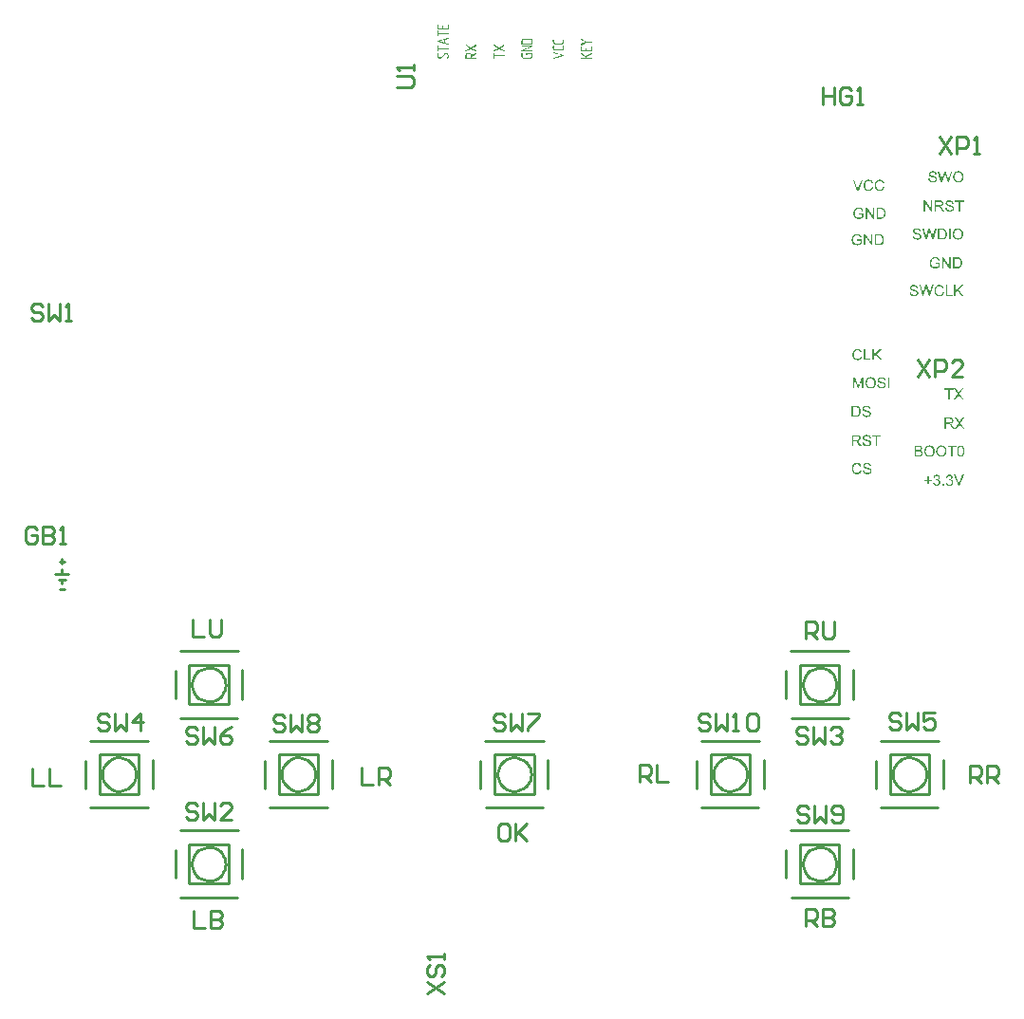
<source format=gto>
G04*
G04 #@! TF.GenerationSoftware,Altium Limited,Altium Designer,20.1.7 (139)*
G04*
G04 Layer_Color=65535*
%FSLAX25Y25*%
%MOIN*%
G70*
G04*
G04 #@! TF.SameCoordinates,7B629D7A-5012-4778-A706-7C37D5037AAD*
G04*
G04*
G04 #@! TF.FilePolarity,Positive*
G04*
G01*
G75*
%ADD10C,0.01000*%
G36*
X317553Y235464D02*
X317603Y235459D01*
X317664Y235453D01*
X317725Y235448D01*
X317797Y235431D01*
X317947Y235398D01*
X318114Y235348D01*
X318197Y235314D01*
X318275Y235276D01*
X318352Y235226D01*
X318430Y235176D01*
X318436Y235170D01*
X318447Y235165D01*
X318469Y235148D01*
X318497Y235120D01*
X318525Y235092D01*
X318563Y235054D01*
X318602Y235009D01*
X318647Y234965D01*
X318691Y234909D01*
X318735Y234843D01*
X318785Y234776D01*
X318830Y234704D01*
X318869Y234621D01*
X318913Y234538D01*
X318946Y234449D01*
X318980Y234349D01*
X318480Y234232D01*
Y234238D01*
X318475Y234249D01*
X318463Y234271D01*
X318452Y234299D01*
X318441Y234332D01*
X318425Y234377D01*
X318380Y234465D01*
X318325Y234565D01*
X318258Y234665D01*
X318175Y234759D01*
X318086Y234843D01*
X318075Y234854D01*
X318042Y234876D01*
X317986Y234904D01*
X317914Y234943D01*
X317820Y234976D01*
X317714Y235009D01*
X317586Y235031D01*
X317448Y235037D01*
X317403D01*
X317376Y235031D01*
X317337D01*
X317292Y235026D01*
X317187Y235009D01*
X317070Y234987D01*
X316948Y234948D01*
X316821Y234893D01*
X316704Y234821D01*
X316699D01*
X316693Y234809D01*
X316654Y234782D01*
X316604Y234737D01*
X316543Y234671D01*
X316471Y234587D01*
X316404Y234493D01*
X316343Y234377D01*
X316288Y234249D01*
Y234243D01*
X316282Y234232D01*
X316277Y234216D01*
X316271Y234188D01*
X316260Y234155D01*
X316249Y234116D01*
X316232Y234021D01*
X316210Y233910D01*
X316188Y233788D01*
X316177Y233655D01*
X316171Y233511D01*
Y233505D01*
Y233488D01*
Y233461D01*
Y233428D01*
X316177Y233389D01*
Y233339D01*
X316182Y233283D01*
X316188Y233222D01*
X316205Y233089D01*
X316232Y232945D01*
X316266Y232800D01*
X316310Y232656D01*
Y232650D01*
X316316Y232639D01*
X316327Y232623D01*
X316338Y232595D01*
X316371Y232528D01*
X316421Y232451D01*
X316482Y232362D01*
X316560Y232267D01*
X316649Y232184D01*
X316754Y232107D01*
X316760D01*
X316771Y232101D01*
X316787Y232090D01*
X316810Y232079D01*
X316837Y232068D01*
X316871Y232051D01*
X316948Y232018D01*
X317048Y231984D01*
X317159Y231957D01*
X317281Y231934D01*
X317409Y231929D01*
X317448D01*
X317481Y231934D01*
X317520D01*
X317559Y231940D01*
X317659Y231962D01*
X317775Y231990D01*
X317892Y232034D01*
X318014Y232096D01*
X318075Y232129D01*
X318130Y232173D01*
X318136Y232179D01*
X318142Y232184D01*
X318158Y232201D01*
X318180Y232218D01*
X318203Y232245D01*
X318230Y232279D01*
X318264Y232312D01*
X318291Y232356D01*
X318325Y232406D01*
X318363Y232462D01*
X318397Y232517D01*
X318430Y232584D01*
X318458Y232656D01*
X318486Y232734D01*
X318513Y232817D01*
X318536Y232906D01*
X319046Y232778D01*
Y232773D01*
X319041Y232750D01*
X319030Y232717D01*
X319013Y232673D01*
X318996Y232623D01*
X318974Y232562D01*
X318946Y232495D01*
X318913Y232423D01*
X318835Y232267D01*
X318735Y232112D01*
X318674Y232034D01*
X318613Y231957D01*
X318547Y231890D01*
X318469Y231823D01*
X318463Y231818D01*
X318452Y231807D01*
X318425Y231796D01*
X318397Y231774D01*
X318352Y231746D01*
X318308Y231718D01*
X318247Y231690D01*
X318186Y231663D01*
X318114Y231629D01*
X318036Y231602D01*
X317953Y231574D01*
X317864Y231546D01*
X317770Y231524D01*
X317670Y231513D01*
X317564Y231502D01*
X317453Y231496D01*
X317392D01*
X317348Y231502D01*
X317298D01*
X317237Y231507D01*
X317170Y231518D01*
X317093Y231529D01*
X316932Y231557D01*
X316765Y231602D01*
X316599Y231663D01*
X316521Y231701D01*
X316443Y231746D01*
X316438Y231751D01*
X316427Y231757D01*
X316404Y231774D01*
X316382Y231796D01*
X316349Y231818D01*
X316310Y231851D01*
X316266Y231890D01*
X316221Y231934D01*
X316177Y231984D01*
X316127Y232034D01*
X316027Y232162D01*
X315933Y232312D01*
X315849Y232478D01*
Y232484D01*
X315838Y232501D01*
X315833Y232528D01*
X315816Y232562D01*
X315805Y232606D01*
X315788Y232662D01*
X315766Y232723D01*
X315750Y232789D01*
X315733Y232861D01*
X315711Y232945D01*
X315683Y233117D01*
X315661Y233311D01*
X315650Y233511D01*
Y233516D01*
Y233539D01*
Y233572D01*
X315655Y233611D01*
Y233666D01*
X315661Y233722D01*
X315666Y233794D01*
X315677Y233866D01*
X315705Y234027D01*
X315744Y234205D01*
X315799Y234382D01*
X315877Y234554D01*
X315883Y234560D01*
X315888Y234576D01*
X315899Y234598D01*
X315921Y234626D01*
X315944Y234665D01*
X315971Y234710D01*
X316044Y234809D01*
X316138Y234920D01*
X316249Y235031D01*
X316377Y235142D01*
X316527Y235237D01*
X316532Y235242D01*
X316549Y235248D01*
X316571Y235259D01*
X316599Y235276D01*
X316643Y235292D01*
X316687Y235309D01*
X316743Y235331D01*
X316804Y235353D01*
X316871Y235375D01*
X316943Y235398D01*
X317098Y235431D01*
X317276Y235459D01*
X317459Y235470D01*
X317514D01*
X317553Y235464D01*
D02*
G37*
G36*
X324130Y233844D02*
X325812Y231563D01*
X325140D01*
X323775Y233500D01*
X323148Y232895D01*
Y231563D01*
X322637D01*
Y235403D01*
X323148D01*
Y233494D01*
X325046Y235403D01*
X325740D01*
X324130Y233844D01*
D02*
G37*
G36*
X320162Y232018D02*
X322054D01*
Y231563D01*
X319651D01*
Y235403D01*
X320162D01*
Y232018D01*
D02*
G37*
G36*
X325349Y294913D02*
X325399Y294908D01*
X325461Y294902D01*
X325522Y294897D01*
X325594Y294880D01*
X325744Y294847D01*
X325910Y294797D01*
X325993Y294763D01*
X326071Y294724D01*
X326149Y294674D01*
X326226Y294624D01*
X326232Y294619D01*
X326243Y294613D01*
X326265Y294597D01*
X326293Y294569D01*
X326321Y294541D01*
X326360Y294502D01*
X326398Y294458D01*
X326443Y294414D01*
X326487Y294358D01*
X326532Y294291D01*
X326582Y294225D01*
X326626Y294153D01*
X326665Y294070D01*
X326709Y293986D01*
X326743Y293898D01*
X326776Y293798D01*
X326276Y293681D01*
Y293687D01*
X326271Y293698D01*
X326260Y293720D01*
X326249Y293748D01*
X326238Y293781D01*
X326221Y293825D01*
X326177Y293914D01*
X326121Y294014D01*
X326054Y294114D01*
X325971Y294208D01*
X325882Y294291D01*
X325871Y294303D01*
X325838Y294325D01*
X325782Y294353D01*
X325710Y294391D01*
X325616Y294425D01*
X325511Y294458D01*
X325383Y294480D01*
X325244Y294486D01*
X325200D01*
X325172Y294480D01*
X325133D01*
X325089Y294475D01*
X324983Y294458D01*
X324867Y294436D01*
X324745Y294397D01*
X324617Y294341D01*
X324500Y294269D01*
X324495D01*
X324489Y294258D01*
X324450Y294231D01*
X324400Y294186D01*
X324339Y294120D01*
X324267Y294036D01*
X324201Y293942D01*
X324140Y293825D01*
X324084Y293698D01*
Y293692D01*
X324079Y293681D01*
X324073Y293664D01*
X324067Y293637D01*
X324056Y293603D01*
X324045Y293565D01*
X324029Y293470D01*
X324006Y293359D01*
X323984Y293237D01*
X323973Y293104D01*
X323968Y292959D01*
Y292954D01*
Y292937D01*
Y292910D01*
Y292876D01*
X323973Y292837D01*
Y292788D01*
X323979Y292732D01*
X323984Y292671D01*
X324001Y292538D01*
X324029Y292393D01*
X324062Y292249D01*
X324106Y292105D01*
Y292099D01*
X324112Y292088D01*
X324123Y292072D01*
X324134Y292044D01*
X324167Y291977D01*
X324217Y291899D01*
X324278Y291811D01*
X324356Y291716D01*
X324445Y291633D01*
X324550Y291555D01*
X324556D01*
X324567Y291550D01*
X324584Y291539D01*
X324606Y291528D01*
X324634Y291516D01*
X324667Y291500D01*
X324745Y291467D01*
X324845Y291433D01*
X324956Y291406D01*
X325078Y291383D01*
X325205Y291378D01*
X325244D01*
X325277Y291383D01*
X325316D01*
X325355Y291389D01*
X325455Y291411D01*
X325571Y291439D01*
X325688Y291483D01*
X325810Y291544D01*
X325871Y291578D01*
X325927Y291622D01*
X325932Y291628D01*
X325938Y291633D01*
X325955Y291650D01*
X325977Y291666D01*
X325999Y291694D01*
X326027Y291727D01*
X326060Y291761D01*
X326088Y291805D01*
X326121Y291855D01*
X326160Y291911D01*
X326193Y291966D01*
X326226Y292033D01*
X326254Y292105D01*
X326282Y292182D01*
X326310Y292266D01*
X326332Y292355D01*
X326842Y292227D01*
Y292221D01*
X326837Y292199D01*
X326826Y292166D01*
X326809Y292122D01*
X326793Y292072D01*
X326770Y292010D01*
X326743Y291944D01*
X326709Y291872D01*
X326632Y291716D01*
X326532Y291561D01*
X326471Y291483D01*
X326410Y291406D01*
X326343Y291339D01*
X326265Y291272D01*
X326260Y291267D01*
X326249Y291256D01*
X326221Y291245D01*
X326193Y291222D01*
X326149Y291195D01*
X326104Y291167D01*
X326043Y291139D01*
X325982Y291111D01*
X325910Y291078D01*
X325832Y291050D01*
X325749Y291023D01*
X325660Y290995D01*
X325566Y290973D01*
X325466Y290962D01*
X325361Y290950D01*
X325250Y290945D01*
X325189D01*
X325144Y290950D01*
X325094D01*
X325033Y290956D01*
X324967Y290967D01*
X324889Y290978D01*
X324728Y291006D01*
X324561Y291050D01*
X324395Y291111D01*
X324317Y291150D01*
X324239Y291195D01*
X324234Y291200D01*
X324223Y291206D01*
X324201Y291222D01*
X324179Y291245D01*
X324145Y291267D01*
X324106Y291300D01*
X324062Y291339D01*
X324018Y291383D01*
X323973Y291433D01*
X323923Y291483D01*
X323823Y291611D01*
X323729Y291761D01*
X323646Y291927D01*
Y291933D01*
X323635Y291949D01*
X323629Y291977D01*
X323612Y292010D01*
X323601Y292055D01*
X323585Y292110D01*
X323562Y292171D01*
X323546Y292238D01*
X323529Y292310D01*
X323507Y292393D01*
X323479Y292565D01*
X323457Y292760D01*
X323446Y292959D01*
Y292965D01*
Y292987D01*
Y293021D01*
X323451Y293059D01*
Y293115D01*
X323457Y293170D01*
X323463Y293243D01*
X323474Y293315D01*
X323501Y293476D01*
X323540Y293653D01*
X323596Y293831D01*
X323673Y294003D01*
X323679Y294008D01*
X323685Y294025D01*
X323696Y294047D01*
X323718Y294075D01*
X323740Y294114D01*
X323768Y294158D01*
X323840Y294258D01*
X323934Y294369D01*
X324045Y294480D01*
X324173Y294591D01*
X324323Y294686D01*
X324328Y294691D01*
X324345Y294697D01*
X324367Y294708D01*
X324395Y294724D01*
X324439Y294741D01*
X324484Y294758D01*
X324539Y294780D01*
X324600Y294802D01*
X324667Y294824D01*
X324739Y294847D01*
X324894Y294880D01*
X325072Y294908D01*
X325255Y294919D01*
X325311D01*
X325349Y294913D01*
D02*
G37*
G36*
X321476D02*
X321526Y294908D01*
X321587Y294902D01*
X321648Y294897D01*
X321720Y294880D01*
X321870Y294847D01*
X322036Y294797D01*
X322119Y294763D01*
X322197Y294724D01*
X322275Y294674D01*
X322353Y294624D01*
X322358Y294619D01*
X322369Y294613D01*
X322391Y294597D01*
X322419Y294569D01*
X322447Y294541D01*
X322486Y294502D01*
X322525Y294458D01*
X322569Y294414D01*
X322613Y294358D01*
X322658Y294291D01*
X322708Y294225D01*
X322752Y294153D01*
X322791Y294070D01*
X322835Y293986D01*
X322869Y293898D01*
X322902Y293798D01*
X322403Y293681D01*
Y293687D01*
X322397Y293698D01*
X322386Y293720D01*
X322375Y293748D01*
X322364Y293781D01*
X322347Y293825D01*
X322303Y293914D01*
X322247Y294014D01*
X322181Y294114D01*
X322097Y294208D01*
X322008Y294291D01*
X321997Y294303D01*
X321964Y294325D01*
X321908Y294353D01*
X321836Y294391D01*
X321742Y294425D01*
X321637Y294458D01*
X321509Y294480D01*
X321370Y294486D01*
X321326D01*
X321298Y294480D01*
X321259D01*
X321215Y294475D01*
X321109Y294458D01*
X320993Y294436D01*
X320871Y294397D01*
X320743Y294341D01*
X320626Y294269D01*
X320621D01*
X320615Y294258D01*
X320577Y294231D01*
X320527Y294186D01*
X320465Y294120D01*
X320393Y294036D01*
X320327Y293942D01*
X320266Y293825D01*
X320210Y293698D01*
Y293692D01*
X320205Y293681D01*
X320199Y293664D01*
X320194Y293637D01*
X320182Y293603D01*
X320171Y293565D01*
X320155Y293470D01*
X320132Y293359D01*
X320110Y293237D01*
X320099Y293104D01*
X320094Y292959D01*
Y292954D01*
Y292937D01*
Y292910D01*
Y292876D01*
X320099Y292837D01*
Y292788D01*
X320105Y292732D01*
X320110Y292671D01*
X320127Y292538D01*
X320155Y292393D01*
X320188Y292249D01*
X320232Y292105D01*
Y292099D01*
X320238Y292088D01*
X320249Y292072D01*
X320260Y292044D01*
X320293Y291977D01*
X320343Y291899D01*
X320405Y291811D01*
X320482Y291716D01*
X320571Y291633D01*
X320676Y291555D01*
X320682D01*
X320693Y291550D01*
X320710Y291539D01*
X320732Y291528D01*
X320760Y291516D01*
X320793Y291500D01*
X320871Y291467D01*
X320971Y291433D01*
X321082Y291406D01*
X321204Y291383D01*
X321331Y291378D01*
X321370D01*
X321404Y291383D01*
X321442D01*
X321481Y291389D01*
X321581Y291411D01*
X321698Y291439D01*
X321814Y291483D01*
X321936Y291544D01*
X321997Y291578D01*
X322053Y291622D01*
X322058Y291628D01*
X322064Y291633D01*
X322081Y291650D01*
X322103Y291666D01*
X322125Y291694D01*
X322153Y291727D01*
X322186Y291761D01*
X322214Y291805D01*
X322247Y291855D01*
X322286Y291911D01*
X322319Y291966D01*
X322353Y292033D01*
X322380Y292105D01*
X322408Y292182D01*
X322436Y292266D01*
X322458Y292355D01*
X322969Y292227D01*
Y292221D01*
X322963Y292199D01*
X322952Y292166D01*
X322935Y292122D01*
X322919Y292072D01*
X322896Y292010D01*
X322869Y291944D01*
X322835Y291872D01*
X322758Y291716D01*
X322658Y291561D01*
X322597Y291483D01*
X322536Y291406D01*
X322469Y291339D01*
X322391Y291272D01*
X322386Y291267D01*
X322375Y291256D01*
X322347Y291245D01*
X322319Y291222D01*
X322275Y291195D01*
X322230Y291167D01*
X322169Y291139D01*
X322108Y291111D01*
X322036Y291078D01*
X321958Y291050D01*
X321875Y291023D01*
X321786Y290995D01*
X321692Y290973D01*
X321592Y290962D01*
X321487Y290950D01*
X321376Y290945D01*
X321315D01*
X321270Y290950D01*
X321220D01*
X321159Y290956D01*
X321093Y290967D01*
X321015Y290978D01*
X320854Y291006D01*
X320688Y291050D01*
X320521Y291111D01*
X320443Y291150D01*
X320366Y291195D01*
X320360Y291200D01*
X320349Y291206D01*
X320327Y291222D01*
X320305Y291245D01*
X320271Y291267D01*
X320232Y291300D01*
X320188Y291339D01*
X320144Y291383D01*
X320099Y291433D01*
X320049Y291483D01*
X319949Y291611D01*
X319855Y291761D01*
X319772Y291927D01*
Y291933D01*
X319761Y291949D01*
X319755Y291977D01*
X319739Y292010D01*
X319727Y292055D01*
X319711Y292110D01*
X319689Y292171D01*
X319672Y292238D01*
X319655Y292310D01*
X319633Y292393D01*
X319605Y292565D01*
X319583Y292760D01*
X319572Y292959D01*
Y292965D01*
Y292987D01*
Y293021D01*
X319578Y293059D01*
Y293115D01*
X319583Y293170D01*
X319589Y293243D01*
X319600Y293315D01*
X319627Y293476D01*
X319666Y293653D01*
X319722Y293831D01*
X319799Y294003D01*
X319805Y294008D01*
X319811Y294025D01*
X319822Y294047D01*
X319844Y294075D01*
X319866Y294114D01*
X319894Y294158D01*
X319966Y294258D01*
X320060Y294369D01*
X320171Y294480D01*
X320299Y294591D01*
X320449Y294686D01*
X320454Y294691D01*
X320471Y294697D01*
X320493Y294708D01*
X320521Y294724D01*
X320565Y294741D01*
X320610Y294758D01*
X320665Y294780D01*
X320726Y294802D01*
X320793Y294824D01*
X320865Y294847D01*
X321021Y294880D01*
X321198Y294908D01*
X321381Y294919D01*
X321437D01*
X321476Y294913D01*
D02*
G37*
G36*
X317763Y291012D02*
X317230D01*
X315742Y294852D01*
X316298D01*
X317297Y292060D01*
Y292055D01*
X317302Y292044D01*
X317308Y292027D01*
X317319Y292005D01*
X317324Y291972D01*
X317335Y291938D01*
X317363Y291855D01*
X317396Y291761D01*
X317430Y291655D01*
X317496Y291433D01*
Y291439D01*
X317502Y291450D01*
X317507Y291467D01*
X317513Y291489D01*
X317530Y291550D01*
X317557Y291633D01*
X317585Y291727D01*
X317618Y291833D01*
X317657Y291944D01*
X317702Y292060D01*
X318745Y294852D01*
X319261D01*
X317763Y291012D01*
D02*
G37*
G36*
X317971Y285071D02*
X318015D01*
X318121Y285059D01*
X318237Y285043D01*
X318359Y285015D01*
X318492Y284982D01*
X318620Y284937D01*
X318625D01*
X318637Y284932D01*
X318653Y284926D01*
X318675Y284915D01*
X318737Y284882D01*
X318814Y284843D01*
X318898Y284788D01*
X318986Y284721D01*
X319070Y284649D01*
X319147Y284560D01*
X319158Y284549D01*
X319180Y284516D01*
X319214Y284466D01*
X319258Y284394D01*
X319303Y284305D01*
X319353Y284194D01*
X319403Y284072D01*
X319441Y283933D01*
X318981Y283811D01*
Y283816D01*
X318975Y283822D01*
X318970Y283839D01*
X318964Y283861D01*
X318947Y283911D01*
X318925Y283977D01*
X318892Y284055D01*
X318853Y284127D01*
X318814Y284205D01*
X318764Y284271D01*
X318759Y284277D01*
X318742Y284299D01*
X318709Y284327D01*
X318670Y284366D01*
X318620Y284410D01*
X318553Y284455D01*
X318481Y284499D01*
X318398Y284538D01*
X318387Y284543D01*
X318359Y284555D01*
X318309Y284571D01*
X318243Y284593D01*
X318165Y284610D01*
X318076Y284627D01*
X317976Y284638D01*
X317871Y284643D01*
X317810D01*
X317782Y284638D01*
X317749D01*
X317665Y284632D01*
X317571Y284615D01*
X317466Y284599D01*
X317366Y284571D01*
X317266Y284532D01*
X317255Y284527D01*
X317221Y284516D01*
X317177Y284488D01*
X317122Y284460D01*
X317055Y284416D01*
X316983Y284371D01*
X316916Y284316D01*
X316855Y284255D01*
X316849Y284249D01*
X316827Y284227D01*
X316800Y284188D01*
X316766Y284144D01*
X316727Y284088D01*
X316689Y284022D01*
X316650Y283949D01*
X316611Y283872D01*
Y283866D01*
X316605Y283855D01*
X316600Y283839D01*
X316589Y283811D01*
X316578Y283777D01*
X316566Y283739D01*
X316550Y283694D01*
X316539Y283644D01*
X316511Y283528D01*
X316489Y283395D01*
X316472Y283256D01*
X316467Y283100D01*
Y283095D01*
Y283078D01*
Y283050D01*
X316472Y283017D01*
Y282973D01*
X316478Y282917D01*
X316483Y282862D01*
X316489Y282801D01*
X316511Y282662D01*
X316539Y282518D01*
X316583Y282373D01*
X316639Y282235D01*
Y282229D01*
X316650Y282218D01*
X316655Y282201D01*
X316672Y282179D01*
X316711Y282118D01*
X316772Y282040D01*
X316844Y281957D01*
X316933Y281874D01*
X317038Y281796D01*
X317155Y281724D01*
X317160D01*
X317171Y281718D01*
X317188Y281707D01*
X317216Y281696D01*
X317244Y281685D01*
X317282Y281674D01*
X317371Y281641D01*
X317482Y281613D01*
X317604Y281585D01*
X317738Y281563D01*
X317876Y281557D01*
X317932D01*
X317965Y281563D01*
X317998D01*
X318082Y281574D01*
X318181Y281585D01*
X318287Y281607D01*
X318404Y281641D01*
X318520Y281680D01*
X318526D01*
X318537Y281685D01*
X318548Y281691D01*
X318570Y281702D01*
X318631Y281730D01*
X318698Y281763D01*
X318775Y281802D01*
X318859Y281846D01*
X318936Y281896D01*
X319003Y281951D01*
Y282673D01*
X317871D01*
Y283128D01*
X319502D01*
Y281702D01*
X319497Y281696D01*
X319486Y281691D01*
X319464Y281674D01*
X319436Y281652D01*
X319403Y281630D01*
X319364Y281602D01*
X319314Y281569D01*
X319264Y281535D01*
X319147Y281463D01*
X319014Y281385D01*
X318875Y281313D01*
X318725Y281252D01*
X318720D01*
X318709Y281247D01*
X318687Y281241D01*
X318659Y281230D01*
X318620Y281219D01*
X318576Y281202D01*
X318526Y281191D01*
X318476Y281180D01*
X318354Y281152D01*
X318215Y281125D01*
X318065Y281108D01*
X317910Y281102D01*
X317854D01*
X317815Y281108D01*
X317765D01*
X317704Y281114D01*
X317638Y281125D01*
X317565Y281130D01*
X317405Y281163D01*
X317232Y281202D01*
X317055Y281263D01*
X316966Y281297D01*
X316877Y281341D01*
X316872Y281347D01*
X316855Y281352D01*
X316833Y281369D01*
X316800Y281385D01*
X316761Y281413D01*
X316722Y281441D01*
X316616Y281519D01*
X316505Y281618D01*
X316389Y281741D01*
X316278Y281879D01*
X316178Y282040D01*
Y282046D01*
X316167Y282063D01*
X316156Y282085D01*
X316139Y282124D01*
X316123Y282162D01*
X316106Y282218D01*
X316084Y282273D01*
X316061Y282340D01*
X316039Y282412D01*
X316017Y282495D01*
X316000Y282579D01*
X315984Y282667D01*
X315956Y282862D01*
X315945Y283067D01*
Y283073D01*
Y283095D01*
Y283123D01*
X315950Y283161D01*
Y283211D01*
X315956Y283272D01*
X315967Y283333D01*
X315973Y283406D01*
X315989Y283483D01*
X316000Y283567D01*
X316045Y283744D01*
X316100Y283927D01*
X316178Y284110D01*
X316183Y284116D01*
X316189Y284133D01*
X316200Y284155D01*
X316222Y284188D01*
X316245Y284233D01*
X316272Y284277D01*
X316350Y284382D01*
X316444Y284505D01*
X316561Y284621D01*
X316694Y284738D01*
X316772Y284788D01*
X316849Y284838D01*
X316855Y284843D01*
X316872Y284849D01*
X316894Y284860D01*
X316927Y284876D01*
X316972Y284893D01*
X317022Y284915D01*
X317077Y284937D01*
X317144Y284960D01*
X317216Y284982D01*
X317294Y284998D01*
X317377Y285021D01*
X317466Y285037D01*
X317660Y285065D01*
X317760Y285076D01*
X317937D01*
X317971Y285071D01*
D02*
G37*
G36*
X323271Y281169D02*
X322744D01*
X320735Y284183D01*
Y281169D01*
X320246D01*
Y285010D01*
X320768D01*
X322782Y281990D01*
Y285010D01*
X323271D01*
Y281169D01*
D02*
G37*
G36*
X325702Y285004D02*
X325813Y284998D01*
X325924Y284987D01*
X326035Y284971D01*
X326129Y284954D01*
X326135D01*
X326146Y284948D01*
X326162D01*
X326185Y284937D01*
X326246Y284921D01*
X326323Y284893D01*
X326412Y284854D01*
X326506Y284804D01*
X326601Y284749D01*
X326690Y284677D01*
X326695Y284671D01*
X326701Y284665D01*
X326717Y284649D01*
X326740Y284632D01*
X326795Y284577D01*
X326862Y284499D01*
X326934Y284405D01*
X327012Y284294D01*
X327084Y284166D01*
X327145Y284022D01*
Y284016D01*
X327150Y284005D01*
X327161Y283983D01*
X327167Y283949D01*
X327184Y283911D01*
X327195Y283866D01*
X327206Y283816D01*
X327222Y283755D01*
X327239Y283694D01*
X327250Y283622D01*
X327278Y283467D01*
X327295Y283295D01*
X327300Y283106D01*
Y283100D01*
Y283089D01*
Y283062D01*
Y283034D01*
X327295Y282995D01*
Y282950D01*
X327289Y282845D01*
X327272Y282723D01*
X327256Y282595D01*
X327228Y282462D01*
X327195Y282329D01*
Y282323D01*
X327189Y282312D01*
X327184Y282296D01*
X327178Y282273D01*
X327156Y282212D01*
X327123Y282135D01*
X327089Y282046D01*
X327045Y281957D01*
X326989Y281863D01*
X326934Y281774D01*
X326928Y281763D01*
X326906Y281735D01*
X326873Y281696D01*
X326828Y281646D01*
X326779Y281591D01*
X326717Y281535D01*
X326656Y281474D01*
X326584Y281424D01*
X326573Y281419D01*
X326551Y281402D01*
X326512Y281380D01*
X326457Y281352D01*
X326390Y281319D01*
X326312Y281291D01*
X326223Y281258D01*
X326124Y281230D01*
X326113D01*
X326096Y281224D01*
X326079Y281219D01*
X326024Y281213D01*
X325946Y281202D01*
X325857Y281191D01*
X325752Y281180D01*
X325635Y281174D01*
X325507Y281169D01*
X324126D01*
Y285010D01*
X325602D01*
X325702Y285004D01*
D02*
G37*
G36*
X317380Y275819D02*
X317425D01*
X317530Y275807D01*
X317647Y275791D01*
X317769Y275763D01*
X317902Y275730D01*
X318029Y275685D01*
X318035D01*
X318046Y275680D01*
X318063Y275674D01*
X318085Y275663D01*
X318146Y275630D01*
X318224Y275591D01*
X318307Y275536D01*
X318396Y275469D01*
X318479Y275397D01*
X318557Y275308D01*
X318568Y275297D01*
X318590Y275264D01*
X318623Y275214D01*
X318668Y275142D01*
X318712Y275053D01*
X318762Y274942D01*
X318812Y274820D01*
X318851Y274681D01*
X318390Y274559D01*
Y274564D01*
X318385Y274570D01*
X318379Y274587D01*
X318373Y274609D01*
X318357Y274659D01*
X318335Y274725D01*
X318301Y274803D01*
X318263Y274875D01*
X318224Y274953D01*
X318174Y275020D01*
X318168Y275025D01*
X318151Y275047D01*
X318118Y275075D01*
X318079Y275114D01*
X318029Y275158D01*
X317963Y275203D01*
X317891Y275247D01*
X317807Y275286D01*
X317796Y275291D01*
X317769Y275303D01*
X317719Y275319D01*
X317652Y275341D01*
X317574Y275358D01*
X317485Y275375D01*
X317386Y275386D01*
X317280Y275391D01*
X317219D01*
X317191Y275386D01*
X317158D01*
X317075Y275380D01*
X316981Y275363D01*
X316875Y275347D01*
X316775Y275319D01*
X316675Y275280D01*
X316664Y275275D01*
X316631Y275264D01*
X316586Y275236D01*
X316531Y275208D01*
X316464Y275164D01*
X316392Y275119D01*
X316326Y275064D01*
X316265Y275003D01*
X316259Y274997D01*
X316237Y274975D01*
X316209Y274936D01*
X316176Y274892D01*
X316137Y274836D01*
X316098Y274770D01*
X316059Y274698D01*
X316020Y274620D01*
Y274614D01*
X316015Y274603D01*
X316009Y274587D01*
X315998Y274559D01*
X315987Y274525D01*
X315976Y274487D01*
X315959Y274442D01*
X315948Y274392D01*
X315920Y274276D01*
X315898Y274143D01*
X315882Y274004D01*
X315876Y273848D01*
Y273843D01*
Y273826D01*
Y273798D01*
X315882Y273765D01*
Y273721D01*
X315887Y273665D01*
X315893Y273610D01*
X315898Y273549D01*
X315920Y273410D01*
X315948Y273266D01*
X315993Y273121D01*
X316048Y272983D01*
Y272977D01*
X316059Y272966D01*
X316065Y272949D01*
X316081Y272927D01*
X316120Y272866D01*
X316181Y272788D01*
X316253Y272705D01*
X316342Y272622D01*
X316448Y272544D01*
X316564Y272472D01*
X316570D01*
X316581Y272466D01*
X316598Y272455D01*
X316625Y272444D01*
X316653Y272433D01*
X316692Y272422D01*
X316781Y272389D01*
X316892Y272361D01*
X317014Y272333D01*
X317147Y272311D01*
X317286Y272305D01*
X317341D01*
X317374Y272311D01*
X317408D01*
X317491Y272322D01*
X317591Y272333D01*
X317696Y272356D01*
X317813Y272389D01*
X317930Y272428D01*
X317935D01*
X317946Y272433D01*
X317957Y272439D01*
X317980Y272450D01*
X318040Y272478D01*
X318107Y272511D01*
X318185Y272550D01*
X318268Y272594D01*
X318346Y272644D01*
X318412Y272699D01*
Y273421D01*
X317280D01*
Y273876D01*
X318912D01*
Y272450D01*
X318906Y272444D01*
X318895Y272439D01*
X318873Y272422D01*
X318845Y272400D01*
X318812Y272378D01*
X318773Y272350D01*
X318723Y272317D01*
X318673Y272283D01*
X318557Y272211D01*
X318424Y272133D01*
X318285Y272061D01*
X318135Y272000D01*
X318129D01*
X318118Y271995D01*
X318096Y271989D01*
X318068Y271978D01*
X318029Y271967D01*
X317985Y271950D01*
X317935Y271939D01*
X317885Y271928D01*
X317763Y271900D01*
X317624Y271873D01*
X317474Y271856D01*
X317319Y271850D01*
X317264D01*
X317225Y271856D01*
X317175D01*
X317114Y271862D01*
X317047Y271873D01*
X316975Y271878D01*
X316814Y271912D01*
X316642Y271950D01*
X316464Y272011D01*
X316375Y272045D01*
X316287Y272089D01*
X316281Y272095D01*
X316265Y272100D01*
X316242Y272117D01*
X316209Y272133D01*
X316170Y272161D01*
X316131Y272189D01*
X316026Y272267D01*
X315915Y272367D01*
X315798Y272489D01*
X315687Y272627D01*
X315587Y272788D01*
Y272794D01*
X315576Y272811D01*
X315565Y272833D01*
X315549Y272872D01*
X315532Y272910D01*
X315515Y272966D01*
X315493Y273022D01*
X315471Y273088D01*
X315449Y273160D01*
X315426Y273243D01*
X315410Y273327D01*
X315393Y273415D01*
X315365Y273610D01*
X315354Y273815D01*
Y273821D01*
Y273843D01*
Y273871D01*
X315360Y273909D01*
Y273959D01*
X315365Y274020D01*
X315376Y274081D01*
X315382Y274154D01*
X315399Y274231D01*
X315410Y274315D01*
X315454Y274492D01*
X315510Y274675D01*
X315587Y274858D01*
X315593Y274864D01*
X315599Y274881D01*
X315610Y274903D01*
X315632Y274936D01*
X315654Y274981D01*
X315682Y275025D01*
X315759Y275131D01*
X315854Y275253D01*
X315970Y275369D01*
X316104Y275486D01*
X316181Y275536D01*
X316259Y275586D01*
X316265Y275591D01*
X316281Y275597D01*
X316303Y275608D01*
X316337Y275624D01*
X316381Y275641D01*
X316431Y275663D01*
X316487Y275685D01*
X316553Y275708D01*
X316625Y275730D01*
X316703Y275746D01*
X316786Y275769D01*
X316875Y275785D01*
X317069Y275813D01*
X317169Y275824D01*
X317347D01*
X317380Y275819D01*
D02*
G37*
G36*
X322680Y271917D02*
X322153D01*
X320144Y274931D01*
Y271917D01*
X319656D01*
Y275758D01*
X320177D01*
X322192Y272738D01*
Y275758D01*
X322680D01*
Y271917D01*
D02*
G37*
G36*
X325111Y275752D02*
X325222Y275746D01*
X325333Y275735D01*
X325444Y275719D01*
X325539Y275702D01*
X325544D01*
X325555Y275696D01*
X325572D01*
X325594Y275685D01*
X325655Y275669D01*
X325733Y275641D01*
X325822Y275602D01*
X325916Y275552D01*
X326010Y275497D01*
X326099Y275425D01*
X326105Y275419D01*
X326110Y275413D01*
X326127Y275397D01*
X326149Y275380D01*
X326205Y275325D01*
X326271Y275247D01*
X326343Y275153D01*
X326421Y275042D01*
X326493Y274914D01*
X326554Y274770D01*
Y274764D01*
X326560Y274753D01*
X326571Y274731D01*
X326576Y274698D01*
X326593Y274659D01*
X326604Y274614D01*
X326615Y274564D01*
X326632Y274503D01*
X326649Y274442D01*
X326660Y274370D01*
X326687Y274215D01*
X326704Y274043D01*
X326710Y273854D01*
Y273848D01*
Y273837D01*
Y273810D01*
Y273782D01*
X326704Y273743D01*
Y273698D01*
X326698Y273593D01*
X326682Y273471D01*
X326665Y273343D01*
X326638Y273210D01*
X326604Y273077D01*
Y273071D01*
X326599Y273060D01*
X326593Y273044D01*
X326588Y273022D01*
X326565Y272960D01*
X326532Y272883D01*
X326499Y272794D01*
X326454Y272705D01*
X326399Y272611D01*
X326343Y272522D01*
X326338Y272511D01*
X326316Y272483D01*
X326282Y272444D01*
X326238Y272394D01*
X326188Y272339D01*
X326127Y272283D01*
X326066Y272222D01*
X325994Y272172D01*
X325983Y272167D01*
X325960Y272150D01*
X325922Y272128D01*
X325866Y272100D01*
X325799Y272067D01*
X325722Y272039D01*
X325633Y272006D01*
X325533Y271978D01*
X325522D01*
X325505Y271972D01*
X325489Y271967D01*
X325433Y271961D01*
X325355Y271950D01*
X325267Y271939D01*
X325161Y271928D01*
X325045Y271923D01*
X324917Y271917D01*
X323535D01*
Y275758D01*
X325011D01*
X325111Y275752D01*
D02*
G37*
G36*
X320908Y195405D02*
X320947D01*
X321053Y195394D01*
X321169Y195378D01*
X321291Y195350D01*
X321425Y195317D01*
X321547Y195272D01*
X321552D01*
X321563Y195266D01*
X321580Y195255D01*
X321602Y195244D01*
X321658Y195217D01*
X321730Y195167D01*
X321813Y195111D01*
X321896Y195039D01*
X321974Y194956D01*
X322046Y194861D01*
Y194856D01*
X322052Y194850D01*
X322063Y194834D01*
X322074Y194817D01*
X322102Y194762D01*
X322135Y194689D01*
X322174Y194600D01*
X322202Y194495D01*
X322229Y194384D01*
X322240Y194262D01*
X321752Y194223D01*
Y194229D01*
Y194240D01*
X321746Y194256D01*
X321741Y194284D01*
X321724Y194345D01*
X321702Y194429D01*
X321669Y194517D01*
X321619Y194606D01*
X321558Y194689D01*
X321480Y194767D01*
X321469Y194773D01*
X321441Y194795D01*
X321386Y194828D01*
X321314Y194861D01*
X321219Y194895D01*
X321108Y194928D01*
X320970Y194950D01*
X320814Y194956D01*
X320736D01*
X320703Y194950D01*
X320659Y194945D01*
X320559Y194933D01*
X320448Y194911D01*
X320337Y194884D01*
X320231Y194839D01*
X320187Y194811D01*
X320143Y194784D01*
X320131Y194778D01*
X320109Y194756D01*
X320076Y194717D01*
X320043Y194673D01*
X320004Y194612D01*
X319970Y194545D01*
X319948Y194467D01*
X319937Y194378D01*
Y194367D01*
Y194345D01*
X319943Y194306D01*
X319954Y194262D01*
X319970Y194207D01*
X319998Y194151D01*
X320031Y194096D01*
X320081Y194040D01*
X320087Y194034D01*
X320115Y194018D01*
X320137Y194001D01*
X320159Y193990D01*
X320193Y193973D01*
X320231Y193951D01*
X320281Y193935D01*
X320337Y193912D01*
X320398Y193890D01*
X320470Y193862D01*
X320548Y193840D01*
X320637Y193812D01*
X320736Y193790D01*
X320847Y193763D01*
X320853D01*
X320875Y193757D01*
X320908Y193751D01*
X320947Y193740D01*
X320997Y193729D01*
X321058Y193712D01*
X321119Y193696D01*
X321186Y193679D01*
X321330Y193640D01*
X321469Y193602D01*
X321536Y193579D01*
X321597Y193557D01*
X321652Y193541D01*
X321696Y193518D01*
X321702D01*
X321713Y193513D01*
X321730Y193502D01*
X321752Y193491D01*
X321813Y193457D01*
X321885Y193413D01*
X321969Y193352D01*
X322052Y193285D01*
X322129Y193208D01*
X322196Y193124D01*
X322202Y193113D01*
X322224Y193085D01*
X322246Y193035D01*
X322279Y192969D01*
X322307Y192891D01*
X322335Y192797D01*
X322351Y192691D01*
X322357Y192580D01*
Y192575D01*
Y192569D01*
Y192553D01*
Y192530D01*
X322346Y192469D01*
X322335Y192392D01*
X322313Y192303D01*
X322285Y192209D01*
X322240Y192109D01*
X322179Y192003D01*
Y191998D01*
X322174Y191992D01*
X322146Y191959D01*
X322107Y191909D01*
X322052Y191853D01*
X321980Y191787D01*
X321891Y191715D01*
X321791Y191648D01*
X321674Y191587D01*
X321669D01*
X321658Y191581D01*
X321641Y191576D01*
X321619Y191565D01*
X321585Y191554D01*
X321547Y191537D01*
X321458Y191515D01*
X321352Y191487D01*
X321225Y191459D01*
X321086Y191443D01*
X320936Y191437D01*
X320847D01*
X320803Y191443D01*
X320753D01*
X320697Y191448D01*
X320631Y191454D01*
X320492Y191476D01*
X320348Y191498D01*
X320204Y191537D01*
X320065Y191587D01*
X320059D01*
X320048Y191592D01*
X320031Y191604D01*
X320009Y191615D01*
X319943Y191648D01*
X319865Y191698D01*
X319776Y191764D01*
X319682Y191842D01*
X319593Y191937D01*
X319510Y192042D01*
Y192048D01*
X319499Y192059D01*
X319493Y192075D01*
X319477Y192097D01*
X319465Y192125D01*
X319449Y192158D01*
X319410Y192242D01*
X319371Y192347D01*
X319338Y192464D01*
X319316Y192597D01*
X319304Y192736D01*
X319782Y192780D01*
Y192775D01*
Y192769D01*
X319787Y192752D01*
Y192730D01*
X319798Y192680D01*
X319815Y192608D01*
X319837Y192536D01*
X319860Y192453D01*
X319898Y192375D01*
X319937Y192303D01*
X319943Y192297D01*
X319959Y192275D01*
X319987Y192236D01*
X320031Y192197D01*
X320087Y192147D01*
X320148Y192097D01*
X320231Y192048D01*
X320320Y192003D01*
X320326D01*
X320331Y191998D01*
X320348Y191992D01*
X320364Y191987D01*
X320420Y191970D01*
X320492Y191948D01*
X320581Y191925D01*
X320681Y191909D01*
X320792Y191898D01*
X320914Y191892D01*
X320964D01*
X321019Y191898D01*
X321086Y191903D01*
X321164Y191914D01*
X321252Y191925D01*
X321341Y191948D01*
X321425Y191975D01*
X321436Y191981D01*
X321463Y191992D01*
X321502Y192014D01*
X321552Y192036D01*
X321602Y192075D01*
X321658Y192114D01*
X321713Y192158D01*
X321758Y192214D01*
X321763Y192220D01*
X321774Y192242D01*
X321791Y192270D01*
X321813Y192314D01*
X321835Y192358D01*
X321852Y192414D01*
X321863Y192475D01*
X321869Y192542D01*
Y192547D01*
Y192575D01*
X321863Y192608D01*
X321858Y192652D01*
X321841Y192697D01*
X321824Y192752D01*
X321796Y192808D01*
X321758Y192858D01*
X321752Y192863D01*
X321735Y192880D01*
X321713Y192902D01*
X321674Y192936D01*
X321630Y192969D01*
X321569Y193008D01*
X321497Y193046D01*
X321413Y193080D01*
X321408Y193085D01*
X321380Y193091D01*
X321336Y193108D01*
X321308Y193113D01*
X321269Y193124D01*
X321230Y193141D01*
X321180Y193152D01*
X321125Y193169D01*
X321058Y193185D01*
X320992Y193202D01*
X320914Y193224D01*
X320825Y193246D01*
X320731Y193269D01*
X320725D01*
X320709Y193274D01*
X320681Y193280D01*
X320648Y193291D01*
X320603Y193302D01*
X320553Y193313D01*
X320442Y193346D01*
X320320Y193385D01*
X320193Y193424D01*
X320081Y193463D01*
X320031Y193485D01*
X319987Y193507D01*
X319982D01*
X319976Y193513D01*
X319943Y193535D01*
X319893Y193563D01*
X319837Y193607D01*
X319771Y193657D01*
X319704Y193718D01*
X319637Y193790D01*
X319582Y193868D01*
X319576Y193879D01*
X319560Y193907D01*
X319538Y193951D01*
X319515Y194007D01*
X319493Y194079D01*
X319471Y194162D01*
X319454Y194251D01*
X319449Y194345D01*
Y194351D01*
Y194356D01*
Y194373D01*
Y194395D01*
X319460Y194451D01*
X319471Y194523D01*
X319488Y194606D01*
X319515Y194700D01*
X319554Y194795D01*
X319610Y194889D01*
Y194895D01*
X319615Y194900D01*
X319643Y194933D01*
X319682Y194978D01*
X319732Y195033D01*
X319798Y195095D01*
X319882Y195161D01*
X319982Y195222D01*
X320093Y195278D01*
X320098D01*
X320109Y195283D01*
X320126Y195289D01*
X320148Y195300D01*
X320176Y195311D01*
X320215Y195322D01*
X320298Y195344D01*
X320403Y195366D01*
X320526Y195389D01*
X320653Y195405D01*
X320797Y195411D01*
X320870D01*
X320908Y195405D01*
D02*
G37*
G36*
X317356D02*
X317406Y195400D01*
X317467Y195394D01*
X317529Y195389D01*
X317601Y195372D01*
X317751Y195339D01*
X317917Y195289D01*
X318000Y195255D01*
X318078Y195217D01*
X318156Y195167D01*
X318233Y195117D01*
X318239Y195111D01*
X318250Y195106D01*
X318272Y195089D01*
X318300Y195061D01*
X318328Y195033D01*
X318367Y194995D01*
X318405Y194950D01*
X318450Y194906D01*
X318494Y194850D01*
X318539Y194784D01*
X318588Y194717D01*
X318633Y194645D01*
X318672Y194562D01*
X318716Y194478D01*
X318749Y194390D01*
X318783Y194290D01*
X318283Y194173D01*
Y194179D01*
X318278Y194190D01*
X318267Y194212D01*
X318255Y194240D01*
X318244Y194273D01*
X318228Y194317D01*
X318183Y194406D01*
X318128Y194506D01*
X318061Y194606D01*
X317978Y194700D01*
X317889Y194784D01*
X317878Y194795D01*
X317845Y194817D01*
X317789Y194845D01*
X317717Y194884D01*
X317623Y194917D01*
X317517Y194950D01*
X317390Y194972D01*
X317251Y194978D01*
X317207D01*
X317179Y194972D01*
X317140D01*
X317096Y194967D01*
X316990Y194950D01*
X316874Y194928D01*
X316752Y194889D01*
X316624Y194834D01*
X316507Y194762D01*
X316502D01*
X316496Y194750D01*
X316457Y194723D01*
X316407Y194678D01*
X316346Y194612D01*
X316274Y194528D01*
X316208Y194434D01*
X316146Y194317D01*
X316091Y194190D01*
Y194184D01*
X316086Y194173D01*
X316080Y194157D01*
X316074Y194129D01*
X316063Y194096D01*
X316052Y194057D01*
X316036Y193962D01*
X316013Y193851D01*
X315991Y193729D01*
X315980Y193596D01*
X315974Y193452D01*
Y193446D01*
Y193430D01*
Y193402D01*
Y193368D01*
X315980Y193330D01*
Y193280D01*
X315986Y193224D01*
X315991Y193163D01*
X316008Y193030D01*
X316036Y192886D01*
X316069Y192741D01*
X316113Y192597D01*
Y192591D01*
X316119Y192580D01*
X316130Y192564D01*
X316141Y192536D01*
X316174Y192469D01*
X316224Y192392D01*
X316285Y192303D01*
X316363Y192209D01*
X316452Y192125D01*
X316557Y192048D01*
X316563D01*
X316574Y192042D01*
X316590Y192031D01*
X316613Y192020D01*
X316640Y192009D01*
X316674Y191992D01*
X316752Y191959D01*
X316851Y191925D01*
X316962Y191898D01*
X317085Y191876D01*
X317212Y191870D01*
X317251D01*
X317284Y191876D01*
X317323D01*
X317362Y191881D01*
X317462Y191903D01*
X317578Y191931D01*
X317695Y191975D01*
X317817Y192036D01*
X317878Y192070D01*
X317934Y192114D01*
X317939Y192120D01*
X317945Y192125D01*
X317961Y192142D01*
X317984Y192158D01*
X318006Y192186D01*
X318034Y192220D01*
X318067Y192253D01*
X318095Y192297D01*
X318128Y192347D01*
X318167Y192403D01*
X318200Y192458D01*
X318233Y192525D01*
X318261Y192597D01*
X318289Y192675D01*
X318317Y192758D01*
X318339Y192847D01*
X318849Y192719D01*
Y192713D01*
X318844Y192691D01*
X318833Y192658D01*
X318816Y192614D01*
X318799Y192564D01*
X318777Y192503D01*
X318749Y192436D01*
X318716Y192364D01*
X318638Y192209D01*
X318539Y192053D01*
X318478Y191975D01*
X318417Y191898D01*
X318350Y191831D01*
X318272Y191764D01*
X318267Y191759D01*
X318255Y191748D01*
X318228Y191737D01*
X318200Y191715D01*
X318156Y191687D01*
X318111Y191659D01*
X318050Y191631D01*
X317989Y191604D01*
X317917Y191570D01*
X317839Y191542D01*
X317756Y191515D01*
X317667Y191487D01*
X317573Y191465D01*
X317473Y191454D01*
X317368Y191443D01*
X317256Y191437D01*
X317196D01*
X317151Y191443D01*
X317101D01*
X317040Y191448D01*
X316973Y191459D01*
X316896Y191470D01*
X316735Y191498D01*
X316568Y191542D01*
X316402Y191604D01*
X316324Y191642D01*
X316246Y191687D01*
X316241Y191692D01*
X316230Y191698D01*
X316208Y191715D01*
X316185Y191737D01*
X316152Y191759D01*
X316113Y191792D01*
X316069Y191831D01*
X316024Y191876D01*
X315980Y191925D01*
X315930Y191975D01*
X315830Y192103D01*
X315736Y192253D01*
X315653Y192419D01*
Y192425D01*
X315641Y192442D01*
X315636Y192469D01*
X315619Y192503D01*
X315608Y192547D01*
X315592Y192603D01*
X315569Y192664D01*
X315553Y192730D01*
X315536Y192802D01*
X315514Y192886D01*
X315486Y193058D01*
X315464Y193252D01*
X315453Y193452D01*
Y193457D01*
Y193479D01*
Y193513D01*
X315458Y193552D01*
Y193607D01*
X315464Y193663D01*
X315469Y193735D01*
X315480Y193807D01*
X315508Y193968D01*
X315547Y194145D01*
X315603Y194323D01*
X315680Y194495D01*
X315686Y194501D01*
X315691Y194517D01*
X315703Y194539D01*
X315725Y194567D01*
X315747Y194606D01*
X315775Y194650D01*
X315847Y194750D01*
X315941Y194861D01*
X316052Y194972D01*
X316180Y195083D01*
X316330Y195178D01*
X316335Y195183D01*
X316352Y195189D01*
X316374Y195200D01*
X316402Y195217D01*
X316446Y195233D01*
X316491Y195250D01*
X316546Y195272D01*
X316607Y195294D01*
X316674Y195317D01*
X316746Y195339D01*
X316901Y195372D01*
X317079Y195400D01*
X317262Y195411D01*
X317318D01*
X317356Y195405D01*
D02*
G37*
G36*
X325942Y225523D02*
X325981D01*
X326086Y225512D01*
X326203Y225496D01*
X326325Y225468D01*
X326458Y225435D01*
X326580Y225390D01*
X326586D01*
X326597Y225385D01*
X326613Y225374D01*
X326636Y225362D01*
X326691Y225335D01*
X326763Y225285D01*
X326847Y225229D01*
X326930Y225157D01*
X327008Y225074D01*
X327080Y224979D01*
Y224974D01*
X327085Y224968D01*
X327096Y224952D01*
X327107Y224935D01*
X327135Y224880D01*
X327168Y224807D01*
X327207Y224719D01*
X327235Y224613D01*
X327263Y224502D01*
X327274Y224380D01*
X326785Y224341D01*
Y224347D01*
Y224358D01*
X326780Y224375D01*
X326774Y224402D01*
X326758Y224463D01*
X326736Y224547D01*
X326702Y224635D01*
X326652Y224724D01*
X326591Y224807D01*
X326514Y224885D01*
X326502Y224891D01*
X326475Y224913D01*
X326419Y224946D01*
X326347Y224979D01*
X326253Y225013D01*
X326142Y225046D01*
X326003Y225068D01*
X325848Y225074D01*
X325770D01*
X325736Y225068D01*
X325692Y225063D01*
X325592Y225052D01*
X325481Y225029D01*
X325370Y225002D01*
X325265Y224957D01*
X325220Y224929D01*
X325176Y224902D01*
X325165Y224896D01*
X325143Y224874D01*
X325109Y224835D01*
X325076Y224791D01*
X325037Y224730D01*
X325004Y224663D01*
X324982Y224585D01*
X324971Y224497D01*
Y224485D01*
Y224463D01*
X324976Y224425D01*
X324987Y224380D01*
X325004Y224325D01*
X325032Y224269D01*
X325065Y224214D01*
X325115Y224158D01*
X325120Y224152D01*
X325148Y224136D01*
X325170Y224119D01*
X325193Y224108D01*
X325226Y224092D01*
X325265Y224069D01*
X325315Y224053D01*
X325370Y224030D01*
X325431Y224008D01*
X325503Y223980D01*
X325581Y223958D01*
X325670Y223931D01*
X325770Y223908D01*
X325881Y223881D01*
X325886D01*
X325909Y223875D01*
X325942Y223869D01*
X325981Y223858D01*
X326031Y223847D01*
X326092Y223831D01*
X326153Y223814D01*
X326219Y223797D01*
X326364Y223759D01*
X326502Y223720D01*
X326569Y223697D01*
X326630Y223675D01*
X326686Y223659D01*
X326730Y223636D01*
X326736D01*
X326747Y223631D01*
X326763Y223620D01*
X326785Y223609D01*
X326847Y223575D01*
X326919Y223531D01*
X327002Y223470D01*
X327085Y223403D01*
X327163Y223326D01*
X327229Y223242D01*
X327235Y223231D01*
X327257Y223203D01*
X327279Y223153D01*
X327313Y223087D01*
X327341Y223009D01*
X327368Y222915D01*
X327385Y222809D01*
X327391Y222698D01*
Y222693D01*
Y222687D01*
Y222671D01*
Y222649D01*
X327379Y222587D01*
X327368Y222510D01*
X327346Y222421D01*
X327318Y222327D01*
X327274Y222227D01*
X327213Y222121D01*
Y222116D01*
X327207Y222110D01*
X327180Y222077D01*
X327141Y222027D01*
X327085Y221971D01*
X327013Y221905D01*
X326924Y221833D01*
X326824Y221766D01*
X326708Y221705D01*
X326702D01*
X326691Y221699D01*
X326675Y221694D01*
X326652Y221683D01*
X326619Y221672D01*
X326580Y221655D01*
X326491Y221633D01*
X326386Y221605D01*
X326258Y221577D01*
X326119Y221561D01*
X325970Y221555D01*
X325881D01*
X325836Y221561D01*
X325786D01*
X325731Y221566D01*
X325664Y221572D01*
X325526Y221594D01*
X325381Y221616D01*
X325237Y221655D01*
X325098Y221705D01*
X325093D01*
X325082Y221710D01*
X325065Y221722D01*
X325043Y221733D01*
X324976Y221766D01*
X324899Y221816D01*
X324810Y221883D01*
X324715Y221960D01*
X324626Y222055D01*
X324543Y222160D01*
Y222166D01*
X324532Y222177D01*
X324527Y222193D01*
X324510Y222216D01*
X324499Y222243D01*
X324482Y222277D01*
X324443Y222360D01*
X324405Y222465D01*
X324371Y222582D01*
X324349Y222715D01*
X324338Y222854D01*
X324815Y222898D01*
Y222893D01*
Y222887D01*
X324821Y222870D01*
Y222848D01*
X324832Y222798D01*
X324849Y222726D01*
X324871Y222654D01*
X324893Y222571D01*
X324932Y222493D01*
X324971Y222421D01*
X324976Y222415D01*
X324993Y222393D01*
X325021Y222354D01*
X325065Y222316D01*
X325120Y222266D01*
X325182Y222216D01*
X325265Y222166D01*
X325354Y222121D01*
X325359D01*
X325365Y222116D01*
X325381Y222110D01*
X325398Y222105D01*
X325453Y222088D01*
X325526Y222066D01*
X325614Y222043D01*
X325714Y222027D01*
X325825Y222016D01*
X325947Y222010D01*
X325997D01*
X326053Y222016D01*
X326119Y222021D01*
X326197Y222032D01*
X326286Y222043D01*
X326375Y222066D01*
X326458Y222094D01*
X326469Y222099D01*
X326497Y222110D01*
X326536Y222132D01*
X326586Y222154D01*
X326636Y222193D01*
X326691Y222232D01*
X326747Y222277D01*
X326791Y222332D01*
X326797Y222338D01*
X326808Y222360D01*
X326824Y222388D01*
X326847Y222432D01*
X326869Y222476D01*
X326885Y222532D01*
X326897Y222593D01*
X326902Y222660D01*
Y222665D01*
Y222693D01*
X326897Y222726D01*
X326891Y222771D01*
X326874Y222815D01*
X326858Y222870D01*
X326830Y222926D01*
X326791Y222976D01*
X326785Y222982D01*
X326769Y222998D01*
X326747Y223020D01*
X326708Y223054D01*
X326663Y223087D01*
X326602Y223126D01*
X326530Y223165D01*
X326447Y223198D01*
X326441Y223203D01*
X326414Y223209D01*
X326369Y223226D01*
X326342Y223231D01*
X326303Y223242D01*
X326264Y223259D01*
X326214Y223270D01*
X326158Y223287D01*
X326092Y223303D01*
X326025Y223320D01*
X325947Y223342D01*
X325859Y223364D01*
X325764Y223387D01*
X325759D01*
X325742Y223392D01*
X325714Y223398D01*
X325681Y223409D01*
X325637Y223420D01*
X325587Y223431D01*
X325476Y223464D01*
X325354Y223503D01*
X325226Y223542D01*
X325115Y223581D01*
X325065Y223603D01*
X325021Y223625D01*
X325015D01*
X325009Y223631D01*
X324976Y223653D01*
X324926Y223681D01*
X324871Y223725D01*
X324804Y223775D01*
X324738Y223836D01*
X324671Y223908D01*
X324616Y223986D01*
X324610Y223997D01*
X324593Y224025D01*
X324571Y224069D01*
X324549Y224125D01*
X324527Y224197D01*
X324504Y224280D01*
X324488Y224369D01*
X324482Y224463D01*
Y224469D01*
Y224474D01*
Y224491D01*
Y224513D01*
X324493Y224569D01*
X324504Y224641D01*
X324521Y224724D01*
X324549Y224818D01*
X324588Y224913D01*
X324643Y225007D01*
Y225013D01*
X324649Y225018D01*
X324676Y225052D01*
X324715Y225096D01*
X324765Y225151D01*
X324832Y225213D01*
X324915Y225279D01*
X325015Y225340D01*
X325126Y225396D01*
X325132D01*
X325143Y225401D01*
X325159Y225407D01*
X325182Y225418D01*
X325209Y225429D01*
X325248Y225440D01*
X325331Y225462D01*
X325437Y225484D01*
X325559Y225507D01*
X325687Y225523D01*
X325831Y225529D01*
X325903D01*
X325942Y225523D01*
D02*
G37*
G36*
X319510Y221622D02*
X319021D01*
Y224835D01*
X317900Y221622D01*
X317445D01*
X316335Y224891D01*
Y221622D01*
X315846D01*
Y225462D01*
X316607D01*
X317517Y222737D01*
Y222732D01*
X317523Y222721D01*
X317528Y222704D01*
X317539Y222676D01*
X317561Y222610D01*
X317589Y222526D01*
X317617Y222432D01*
X317650Y222338D01*
X317678Y222249D01*
X317700Y222171D01*
X317706Y222182D01*
X317711Y222210D01*
X317728Y222260D01*
X317750Y222327D01*
X317778Y222415D01*
X317817Y222521D01*
X317856Y222643D01*
X317905Y222787D01*
X318827Y225462D01*
X319510D01*
Y221622D01*
D02*
G37*
G36*
X328684D02*
X328173D01*
Y225462D01*
X328684D01*
Y221622D01*
D02*
G37*
G36*
X322107Y225523D02*
X322157D01*
X322207Y225518D01*
X322273Y225507D01*
X322340Y225496D01*
X322484Y225468D01*
X322651Y225424D01*
X322812Y225357D01*
X322895Y225318D01*
X322978Y225274D01*
X322984Y225268D01*
X322995Y225262D01*
X323017Y225246D01*
X323050Y225229D01*
X323084Y225202D01*
X323128Y225168D01*
X323222Y225091D01*
X323322Y224991D01*
X323433Y224868D01*
X323539Y224724D01*
X323628Y224563D01*
Y224558D01*
X323639Y224541D01*
X323650Y224519D01*
X323661Y224485D01*
X323683Y224441D01*
X323700Y224391D01*
X323722Y224330D01*
X323744Y224264D01*
X323761Y224191D01*
X323783Y224114D01*
X323805Y224025D01*
X323822Y223936D01*
X323844Y223742D01*
X323855Y223531D01*
Y223525D01*
Y223503D01*
Y223475D01*
X323850Y223431D01*
Y223381D01*
X323844Y223320D01*
X323833Y223253D01*
X323827Y223181D01*
X323800Y223020D01*
X323755Y222843D01*
X323694Y222665D01*
X323661Y222576D01*
X323616Y222487D01*
Y222482D01*
X323605Y222465D01*
X323594Y222443D01*
X323572Y222410D01*
X323550Y222371D01*
X323522Y222332D01*
X323444Y222227D01*
X323350Y222116D01*
X323239Y221999D01*
X323106Y221888D01*
X322951Y221788D01*
X322945D01*
X322934Y221777D01*
X322906Y221766D01*
X322873Y221749D01*
X322834Y221733D01*
X322790Y221716D01*
X322734Y221694D01*
X322673Y221672D01*
X322606Y221650D01*
X322534Y221627D01*
X322373Y221594D01*
X322201Y221566D01*
X322018Y221555D01*
X321963D01*
X321929Y221561D01*
X321879D01*
X321824Y221572D01*
X321763Y221577D01*
X321691Y221588D01*
X321541Y221622D01*
X321380Y221666D01*
X321213Y221733D01*
X321130Y221772D01*
X321047Y221816D01*
X321041Y221821D01*
X321030Y221827D01*
X321008Y221844D01*
X320975Y221866D01*
X320941Y221888D01*
X320902Y221921D01*
X320808Y222005D01*
X320703Y222105D01*
X320592Y222227D01*
X320492Y222365D01*
X320397Y222526D01*
Y222532D01*
X320386Y222549D01*
X320375Y222571D01*
X320364Y222604D01*
X320347Y222649D01*
X320331Y222698D01*
X320309Y222754D01*
X320292Y222815D01*
X320270Y222887D01*
X320248Y222959D01*
X320214Y223126D01*
X320192Y223298D01*
X320181Y223486D01*
Y223492D01*
Y223498D01*
Y223531D01*
X320186Y223581D01*
Y223647D01*
X320198Y223725D01*
X320209Y223819D01*
X320225Y223925D01*
X320248Y224036D01*
X320270Y224152D01*
X320303Y224275D01*
X320347Y224397D01*
X320397Y224524D01*
X320453Y224646D01*
X320525Y224769D01*
X320603Y224880D01*
X320692Y224985D01*
X320697Y224991D01*
X320714Y225007D01*
X320747Y225035D01*
X320786Y225068D01*
X320836Y225113D01*
X320897Y225157D01*
X320969Y225207D01*
X321052Y225257D01*
X321141Y225307D01*
X321241Y225357D01*
X321352Y225401D01*
X321469Y225446D01*
X321596Y225479D01*
X321729Y225507D01*
X321868Y225523D01*
X322018Y225529D01*
X322068D01*
X322107Y225523D01*
D02*
G37*
G36*
X320660Y215484D02*
X320699D01*
X320804Y215473D01*
X320921Y215456D01*
X321043Y215428D01*
X321176Y215395D01*
X321298Y215351D01*
X321304D01*
X321315Y215345D01*
X321332Y215334D01*
X321354Y215323D01*
X321409Y215295D01*
X321481Y215245D01*
X321565Y215190D01*
X321648Y215118D01*
X321726Y215035D01*
X321798Y214940D01*
Y214934D01*
X321803Y214929D01*
X321814Y214912D01*
X321826Y214896D01*
X321853Y214840D01*
X321887Y214768D01*
X321925Y214679D01*
X321953Y214574D01*
X321981Y214463D01*
X321992Y214341D01*
X321504Y214302D01*
Y214307D01*
Y214318D01*
X321498Y214335D01*
X321493Y214363D01*
X321476Y214424D01*
X321454Y214507D01*
X321421Y214596D01*
X321371Y214685D01*
X321309Y214768D01*
X321232Y214846D01*
X321221Y214851D01*
X321193Y214874D01*
X321137Y214907D01*
X321065Y214940D01*
X320971Y214973D01*
X320860Y215007D01*
X320721Y215029D01*
X320566Y215035D01*
X320488D01*
X320455Y215029D01*
X320410Y215023D01*
X320310Y215012D01*
X320199Y214990D01*
X320089Y214962D01*
X319983Y214918D01*
X319939Y214890D01*
X319894Y214862D01*
X319883Y214857D01*
X319861Y214835D01*
X319828Y214796D01*
X319794Y214751D01*
X319756Y214690D01*
X319722Y214624D01*
X319700Y214546D01*
X319689Y214457D01*
Y214446D01*
Y214424D01*
X319694Y214385D01*
X319706Y214341D01*
X319722Y214285D01*
X319750Y214230D01*
X319783Y214174D01*
X319833Y214119D01*
X319839Y214113D01*
X319866Y214096D01*
X319889Y214080D01*
X319911Y214069D01*
X319944Y214052D01*
X319983Y214030D01*
X320033Y214013D01*
X320089Y213991D01*
X320149Y213969D01*
X320222Y213941D01*
X320299Y213919D01*
X320388Y213891D01*
X320488Y213869D01*
X320599Y213841D01*
X320605D01*
X320627Y213836D01*
X320660Y213830D01*
X320699Y213819D01*
X320749Y213808D01*
X320810Y213791D01*
X320871Y213775D01*
X320938Y213758D01*
X321082Y213719D01*
X321221Y213680D01*
X321287Y213658D01*
X321348Y213636D01*
X321404Y213619D01*
X321448Y213597D01*
X321454D01*
X321465Y213591D01*
X321481Y213580D01*
X321504Y213569D01*
X321565Y213536D01*
X321637Y213492D01*
X321720Y213431D01*
X321803Y213364D01*
X321881Y213286D01*
X321948Y213203D01*
X321953Y213192D01*
X321975Y213164D01*
X321998Y213114D01*
X322031Y213048D01*
X322059Y212970D01*
X322087Y212876D01*
X322103Y212770D01*
X322109Y212659D01*
Y212653D01*
Y212648D01*
Y212631D01*
Y212609D01*
X322098Y212548D01*
X322087Y212470D01*
X322064Y212382D01*
X322037Y212287D01*
X321992Y212187D01*
X321931Y212082D01*
Y212076D01*
X321925Y212071D01*
X321898Y212037D01*
X321859Y211987D01*
X321803Y211932D01*
X321731Y211865D01*
X321642Y211793D01*
X321543Y211727D01*
X321426Y211666D01*
X321421D01*
X321409Y211660D01*
X321393Y211654D01*
X321371Y211643D01*
X321337Y211632D01*
X321298Y211616D01*
X321210Y211593D01*
X321104Y211566D01*
X320976Y211538D01*
X320838Y211521D01*
X320688Y211516D01*
X320599D01*
X320555Y211521D01*
X320505D01*
X320449Y211527D01*
X320383Y211532D01*
X320244Y211555D01*
X320100Y211577D01*
X319955Y211616D01*
X319816Y211666D01*
X319811D01*
X319800Y211671D01*
X319783Y211682D01*
X319761Y211693D01*
X319694Y211727D01*
X319617Y211777D01*
X319528Y211843D01*
X319434Y211921D01*
X319345Y212015D01*
X319262Y212121D01*
Y212126D01*
X319250Y212137D01*
X319245Y212154D01*
X319228Y212176D01*
X319217Y212204D01*
X319200Y212237D01*
X319162Y212320D01*
X319123Y212426D01*
X319090Y212543D01*
X319067Y212676D01*
X319056Y212814D01*
X319533Y212859D01*
Y212853D01*
Y212848D01*
X319539Y212831D01*
Y212809D01*
X319550Y212759D01*
X319567Y212687D01*
X319589Y212615D01*
X319611Y212531D01*
X319650Y212454D01*
X319689Y212382D01*
X319694Y212376D01*
X319711Y212354D01*
X319739Y212315D01*
X319783Y212276D01*
X319839Y212226D01*
X319900Y212176D01*
X319983Y212126D01*
X320072Y212082D01*
X320077D01*
X320083Y212076D01*
X320100Y212071D01*
X320116Y212065D01*
X320172Y212049D01*
X320244Y212026D01*
X320333Y212004D01*
X320433Y211987D01*
X320544Y211976D01*
X320666Y211971D01*
X320716D01*
X320771Y211976D01*
X320838Y211982D01*
X320915Y211993D01*
X321004Y212004D01*
X321093Y212026D01*
X321176Y212054D01*
X321187Y212060D01*
X321215Y212071D01*
X321254Y212093D01*
X321304Y212115D01*
X321354Y212154D01*
X321409Y212193D01*
X321465Y212237D01*
X321509Y212293D01*
X321515Y212298D01*
X321526Y212320D01*
X321543Y212348D01*
X321565Y212393D01*
X321587Y212437D01*
X321604Y212492D01*
X321615Y212554D01*
X321620Y212620D01*
Y212626D01*
Y212653D01*
X321615Y212687D01*
X321609Y212731D01*
X321592Y212776D01*
X321576Y212831D01*
X321548Y212887D01*
X321509Y212936D01*
X321504Y212942D01*
X321487Y212959D01*
X321465Y212981D01*
X321426Y213014D01*
X321382Y213048D01*
X321321Y213086D01*
X321248Y213125D01*
X321165Y213159D01*
X321160Y213164D01*
X321132Y213170D01*
X321088Y213186D01*
X321060Y213192D01*
X321021Y213203D01*
X320982Y213220D01*
X320932Y213231D01*
X320877Y213247D01*
X320810Y213264D01*
X320743Y213281D01*
X320666Y213303D01*
X320577Y213325D01*
X320482Y213347D01*
X320477D01*
X320460Y213353D01*
X320433Y213358D01*
X320399Y213369D01*
X320355Y213381D01*
X320305Y213392D01*
X320194Y213425D01*
X320072Y213464D01*
X319944Y213503D01*
X319833Y213542D01*
X319783Y213564D01*
X319739Y213586D01*
X319733D01*
X319728Y213591D01*
X319694Y213614D01*
X319644Y213641D01*
X319589Y213686D01*
X319522Y213736D01*
X319456Y213797D01*
X319389Y213869D01*
X319334Y213947D01*
X319328Y213958D01*
X319311Y213985D01*
X319289Y214030D01*
X319267Y214085D01*
X319245Y214158D01*
X319223Y214241D01*
X319206Y214330D01*
X319200Y214424D01*
Y214429D01*
Y214435D01*
Y214452D01*
Y214474D01*
X319212Y214529D01*
X319223Y214601D01*
X319239Y214685D01*
X319267Y214779D01*
X319306Y214874D01*
X319361Y214968D01*
Y214973D01*
X319367Y214979D01*
X319395Y215012D01*
X319434Y215057D01*
X319483Y215112D01*
X319550Y215173D01*
X319633Y215240D01*
X319733Y215301D01*
X319844Y215356D01*
X319850D01*
X319861Y215362D01*
X319878Y215368D01*
X319900Y215378D01*
X319928Y215390D01*
X319966Y215401D01*
X320050Y215423D01*
X320155Y215445D01*
X320277Y215467D01*
X320405Y215484D01*
X320549Y215490D01*
X320621D01*
X320660Y215484D01*
D02*
G37*
G36*
X316931Y215417D02*
X317041Y215412D01*
X317153Y215401D01*
X317264Y215384D01*
X317358Y215368D01*
X317363D01*
X317374Y215362D01*
X317391D01*
X317413Y215351D01*
X317474Y215334D01*
X317552Y215306D01*
X317641Y215267D01*
X317735Y215218D01*
X317830Y215162D01*
X317918Y215090D01*
X317924Y215084D01*
X317930Y215079D01*
X317946Y215062D01*
X317968Y215046D01*
X318024Y214990D01*
X318091Y214912D01*
X318163Y214818D01*
X318240Y214707D01*
X318313Y214579D01*
X318373Y214435D01*
Y214429D01*
X318379Y214418D01*
X318390Y214396D01*
X318396Y214363D01*
X318412Y214324D01*
X318424Y214280D01*
X318435Y214230D01*
X318451Y214169D01*
X318468Y214108D01*
X318479Y214035D01*
X318507Y213880D01*
X318523Y213708D01*
X318529Y213519D01*
Y213514D01*
Y213503D01*
Y213475D01*
Y213447D01*
X318523Y213408D01*
Y213364D01*
X318518Y213258D01*
X318501Y213136D01*
X318484Y213009D01*
X318457Y212876D01*
X318424Y212742D01*
Y212737D01*
X318418Y212726D01*
X318412Y212709D01*
X318407Y212687D01*
X318385Y212626D01*
X318351Y212548D01*
X318318Y212459D01*
X318274Y212370D01*
X318218Y212276D01*
X318163Y212187D01*
X318157Y212176D01*
X318135Y212148D01*
X318102Y212110D01*
X318057Y212060D01*
X318007Y212004D01*
X317946Y211949D01*
X317885Y211888D01*
X317813Y211838D01*
X317802Y211832D01*
X317780Y211816D01*
X317741Y211793D01*
X317685Y211766D01*
X317619Y211732D01*
X317541Y211704D01*
X317452Y211671D01*
X317352Y211643D01*
X317341D01*
X317325Y211638D01*
X317308Y211632D01*
X317252Y211627D01*
X317175Y211616D01*
X317086Y211605D01*
X316981Y211593D01*
X316864Y211588D01*
X316736Y211582D01*
X315354D01*
Y215423D01*
X316831D01*
X316931Y215417D01*
D02*
G37*
G36*
X320753Y205248D02*
X320792D01*
X320897Y205237D01*
X321014Y205220D01*
X321136Y205192D01*
X321269Y205159D01*
X321391Y205115D01*
X321397D01*
X321408Y205109D01*
X321425Y205098D01*
X321447Y205087D01*
X321502Y205059D01*
X321574Y205009D01*
X321658Y204954D01*
X321741Y204882D01*
X321819Y204798D01*
X321891Y204704D01*
Y204698D01*
X321896Y204693D01*
X321907Y204676D01*
X321919Y204660D01*
X321946Y204604D01*
X321980Y204532D01*
X322018Y204443D01*
X322046Y204338D01*
X322074Y204227D01*
X322085Y204104D01*
X321597Y204066D01*
Y204071D01*
Y204082D01*
X321591Y204099D01*
X321585Y204127D01*
X321569Y204188D01*
X321547Y204271D01*
X321513Y204360D01*
X321463Y204449D01*
X321402Y204532D01*
X321325Y204609D01*
X321314Y204615D01*
X321286Y204637D01*
X321230Y204671D01*
X321158Y204704D01*
X321064Y204737D01*
X320953Y204770D01*
X320814Y204793D01*
X320659Y204798D01*
X320581D01*
X320548Y204793D01*
X320503Y204787D01*
X320403Y204776D01*
X320292Y204754D01*
X320181Y204726D01*
X320076Y204682D01*
X320031Y204654D01*
X319987Y204626D01*
X319976Y204621D01*
X319954Y204598D01*
X319920Y204560D01*
X319887Y204515D01*
X319848Y204454D01*
X319815Y204387D01*
X319793Y204310D01*
X319782Y204221D01*
Y204210D01*
Y204188D01*
X319787Y204149D01*
X319798Y204104D01*
X319815Y204049D01*
X319843Y203994D01*
X319876Y203938D01*
X319926Y203883D01*
X319932Y203877D01*
X319959Y203860D01*
X319982Y203844D01*
X320004Y203833D01*
X320037Y203816D01*
X320076Y203794D01*
X320126Y203777D01*
X320181Y203755D01*
X320242Y203733D01*
X320315Y203705D01*
X320392Y203683D01*
X320481Y203655D01*
X320581Y203633D01*
X320692Y203605D01*
X320697D01*
X320720Y203599D01*
X320753Y203594D01*
X320792Y203583D01*
X320842Y203572D01*
X320903Y203555D01*
X320964Y203538D01*
X321030Y203522D01*
X321175Y203483D01*
X321314Y203444D01*
X321380Y203422D01*
X321441Y203400D01*
X321497Y203383D01*
X321541Y203361D01*
X321547D01*
X321558Y203355D01*
X321574Y203344D01*
X321597Y203333D01*
X321658Y203300D01*
X321730Y203255D01*
X321813Y203194D01*
X321896Y203128D01*
X321974Y203050D01*
X322041Y202967D01*
X322046Y202956D01*
X322068Y202928D01*
X322091Y202878D01*
X322124Y202811D01*
X322152Y202734D01*
X322179Y202639D01*
X322196Y202534D01*
X322201Y202423D01*
Y202417D01*
Y202412D01*
Y202395D01*
Y202373D01*
X322190Y202312D01*
X322179Y202234D01*
X322157Y202145D01*
X322129Y202051D01*
X322085Y201951D01*
X322024Y201846D01*
Y201840D01*
X322018Y201835D01*
X321991Y201801D01*
X321952Y201751D01*
X321896Y201696D01*
X321824Y201629D01*
X321735Y201557D01*
X321635Y201490D01*
X321519Y201429D01*
X321513D01*
X321502Y201424D01*
X321486Y201418D01*
X321463Y201407D01*
X321430Y201396D01*
X321391Y201379D01*
X321302Y201357D01*
X321197Y201329D01*
X321069Y201302D01*
X320931Y201285D01*
X320781Y201279D01*
X320692D01*
X320648Y201285D01*
X320598D01*
X320542Y201291D01*
X320476Y201296D01*
X320337Y201318D01*
X320193Y201341D01*
X320048Y201379D01*
X319909Y201429D01*
X319904D01*
X319893Y201435D01*
X319876Y201446D01*
X319854Y201457D01*
X319787Y201490D01*
X319710Y201540D01*
X319621Y201607D01*
X319527Y201685D01*
X319438Y201779D01*
X319354Y201885D01*
Y201890D01*
X319343Y201901D01*
X319338Y201918D01*
X319321Y201940D01*
X319310Y201968D01*
X319293Y202001D01*
X319254Y202084D01*
X319216Y202190D01*
X319182Y202306D01*
X319160Y202439D01*
X319149Y202578D01*
X319626Y202623D01*
Y202617D01*
Y202611D01*
X319632Y202595D01*
Y202573D01*
X319643Y202523D01*
X319660Y202451D01*
X319682Y202378D01*
X319704Y202295D01*
X319743Y202218D01*
X319782Y202145D01*
X319787Y202140D01*
X319804Y202118D01*
X319832Y202079D01*
X319876Y202040D01*
X319932Y201990D01*
X319993Y201940D01*
X320076Y201890D01*
X320165Y201846D01*
X320170D01*
X320176Y201840D01*
X320193Y201835D01*
X320209Y201829D01*
X320265Y201812D01*
X320337Y201790D01*
X320426Y201768D01*
X320526Y201751D01*
X320637Y201740D01*
X320759Y201735D01*
X320809D01*
X320864Y201740D01*
X320931Y201746D01*
X321008Y201757D01*
X321097Y201768D01*
X321186Y201790D01*
X321269Y201818D01*
X321280Y201823D01*
X321308Y201835D01*
X321347Y201857D01*
X321397Y201879D01*
X321447Y201918D01*
X321502Y201957D01*
X321558Y202001D01*
X321602Y202057D01*
X321608Y202062D01*
X321619Y202084D01*
X321635Y202112D01*
X321658Y202156D01*
X321680Y202201D01*
X321696Y202256D01*
X321708Y202317D01*
X321713Y202384D01*
Y202390D01*
Y202417D01*
X321708Y202451D01*
X321702Y202495D01*
X321685Y202539D01*
X321669Y202595D01*
X321641Y202650D01*
X321602Y202700D01*
X321597Y202706D01*
X321580Y202723D01*
X321558Y202745D01*
X321519Y202778D01*
X321475Y202811D01*
X321413Y202850D01*
X321341Y202889D01*
X321258Y202922D01*
X321252Y202928D01*
X321225Y202933D01*
X321180Y202950D01*
X321153Y202956D01*
X321114Y202967D01*
X321075Y202983D01*
X321025Y202994D01*
X320970Y203011D01*
X320903Y203028D01*
X320836Y203044D01*
X320759Y203067D01*
X320670Y203089D01*
X320575Y203111D01*
X320570D01*
X320553Y203117D01*
X320526Y203122D01*
X320492Y203133D01*
X320448Y203144D01*
X320398Y203155D01*
X320287Y203189D01*
X320165Y203228D01*
X320037Y203266D01*
X319926Y203305D01*
X319876Y203327D01*
X319832Y203350D01*
X319826D01*
X319821Y203355D01*
X319787Y203377D01*
X319737Y203405D01*
X319682Y203450D01*
X319615Y203500D01*
X319549Y203561D01*
X319482Y203633D01*
X319426Y203710D01*
X319421Y203721D01*
X319404Y203749D01*
X319382Y203794D01*
X319360Y203849D01*
X319338Y203921D01*
X319316Y204005D01*
X319299Y204093D01*
X319293Y204188D01*
Y204193D01*
Y204199D01*
Y204216D01*
Y204238D01*
X319304Y204293D01*
X319316Y204365D01*
X319332Y204449D01*
X319360Y204543D01*
X319399Y204637D01*
X319454Y204732D01*
Y204737D01*
X319460Y204743D01*
X319488Y204776D01*
X319527Y204820D01*
X319576Y204876D01*
X319643Y204937D01*
X319726Y205004D01*
X319826Y205065D01*
X319937Y205120D01*
X319943D01*
X319954Y205126D01*
X319970Y205131D01*
X319993Y205142D01*
X320020Y205153D01*
X320059Y205165D01*
X320143Y205187D01*
X320248Y205209D01*
X320370Y205231D01*
X320498Y205248D01*
X320642Y205253D01*
X320714D01*
X320753Y205248D01*
D02*
G37*
G36*
X325654Y204732D02*
X324388D01*
Y201346D01*
X323878D01*
Y204732D01*
X322612D01*
Y205187D01*
X325654D01*
Y204732D01*
D02*
G37*
G36*
X317279Y205181D02*
X317329D01*
X317445Y205176D01*
X317567Y205159D01*
X317701Y205142D01*
X317823Y205115D01*
X317884Y205098D01*
X317934Y205081D01*
X317939D01*
X317945Y205076D01*
X317978Y205059D01*
X318028Y205037D01*
X318089Y204998D01*
X318156Y204948D01*
X318228Y204882D01*
X318294Y204804D01*
X318361Y204715D01*
Y204709D01*
X318367Y204704D01*
X318389Y204671D01*
X318411Y204615D01*
X318444Y204543D01*
X318472Y204460D01*
X318500Y204360D01*
X318516Y204254D01*
X318522Y204138D01*
Y204132D01*
Y204121D01*
Y204099D01*
X318516Y204071D01*
Y204032D01*
X318511Y203994D01*
X318489Y203899D01*
X318455Y203788D01*
X318411Y203672D01*
X318344Y203555D01*
X318300Y203500D01*
X318255Y203444D01*
X318250Y203438D01*
X318244Y203433D01*
X318228Y203416D01*
X318205Y203400D01*
X318178Y203377D01*
X318144Y203355D01*
X318100Y203327D01*
X318056Y203294D01*
X318000Y203266D01*
X317939Y203239D01*
X317873Y203205D01*
X317800Y203178D01*
X317717Y203155D01*
X317634Y203128D01*
X317540Y203111D01*
X317440Y203094D01*
X317451Y203089D01*
X317473Y203078D01*
X317506Y203056D01*
X317551Y203033D01*
X317651Y202972D01*
X317701Y202933D01*
X317745Y202900D01*
X317756Y202889D01*
X317784Y202861D01*
X317828Y202817D01*
X317884Y202761D01*
X317945Y202684D01*
X318017Y202600D01*
X318089Y202501D01*
X318167Y202390D01*
X318827Y201346D01*
X318195D01*
X317689Y202145D01*
Y202151D01*
X317678Y202162D01*
X317667Y202179D01*
X317651Y202201D01*
X317612Y202262D01*
X317562Y202340D01*
X317501Y202423D01*
X317440Y202512D01*
X317379Y202595D01*
X317323Y202673D01*
X317318Y202678D01*
X317301Y202700D01*
X317273Y202734D01*
X317234Y202772D01*
X317151Y202856D01*
X317107Y202895D01*
X317062Y202928D01*
X317057Y202933D01*
X317046Y202939D01*
X317023Y202950D01*
X316990Y202967D01*
X316957Y202983D01*
X316918Y203000D01*
X316829Y203028D01*
X316824D01*
X316812Y203033D01*
X316790D01*
X316763Y203039D01*
X316724Y203044D01*
X316679D01*
X316618Y203050D01*
X315963D01*
Y201346D01*
X315453D01*
Y205187D01*
X317234D01*
X317279Y205181D01*
D02*
G37*
G36*
X353587Y209495D02*
X355025Y207480D01*
X354397D01*
X353426Y208846D01*
X353421Y208851D01*
X353410Y208868D01*
X353398Y208890D01*
X353376Y208918D01*
X353326Y208996D01*
X353271Y209079D01*
X353265Y209073D01*
X353249Y209051D01*
X353226Y209018D01*
X353199Y208973D01*
X353137Y208885D01*
X353110Y208846D01*
X353088Y208812D01*
X352116Y207480D01*
X351506D01*
X352988Y209467D01*
X351678Y211321D01*
X352283D01*
X352982Y210333D01*
Y210328D01*
X352993Y210322D01*
X353004Y210305D01*
X353021Y210283D01*
X353054Y210228D01*
X353104Y210161D01*
X353154Y210083D01*
X353204Y210006D01*
X353249Y209933D01*
X353287Y209867D01*
X353293Y209878D01*
X353309Y209900D01*
X353337Y209945D01*
X353376Y210000D01*
X353421Y210061D01*
X353476Y210139D01*
X353532Y210216D01*
X353598Y210300D01*
X354364Y211321D01*
X354919D01*
X353587Y209495D01*
D02*
G37*
G36*
X349857Y211315D02*
X349907D01*
X350024Y211310D01*
X350146Y211293D01*
X350279Y211277D01*
X350401Y211249D01*
X350462Y211232D01*
X350512Y211215D01*
X350518D01*
X350523Y211210D01*
X350557Y211193D01*
X350607Y211171D01*
X350668Y211132D01*
X350734Y211082D01*
X350806Y211016D01*
X350873Y210938D01*
X350940Y210849D01*
Y210844D01*
X350945Y210838D01*
X350968Y210805D01*
X350990Y210749D01*
X351023Y210677D01*
X351051Y210594D01*
X351079Y210494D01*
X351095Y210388D01*
X351101Y210272D01*
Y210266D01*
Y210255D01*
Y210233D01*
X351095Y210205D01*
Y210167D01*
X351090Y210128D01*
X351067Y210033D01*
X351034Y209922D01*
X350990Y209806D01*
X350923Y209689D01*
X350879Y209634D01*
X350834Y209578D01*
X350829Y209573D01*
X350823Y209567D01*
X350806Y209550D01*
X350784Y209534D01*
X350757Y209512D01*
X350723Y209489D01*
X350679Y209462D01*
X350635Y209428D01*
X350579Y209401D01*
X350518Y209373D01*
X350451Y209340D01*
X350379Y209312D01*
X350296Y209290D01*
X350213Y209262D01*
X350118Y209245D01*
X350018Y209229D01*
X350029Y209223D01*
X350052Y209212D01*
X350085Y209190D01*
X350129Y209168D01*
X350229Y209106D01*
X350279Y209068D01*
X350324Y209034D01*
X350335Y209023D01*
X350362Y208996D01*
X350407Y208951D01*
X350462Y208896D01*
X350523Y208818D01*
X350596Y208735D01*
X350668Y208635D01*
X350745Y208524D01*
X351406Y207480D01*
X350773D01*
X350268Y208279D01*
Y208285D01*
X350257Y208296D01*
X350246Y208313D01*
X350229Y208335D01*
X350190Y208396D01*
X350141Y208474D01*
X350079Y208557D01*
X350018Y208646D01*
X349957Y208729D01*
X349902Y208807D01*
X349896Y208812D01*
X349880Y208835D01*
X349852Y208868D01*
X349813Y208907D01*
X349730Y208990D01*
X349685Y209029D01*
X349641Y209062D01*
X349635Y209068D01*
X349624Y209073D01*
X349602Y209084D01*
X349569Y209101D01*
X349536Y209118D01*
X349497Y209134D01*
X349408Y209162D01*
X349402D01*
X349391Y209168D01*
X349369D01*
X349341Y209173D01*
X349302Y209179D01*
X349258D01*
X349197Y209184D01*
X348542D01*
Y207480D01*
X348031D01*
Y211321D01*
X349813D01*
X349857Y211315D01*
D02*
G37*
G36*
X353287Y219731D02*
X354725Y217717D01*
X354098D01*
X353126Y219082D01*
X353121Y219087D01*
X353110Y219104D01*
X353099Y219126D01*
X353077Y219154D01*
X353027Y219232D01*
X352971Y219315D01*
X352965Y219309D01*
X352949Y219287D01*
X352927Y219254D01*
X352899Y219210D01*
X352838Y219121D01*
X352810Y219082D01*
X352788Y219049D01*
X351817Y217717D01*
X351206D01*
X352688Y219703D01*
X351378Y221557D01*
X351983D01*
X352682Y220569D01*
Y220564D01*
X352694Y220558D01*
X352705Y220542D01*
X352721Y220519D01*
X352755Y220464D01*
X352804Y220397D01*
X352854Y220320D01*
X352904Y220242D01*
X352949Y220170D01*
X352988Y220103D01*
X352993Y220114D01*
X353010Y220136D01*
X353038Y220181D01*
X353077Y220236D01*
X353121Y220297D01*
X353176Y220375D01*
X353232Y220453D01*
X353298Y220536D01*
X354064Y221557D01*
X354619D01*
X353287Y219731D01*
D02*
G37*
G36*
X351073Y221102D02*
X349808D01*
Y217717D01*
X349297D01*
Y221102D01*
X348031D01*
Y221557D01*
X351073D01*
Y221102D01*
D02*
G37*
G36*
X349808Y191253D02*
X349880Y191242D01*
X349969Y191226D01*
X350069Y191198D01*
X350169Y191165D01*
X350269Y191120D01*
X350274D01*
X350280Y191114D01*
X350313Y191098D01*
X350363Y191065D01*
X350419Y191026D01*
X350485Y190970D01*
X350552Y190909D01*
X350619Y190837D01*
X350674Y190754D01*
X350680Y190743D01*
X350696Y190715D01*
X350718Y190665D01*
X350746Y190604D01*
X350774Y190532D01*
X350796Y190448D01*
X350813Y190354D01*
X350818Y190260D01*
Y190249D01*
Y190215D01*
X350813Y190171D01*
X350802Y190110D01*
X350785Y190038D01*
X350757Y189960D01*
X350724Y189882D01*
X350680Y189805D01*
X350674Y189794D01*
X350657Y189771D01*
X350624Y189733D01*
X350580Y189688D01*
X350524Y189638D01*
X350458Y189583D01*
X350380Y189533D01*
X350286Y189483D01*
X350291D01*
X350302Y189477D01*
X350319Y189472D01*
X350341Y189466D01*
X350402Y189444D01*
X350480Y189411D01*
X350569Y189366D01*
X350657Y189311D01*
X350741Y189239D01*
X350818Y189155D01*
X350824Y189144D01*
X350846Y189111D01*
X350879Y189056D01*
X350913Y188983D01*
X350946Y188894D01*
X350979Y188789D01*
X351002Y188667D01*
X351007Y188534D01*
Y188528D01*
Y188512D01*
Y188484D01*
X351002Y188451D01*
X350996Y188406D01*
X350985Y188356D01*
X350974Y188301D01*
X350963Y188240D01*
X350918Y188106D01*
X350885Y188034D01*
X350852Y187968D01*
X350807Y187896D01*
X350757Y187823D01*
X350702Y187751D01*
X350635Y187685D01*
X350630Y187679D01*
X350619Y187668D01*
X350596Y187651D01*
X350569Y187629D01*
X350535Y187601D01*
X350491Y187574D01*
X350441Y187540D01*
X350380Y187513D01*
X350319Y187479D01*
X350247Y187446D01*
X350174Y187418D01*
X350091Y187390D01*
X350003Y187368D01*
X349908Y187352D01*
X349814Y187340D01*
X349708Y187335D01*
X349658D01*
X349625Y187340D01*
X349581Y187346D01*
X349531Y187352D01*
X349475Y187363D01*
X349414Y187374D01*
X349281Y187407D01*
X349142Y187463D01*
X349070Y187496D01*
X349004Y187535D01*
X348937Y187585D01*
X348870Y187635D01*
X348865Y187640D01*
X348854Y187651D01*
X348837Y187668D01*
X348820Y187690D01*
X348793Y187718D01*
X348765Y187757D01*
X348731Y187796D01*
X348698Y187846D01*
X348665Y187901D01*
X348632Y187957D01*
X348571Y188090D01*
X348521Y188245D01*
X348504Y188328D01*
X348493Y188417D01*
X348965Y188478D01*
Y188473D01*
X348970Y188462D01*
X348976Y188439D01*
X348981Y188412D01*
X348987Y188378D01*
X348998Y188339D01*
X349026Y188256D01*
X349064Y188156D01*
X349114Y188062D01*
X349170Y187973D01*
X349237Y187896D01*
X349248Y187890D01*
X349270Y187868D01*
X349314Y187840D01*
X349370Y187812D01*
X349436Y187779D01*
X349520Y187751D01*
X349614Y187729D01*
X349714Y187724D01*
X349747D01*
X349769Y187729D01*
X349830Y187735D01*
X349908Y187751D01*
X349997Y187779D01*
X350091Y187818D01*
X350186Y187873D01*
X350274Y187951D01*
X350286Y187962D01*
X350313Y187995D01*
X350347Y188045D01*
X350391Y188112D01*
X350435Y188195D01*
X350469Y188290D01*
X350496Y188401D01*
X350507Y188523D01*
Y188528D01*
Y188539D01*
Y188556D01*
X350502Y188578D01*
X350496Y188639D01*
X350480Y188711D01*
X350458Y188800D01*
X350419Y188889D01*
X350363Y188978D01*
X350291Y189061D01*
X350280Y189072D01*
X350252Y189094D01*
X350208Y189128D01*
X350147Y189166D01*
X350069Y189205D01*
X349975Y189239D01*
X349869Y189261D01*
X349753Y189272D01*
X349703D01*
X349664Y189266D01*
X349614Y189261D01*
X349558Y189250D01*
X349492Y189239D01*
X349420Y189222D01*
X349475Y189638D01*
X349503D01*
X349525Y189633D01*
X349597D01*
X349658Y189644D01*
X349730Y189655D01*
X349814Y189672D01*
X349908Y189699D01*
X349997Y189738D01*
X350091Y189788D01*
X350097D01*
X350102Y189794D01*
X350130Y189816D01*
X350169Y189855D01*
X350213Y189905D01*
X350258Y189977D01*
X350297Y190060D01*
X350324Y190154D01*
X350336Y190210D01*
Y190271D01*
Y190277D01*
Y190282D01*
Y190315D01*
X350324Y190360D01*
X350313Y190421D01*
X350291Y190487D01*
X350263Y190559D01*
X350219Y190632D01*
X350158Y190698D01*
X350152Y190704D01*
X350125Y190726D01*
X350086Y190754D01*
X350036Y190787D01*
X349969Y190815D01*
X349891Y190843D01*
X349803Y190865D01*
X349703Y190870D01*
X349658D01*
X349608Y190859D01*
X349542Y190848D01*
X349470Y190826D01*
X349397Y190798D01*
X349320Y190754D01*
X349248Y190698D01*
X349242Y190693D01*
X349220Y190665D01*
X349187Y190626D01*
X349148Y190571D01*
X349109Y190498D01*
X349070Y190410D01*
X349037Y190304D01*
X349015Y190182D01*
X348543Y190265D01*
Y190271D01*
X348548Y190288D01*
X348554Y190310D01*
X348559Y190343D01*
X348571Y190382D01*
X348587Y190426D01*
X348621Y190532D01*
X348676Y190654D01*
X348743Y190776D01*
X348826Y190893D01*
X348931Y190998D01*
X348937Y191004D01*
X348948Y191009D01*
X348965Y191020D01*
X348987Y191037D01*
X349015Y191059D01*
X349053Y191081D01*
X349092Y191103D01*
X349142Y191131D01*
X349253Y191176D01*
X349381Y191220D01*
X349531Y191248D01*
X349608Y191259D01*
X349747D01*
X349808Y191253D01*
D02*
G37*
G36*
X345329D02*
X345402Y191242D01*
X345490Y191226D01*
X345590Y191198D01*
X345690Y191165D01*
X345790Y191120D01*
X345796D01*
X345801Y191114D01*
X345834Y191098D01*
X345884Y191065D01*
X345940Y191026D01*
X346006Y190970D01*
X346073Y190909D01*
X346140Y190837D01*
X346195Y190754D01*
X346201Y190743D01*
X346217Y190715D01*
X346240Y190665D01*
X346267Y190604D01*
X346295Y190532D01*
X346317Y190448D01*
X346334Y190354D01*
X346340Y190260D01*
Y190249D01*
Y190215D01*
X346334Y190171D01*
X346323Y190110D01*
X346306Y190038D01*
X346278Y189960D01*
X346245Y189882D01*
X346201Y189805D01*
X346195Y189794D01*
X346179Y189771D01*
X346145Y189733D01*
X346101Y189688D01*
X346045Y189638D01*
X345979Y189583D01*
X345901Y189533D01*
X345807Y189483D01*
X345812D01*
X345823Y189477D01*
X345840Y189472D01*
X345862Y189466D01*
X345923Y189444D01*
X346001Y189411D01*
X346090Y189366D01*
X346179Y189311D01*
X346262Y189239D01*
X346340Y189155D01*
X346345Y189144D01*
X346367Y189111D01*
X346400Y189056D01*
X346434Y188983D01*
X346467Y188894D01*
X346500Y188789D01*
X346523Y188667D01*
X346528Y188534D01*
Y188528D01*
Y188512D01*
Y188484D01*
X346523Y188451D01*
X346517Y188406D01*
X346506Y188356D01*
X346495Y188301D01*
X346484Y188240D01*
X346439Y188106D01*
X346406Y188034D01*
X346373Y187968D01*
X346328Y187896D01*
X346278Y187823D01*
X346223Y187751D01*
X346156Y187685D01*
X346151Y187679D01*
X346140Y187668D01*
X346117Y187651D01*
X346090Y187629D01*
X346056Y187601D01*
X346012Y187574D01*
X345962Y187540D01*
X345901Y187513D01*
X345840Y187479D01*
X345768Y187446D01*
X345696Y187418D01*
X345612Y187390D01*
X345524Y187368D01*
X345429Y187352D01*
X345335Y187340D01*
X345230Y187335D01*
X345180D01*
X345146Y187340D01*
X345102Y187346D01*
X345052Y187352D01*
X344996Y187363D01*
X344935Y187374D01*
X344802Y187407D01*
X344663Y187463D01*
X344591Y187496D01*
X344525Y187535D01*
X344458Y187585D01*
X344391Y187635D01*
X344386Y187640D01*
X344375Y187651D01*
X344358Y187668D01*
X344341Y187690D01*
X344314Y187718D01*
X344286Y187757D01*
X344253Y187796D01*
X344219Y187846D01*
X344186Y187901D01*
X344153Y187957D01*
X344092Y188090D01*
X344042Y188245D01*
X344025Y188328D01*
X344014Y188417D01*
X344486Y188478D01*
Y188473D01*
X344491Y188462D01*
X344497Y188439D01*
X344502Y188412D01*
X344508Y188378D01*
X344519Y188339D01*
X344547Y188256D01*
X344586Y188156D01*
X344636Y188062D01*
X344691Y187973D01*
X344758Y187896D01*
X344769Y187890D01*
X344791Y187868D01*
X344835Y187840D01*
X344891Y187812D01*
X344957Y187779D01*
X345041Y187751D01*
X345135Y187729D01*
X345235Y187724D01*
X345268D01*
X345290Y187729D01*
X345352Y187735D01*
X345429Y187751D01*
X345518Y187779D01*
X345612Y187818D01*
X345707Y187873D01*
X345796Y187951D01*
X345807Y187962D01*
X345834Y187995D01*
X345868Y188045D01*
X345912Y188112D01*
X345956Y188195D01*
X345990Y188290D01*
X346018Y188401D01*
X346029Y188523D01*
Y188528D01*
Y188539D01*
Y188556D01*
X346023Y188578D01*
X346018Y188639D01*
X346001Y188711D01*
X345979Y188800D01*
X345940Y188889D01*
X345884Y188978D01*
X345812Y189061D01*
X345801Y189072D01*
X345773Y189094D01*
X345729Y189128D01*
X345668Y189166D01*
X345590Y189205D01*
X345496Y189239D01*
X345390Y189261D01*
X345274Y189272D01*
X345224D01*
X345185Y189266D01*
X345135Y189261D01*
X345080Y189250D01*
X345013Y189239D01*
X344941Y189222D01*
X344996Y189638D01*
X345024D01*
X345046Y189633D01*
X345118D01*
X345180Y189644D01*
X345252Y189655D01*
X345335Y189672D01*
X345429Y189699D01*
X345518Y189738D01*
X345612Y189788D01*
X345618D01*
X345623Y189794D01*
X345651Y189816D01*
X345690Y189855D01*
X345735Y189905D01*
X345779Y189977D01*
X345818Y190060D01*
X345846Y190154D01*
X345857Y190210D01*
Y190271D01*
Y190277D01*
Y190282D01*
Y190315D01*
X345846Y190360D01*
X345834Y190421D01*
X345812Y190487D01*
X345784Y190559D01*
X345740Y190632D01*
X345679Y190698D01*
X345673Y190704D01*
X345646Y190726D01*
X345607Y190754D01*
X345557Y190787D01*
X345490Y190815D01*
X345413Y190843D01*
X345324Y190865D01*
X345224Y190870D01*
X345180D01*
X345130Y190859D01*
X345063Y190848D01*
X344991Y190826D01*
X344919Y190798D01*
X344841Y190754D01*
X344769Y190698D01*
X344763Y190693D01*
X344741Y190665D01*
X344708Y190626D01*
X344669Y190571D01*
X344630Y190498D01*
X344591Y190410D01*
X344558Y190304D01*
X344536Y190182D01*
X344064Y190265D01*
Y190271D01*
X344070Y190288D01*
X344075Y190310D01*
X344081Y190343D01*
X344092Y190382D01*
X344108Y190426D01*
X344142Y190532D01*
X344197Y190654D01*
X344264Y190776D01*
X344347Y190893D01*
X344453Y190998D01*
X344458Y191004D01*
X344469Y191009D01*
X344486Y191020D01*
X344508Y191037D01*
X344536Y191059D01*
X344575Y191081D01*
X344613Y191103D01*
X344663Y191131D01*
X344774Y191176D01*
X344902Y191220D01*
X345052Y191248D01*
X345130Y191259D01*
X345268D01*
X345329Y191253D01*
D02*
G37*
G36*
X342432Y189516D02*
X343476D01*
Y189078D01*
X342432D01*
Y188023D01*
X341988D01*
Y189078D01*
X340945D01*
Y189516D01*
X341988D01*
Y190559D01*
X342432D01*
Y189516D01*
D02*
G37*
G36*
X353288Y187402D02*
X352755D01*
X351268Y191242D01*
X351823D01*
X352822Y188451D01*
Y188445D01*
X352827Y188434D01*
X352833Y188417D01*
X352844Y188395D01*
X352850Y188362D01*
X352861Y188328D01*
X352888Y188245D01*
X352922Y188151D01*
X352955Y188045D01*
X353022Y187823D01*
Y187829D01*
X353027Y187840D01*
X353033Y187857D01*
X353038Y187879D01*
X353055Y187940D01*
X353083Y188023D01*
X353111Y188118D01*
X353144Y188223D01*
X353183Y188334D01*
X353227Y188451D01*
X354270Y191242D01*
X354787D01*
X353288Y187402D01*
D02*
G37*
G36*
X347799D02*
X347261D01*
Y187940D01*
X347799D01*
Y187402D01*
D02*
G37*
G36*
X352103Y201023D02*
X350838D01*
Y197638D01*
X350327D01*
Y201023D01*
X349062D01*
Y201478D01*
X352103D01*
Y201023D01*
D02*
G37*
G36*
X338950Y201473D02*
X338994D01*
X339094Y201462D01*
X339205Y201451D01*
X339322Y201428D01*
X339438Y201401D01*
X339544Y201362D01*
X339549D01*
X339555Y201356D01*
X339588Y201340D01*
X339638Y201312D01*
X339694Y201273D01*
X339760Y201223D01*
X339832Y201162D01*
X339899Y201084D01*
X339960Y201001D01*
X339966Y200990D01*
X339982Y200957D01*
X340010Y200912D01*
X340038Y200846D01*
X340066Y200768D01*
X340093Y200685D01*
X340110Y200590D01*
X340115Y200496D01*
Y200485D01*
Y200457D01*
X340110Y200407D01*
X340099Y200346D01*
X340082Y200274D01*
X340054Y200196D01*
X340021Y200119D01*
X339977Y200035D01*
X339971Y200024D01*
X339955Y200002D01*
X339921Y199958D01*
X339877Y199913D01*
X339821Y199858D01*
X339755Y199797D01*
X339671Y199741D01*
X339577Y199686D01*
X339583D01*
X339594Y199680D01*
X339611Y199675D01*
X339633Y199664D01*
X339699Y199641D01*
X339777Y199602D01*
X339860Y199553D01*
X339955Y199492D01*
X340038Y199419D01*
X340115Y199330D01*
X340121Y199320D01*
X340143Y199286D01*
X340177Y199236D01*
X340210Y199170D01*
X340243Y199081D01*
X340277Y198986D01*
X340299Y198875D01*
X340304Y198753D01*
Y198748D01*
Y198742D01*
Y198709D01*
X340299Y198653D01*
X340288Y198587D01*
X340277Y198509D01*
X340254Y198426D01*
X340227Y198337D01*
X340188Y198248D01*
X340182Y198237D01*
X340165Y198209D01*
X340143Y198171D01*
X340110Y198115D01*
X340066Y198060D01*
X340021Y197999D01*
X339966Y197938D01*
X339905Y197888D01*
X339899Y197882D01*
X339877Y197865D01*
X339838Y197843D01*
X339788Y197821D01*
X339727Y197788D01*
X339655Y197754D01*
X339577Y197727D01*
X339483Y197699D01*
X339472D01*
X339438Y197688D01*
X339383Y197682D01*
X339311Y197671D01*
X339222Y197660D01*
X339117Y197649D01*
X339000Y197643D01*
X338867Y197638D01*
X337402D01*
Y201478D01*
X338911D01*
X338950Y201473D01*
D02*
G37*
G36*
X353802Y201489D02*
X353874Y201478D01*
X353957Y201462D01*
X354046Y201440D01*
X354140Y201412D01*
X354229Y201367D01*
X354235D01*
X354240Y201362D01*
X354268Y201345D01*
X354312Y201318D01*
X354368Y201279D01*
X354429Y201223D01*
X354496Y201162D01*
X354557Y201090D01*
X354618Y201007D01*
X354623Y200996D01*
X354645Y200968D01*
X354668Y200918D01*
X354707Y200846D01*
X354740Y200762D01*
X354784Y200668D01*
X354823Y200557D01*
X354856Y200435D01*
Y200429D01*
X354862Y200418D01*
X354867Y200402D01*
X354873Y200374D01*
X354878Y200341D01*
X354884Y200302D01*
X354895Y200252D01*
X354901Y200196D01*
X354912Y200135D01*
X354917Y200069D01*
X354923Y199991D01*
X354934Y199913D01*
X354940Y199825D01*
Y199736D01*
X354945Y199636D01*
Y199530D01*
Y199525D01*
Y199503D01*
Y199464D01*
Y199419D01*
X354940Y199358D01*
Y199292D01*
X354934Y199220D01*
X354928Y199142D01*
X354912Y198964D01*
X354884Y198781D01*
X354851Y198603D01*
X354829Y198520D01*
X354801Y198437D01*
Y198431D01*
X354795Y198420D01*
X354784Y198398D01*
X354773Y198370D01*
X354762Y198331D01*
X354740Y198293D01*
X354695Y198198D01*
X354640Y198099D01*
X354568Y197987D01*
X354485Y197888D01*
X354385Y197793D01*
X354379D01*
X354374Y197782D01*
X354357Y197771D01*
X354335Y197760D01*
X354307Y197743D01*
X354279Y197721D01*
X354196Y197682D01*
X354096Y197643D01*
X353979Y197605D01*
X353841Y197582D01*
X353691Y197571D01*
X353635D01*
X353596Y197577D01*
X353552Y197582D01*
X353497Y197593D01*
X353435Y197605D01*
X353369Y197621D01*
X353302Y197643D01*
X353230Y197666D01*
X353158Y197699D01*
X353086Y197738D01*
X353014Y197782D01*
X352942Y197838D01*
X352875Y197899D01*
X352814Y197965D01*
X352808Y197971D01*
X352797Y197987D01*
X352781Y198015D01*
X352753Y198060D01*
X352725Y198109D01*
X352697Y198176D01*
X352659Y198254D01*
X352625Y198343D01*
X352592Y198443D01*
X352559Y198559D01*
X352525Y198687D01*
X352498Y198831D01*
X352470Y198986D01*
X352453Y199153D01*
X352442Y199336D01*
X352436Y199530D01*
Y199536D01*
Y199558D01*
Y199597D01*
Y199641D01*
X352442Y199702D01*
Y199769D01*
X352448Y199841D01*
X352453Y199924D01*
X352470Y200097D01*
X352498Y200280D01*
X352531Y200463D01*
X352553Y200546D01*
X352575Y200629D01*
Y200635D01*
X352581Y200646D01*
X352592Y200668D01*
X352603Y200696D01*
X352614Y200735D01*
X352636Y200774D01*
X352681Y200868D01*
X352736Y200968D01*
X352808Y201073D01*
X352892Y201179D01*
X352992Y201268D01*
X352997D01*
X353003Y201279D01*
X353019Y201290D01*
X353042Y201301D01*
X353069Y201323D01*
X353102Y201340D01*
X353186Y201384D01*
X353286Y201423D01*
X353402Y201462D01*
X353541Y201484D01*
X353691Y201495D01*
X353741D01*
X353802Y201489D01*
D02*
G37*
G36*
X346948Y201539D02*
X346997D01*
X347047Y201534D01*
X347114Y201523D01*
X347181Y201512D01*
X347325Y201484D01*
X347492Y201440D01*
X347652Y201373D01*
X347736Y201334D01*
X347819Y201290D01*
X347825Y201284D01*
X347836Y201279D01*
X347858Y201262D01*
X347891Y201245D01*
X347924Y201218D01*
X347969Y201184D01*
X348063Y201107D01*
X348163Y201007D01*
X348274Y200885D01*
X348379Y200740D01*
X348468Y200579D01*
Y200574D01*
X348479Y200557D01*
X348491Y200535D01*
X348502Y200502D01*
X348524Y200457D01*
X348540Y200407D01*
X348563Y200346D01*
X348585Y200280D01*
X348602Y200207D01*
X348624Y200130D01*
X348646Y200041D01*
X348662Y199952D01*
X348685Y199758D01*
X348696Y199547D01*
Y199541D01*
Y199519D01*
Y199492D01*
X348690Y199447D01*
Y199397D01*
X348685Y199336D01*
X348674Y199269D01*
X348668Y199197D01*
X348640Y199036D01*
X348596Y198859D01*
X348535Y198681D01*
X348502Y198592D01*
X348457Y198504D01*
Y198498D01*
X348446Y198481D01*
X348435Y198459D01*
X348413Y198426D01*
X348391Y198387D01*
X348363Y198348D01*
X348285Y198243D01*
X348191Y198132D01*
X348080Y198015D01*
X347947Y197904D01*
X347791Y197804D01*
X347786D01*
X347775Y197793D01*
X347747Y197782D01*
X347713Y197766D01*
X347675Y197749D01*
X347630Y197732D01*
X347575Y197710D01*
X347514Y197688D01*
X347447Y197666D01*
X347375Y197643D01*
X347214Y197610D01*
X347042Y197582D01*
X346859Y197571D01*
X346803D01*
X346770Y197577D01*
X346720D01*
X346665Y197588D01*
X346603Y197593D01*
X346531Y197605D01*
X346381Y197638D01*
X346220Y197682D01*
X346054Y197749D01*
X345971Y197788D01*
X345887Y197832D01*
X345882Y197838D01*
X345871Y197843D01*
X345849Y197860D01*
X345815Y197882D01*
X345782Y197904D01*
X345743Y197938D01*
X345649Y198021D01*
X345543Y198121D01*
X345432Y198243D01*
X345333Y198381D01*
X345238Y198542D01*
Y198548D01*
X345227Y198565D01*
X345216Y198587D01*
X345205Y198620D01*
X345188Y198665D01*
X345172Y198714D01*
X345149Y198770D01*
X345133Y198831D01*
X345111Y198903D01*
X345088Y198975D01*
X345055Y199142D01*
X345033Y199314D01*
X345022Y199503D01*
Y199508D01*
Y199514D01*
Y199547D01*
X345027Y199597D01*
Y199664D01*
X345038Y199741D01*
X345050Y199836D01*
X345066Y199941D01*
X345088Y200052D01*
X345111Y200169D01*
X345144Y200291D01*
X345188Y200413D01*
X345238Y200540D01*
X345294Y200663D01*
X345366Y200785D01*
X345444Y200896D01*
X345532Y201001D01*
X345538Y201007D01*
X345554Y201023D01*
X345588Y201051D01*
X345627Y201084D01*
X345677Y201129D01*
X345738Y201173D01*
X345810Y201223D01*
X345893Y201273D01*
X345982Y201323D01*
X346082Y201373D01*
X346193Y201417D01*
X346309Y201462D01*
X346437Y201495D01*
X346570Y201523D01*
X346709Y201539D01*
X346859Y201545D01*
X346909D01*
X346948Y201539D01*
D02*
G37*
G36*
X342774D02*
X342824D01*
X342874Y201534D01*
X342940Y201523D01*
X343007Y201512D01*
X343151Y201484D01*
X343318Y201440D01*
X343479Y201373D01*
X343562Y201334D01*
X343645Y201290D01*
X343651Y201284D01*
X343662Y201279D01*
X343684Y201262D01*
X343718Y201245D01*
X343751Y201218D01*
X343795Y201184D01*
X343889Y201107D01*
X343989Y201007D01*
X344100Y200885D01*
X344206Y200740D01*
X344295Y200579D01*
Y200574D01*
X344306Y200557D01*
X344317Y200535D01*
X344328Y200502D01*
X344350Y200457D01*
X344367Y200407D01*
X344389Y200346D01*
X344411Y200280D01*
X344428Y200207D01*
X344450Y200130D01*
X344472Y200041D01*
X344489Y199952D01*
X344511Y199758D01*
X344522Y199547D01*
Y199541D01*
Y199519D01*
Y199492D01*
X344517Y199447D01*
Y199397D01*
X344511Y199336D01*
X344500Y199269D01*
X344495Y199197D01*
X344467Y199036D01*
X344422Y198859D01*
X344361Y198681D01*
X344328Y198592D01*
X344284Y198504D01*
Y198498D01*
X344272Y198481D01*
X344261Y198459D01*
X344239Y198426D01*
X344217Y198387D01*
X344189Y198348D01*
X344111Y198243D01*
X344017Y198132D01*
X343906Y198015D01*
X343773Y197904D01*
X343618Y197804D01*
X343612D01*
X343601Y197793D01*
X343573Y197782D01*
X343540Y197766D01*
X343501Y197749D01*
X343457Y197732D01*
X343401Y197710D01*
X343340Y197688D01*
X343273Y197666D01*
X343201Y197643D01*
X343040Y197610D01*
X342868Y197582D01*
X342685Y197571D01*
X342630D01*
X342596Y197577D01*
X342546D01*
X342491Y197588D01*
X342430Y197593D01*
X342358Y197605D01*
X342208Y197638D01*
X342047Y197682D01*
X341880Y197749D01*
X341797Y197788D01*
X341714Y197832D01*
X341708Y197838D01*
X341697Y197843D01*
X341675Y197860D01*
X341642Y197882D01*
X341609Y197904D01*
X341570Y197938D01*
X341475Y198021D01*
X341370Y198121D01*
X341259Y198243D01*
X341159Y198381D01*
X341065Y198542D01*
Y198548D01*
X341054Y198565D01*
X341042Y198587D01*
X341031Y198620D01*
X341015Y198665D01*
X340998Y198714D01*
X340976Y198770D01*
X340959Y198831D01*
X340937Y198903D01*
X340915Y198975D01*
X340881Y199142D01*
X340859Y199314D01*
X340848Y199503D01*
Y199508D01*
Y199514D01*
Y199547D01*
X340854Y199597D01*
Y199664D01*
X340865Y199741D01*
X340876Y199836D01*
X340893Y199941D01*
X340915Y200052D01*
X340937Y200169D01*
X340970Y200291D01*
X341015Y200413D01*
X341065Y200540D01*
X341120Y200663D01*
X341192Y200785D01*
X341270Y200896D01*
X341359Y201001D01*
X341364Y201007D01*
X341381Y201023D01*
X341414Y201051D01*
X341453Y201084D01*
X341503Y201129D01*
X341564Y201173D01*
X341636Y201223D01*
X341720Y201273D01*
X341808Y201323D01*
X341908Y201373D01*
X342019Y201417D01*
X342136Y201462D01*
X342263Y201495D01*
X342397Y201523D01*
X342535Y201539D01*
X342685Y201545D01*
X342735D01*
X342774Y201539D01*
D02*
G37*
G36*
X337332Y257937D02*
X337371D01*
X337477Y257926D01*
X337593Y257909D01*
X337715Y257882D01*
X337848Y257848D01*
X337971Y257804D01*
X337976D01*
X337987Y257798D01*
X338004Y257787D01*
X338026Y257776D01*
X338082Y257748D01*
X338154Y257698D01*
X338237Y257643D01*
X338320Y257571D01*
X338398Y257488D01*
X338470Y257393D01*
Y257388D01*
X338476Y257382D01*
X338487Y257365D01*
X338498Y257349D01*
X338526Y257293D01*
X338559Y257221D01*
X338598Y257132D01*
X338626Y257027D01*
X338653Y256916D01*
X338664Y256794D01*
X338176Y256755D01*
Y256761D01*
Y256772D01*
X338170Y256788D01*
X338165Y256816D01*
X338148Y256877D01*
X338126Y256960D01*
X338093Y257049D01*
X338043Y257138D01*
X337982Y257221D01*
X337904Y257299D01*
X337893Y257304D01*
X337865Y257327D01*
X337810Y257360D01*
X337737Y257393D01*
X337643Y257427D01*
X337532Y257460D01*
X337393Y257482D01*
X337238Y257488D01*
X337160D01*
X337127Y257482D01*
X337083Y257476D01*
X336983Y257465D01*
X336872Y257443D01*
X336761Y257415D01*
X336655Y257371D01*
X336611Y257343D01*
X336566Y257315D01*
X336555Y257310D01*
X336533Y257288D01*
X336500Y257249D01*
X336467Y257205D01*
X336428Y257143D01*
X336394Y257077D01*
X336372Y256999D01*
X336361Y256910D01*
Y256899D01*
Y256877D01*
X336367Y256838D01*
X336378Y256794D01*
X336394Y256738D01*
X336422Y256683D01*
X336455Y256627D01*
X336505Y256572D01*
X336511Y256566D01*
X336539Y256550D01*
X336561Y256533D01*
X336583Y256522D01*
X336616Y256505D01*
X336655Y256483D01*
X336705Y256466D01*
X336761Y256444D01*
X336822Y256422D01*
X336894Y256394D01*
X336971Y256372D01*
X337060Y256344D01*
X337160Y256322D01*
X337271Y256294D01*
X337277D01*
X337299Y256289D01*
X337332Y256283D01*
X337371Y256272D01*
X337421Y256261D01*
X337482Y256244D01*
X337543Y256228D01*
X337610Y256211D01*
X337754Y256172D01*
X337893Y256133D01*
X337960Y256111D01*
X338020Y256089D01*
X338076Y256072D01*
X338120Y256050D01*
X338126D01*
X338137Y256045D01*
X338154Y256033D01*
X338176Y256022D01*
X338237Y255989D01*
X338309Y255945D01*
X338392Y255884D01*
X338476Y255817D01*
X338553Y255739D01*
X338620Y255656D01*
X338626Y255645D01*
X338648Y255617D01*
X338670Y255567D01*
X338703Y255501D01*
X338731Y255423D01*
X338759Y255329D01*
X338775Y255223D01*
X338781Y255112D01*
Y255107D01*
Y255101D01*
Y255084D01*
Y255062D01*
X338770Y255001D01*
X338759Y254923D01*
X338737Y254835D01*
X338709Y254740D01*
X338664Y254640D01*
X338603Y254535D01*
Y254529D01*
X338598Y254524D01*
X338570Y254490D01*
X338531Y254441D01*
X338476Y254385D01*
X338404Y254318D01*
X338315Y254246D01*
X338215Y254180D01*
X338098Y254119D01*
X338093D01*
X338082Y254113D01*
X338065Y254108D01*
X338043Y254097D01*
X338009Y254085D01*
X337971Y254069D01*
X337882Y254047D01*
X337776Y254019D01*
X337649Y253991D01*
X337510Y253974D01*
X337360Y253969D01*
X337271D01*
X337227Y253974D01*
X337177D01*
X337121Y253980D01*
X337055Y253986D01*
X336916Y254008D01*
X336772Y254030D01*
X336627Y254069D01*
X336489Y254119D01*
X336483D01*
X336472Y254124D01*
X336455Y254135D01*
X336433Y254146D01*
X336367Y254180D01*
X336289Y254230D01*
X336200Y254296D01*
X336106Y254374D01*
X336017Y254468D01*
X335934Y254574D01*
Y254579D01*
X335923Y254590D01*
X335917Y254607D01*
X335900Y254629D01*
X335889Y254657D01*
X335873Y254690D01*
X335834Y254774D01*
X335795Y254879D01*
X335762Y254996D01*
X335739Y255129D01*
X335728Y255268D01*
X336206Y255312D01*
Y255306D01*
Y255301D01*
X336211Y255284D01*
Y255262D01*
X336222Y255212D01*
X336239Y255140D01*
X336261Y255068D01*
X336283Y254984D01*
X336322Y254907D01*
X336361Y254835D01*
X336367Y254829D01*
X336383Y254807D01*
X336411Y254768D01*
X336455Y254729D01*
X336511Y254679D01*
X336572Y254629D01*
X336655Y254579D01*
X336744Y254535D01*
X336750D01*
X336755Y254529D01*
X336772Y254524D01*
X336788Y254518D01*
X336844Y254502D01*
X336916Y254479D01*
X337005Y254457D01*
X337105Y254441D01*
X337216Y254430D01*
X337338Y254424D01*
X337388D01*
X337443Y254430D01*
X337510Y254435D01*
X337588Y254446D01*
X337676Y254457D01*
X337765Y254479D01*
X337848Y254507D01*
X337860Y254513D01*
X337887Y254524D01*
X337926Y254546D01*
X337976Y254568D01*
X338026Y254607D01*
X338082Y254646D01*
X338137Y254690D01*
X338181Y254746D01*
X338187Y254751D01*
X338198Y254774D01*
X338215Y254801D01*
X338237Y254846D01*
X338259Y254890D01*
X338276Y254946D01*
X338287Y255007D01*
X338293Y255073D01*
Y255079D01*
Y255107D01*
X338287Y255140D01*
X338281Y255184D01*
X338265Y255229D01*
X338248Y255284D01*
X338220Y255340D01*
X338181Y255390D01*
X338176Y255395D01*
X338159Y255412D01*
X338137Y255434D01*
X338098Y255467D01*
X338054Y255501D01*
X337993Y255539D01*
X337921Y255578D01*
X337837Y255612D01*
X337832Y255617D01*
X337804Y255623D01*
X337760Y255639D01*
X337732Y255645D01*
X337693Y255656D01*
X337654Y255673D01*
X337604Y255684D01*
X337549Y255700D01*
X337482Y255717D01*
X337416Y255734D01*
X337338Y255756D01*
X337249Y255778D01*
X337155Y255800D01*
X337149D01*
X337133Y255806D01*
X337105Y255811D01*
X337071Y255822D01*
X337027Y255834D01*
X336977Y255845D01*
X336866Y255878D01*
X336744Y255917D01*
X336616Y255956D01*
X336505Y255995D01*
X336455Y256017D01*
X336411Y256039D01*
X336405D01*
X336400Y256045D01*
X336367Y256067D01*
X336317Y256095D01*
X336261Y256139D01*
X336194Y256189D01*
X336128Y256250D01*
X336061Y256322D01*
X336006Y256400D01*
X336000Y256411D01*
X335984Y256439D01*
X335962Y256483D01*
X335939Y256539D01*
X335917Y256611D01*
X335895Y256694D01*
X335878Y256783D01*
X335873Y256877D01*
Y256883D01*
Y256888D01*
Y256905D01*
Y256927D01*
X335884Y256982D01*
X335895Y257055D01*
X335911Y257138D01*
X335939Y257232D01*
X335978Y257327D01*
X336034Y257421D01*
Y257427D01*
X336039Y257432D01*
X336067Y257465D01*
X336106Y257510D01*
X336156Y257565D01*
X336222Y257626D01*
X336305Y257693D01*
X336405Y257754D01*
X336516Y257809D01*
X336522D01*
X336533Y257815D01*
X336550Y257821D01*
X336572Y257832D01*
X336600Y257843D01*
X336638Y257854D01*
X336722Y257876D01*
X336827Y257898D01*
X336949Y257920D01*
X337077Y257937D01*
X337221Y257943D01*
X337293D01*
X337332Y257937D01*
D02*
G37*
G36*
X346301D02*
X346351Y257931D01*
X346412Y257926D01*
X346473Y257920D01*
X346545Y257904D01*
X346695Y257871D01*
X346862Y257821D01*
X346945Y257787D01*
X347023Y257748D01*
X347100Y257698D01*
X347178Y257648D01*
X347184Y257643D01*
X347195Y257637D01*
X347217Y257621D01*
X347245Y257593D01*
X347272Y257565D01*
X347311Y257526D01*
X347350Y257482D01*
X347394Y257438D01*
X347439Y257382D01*
X347483Y257315D01*
X347533Y257249D01*
X347578Y257177D01*
X347616Y257094D01*
X347661Y257010D01*
X347694Y256921D01*
X347727Y256821D01*
X347228Y256705D01*
Y256711D01*
X347222Y256722D01*
X347211Y256744D01*
X347200Y256772D01*
X347189Y256805D01*
X347172Y256849D01*
X347128Y256938D01*
X347073Y257038D01*
X347006Y257138D01*
X346923Y257232D01*
X346834Y257315D01*
X346823Y257327D01*
X346790Y257349D01*
X346734Y257377D01*
X346662Y257415D01*
X346568Y257449D01*
X346462Y257482D01*
X346334Y257504D01*
X346196Y257510D01*
X346151D01*
X346124Y257504D01*
X346085D01*
X346040Y257499D01*
X345935Y257482D01*
X345818Y257460D01*
X345696Y257421D01*
X345568Y257365D01*
X345452Y257293D01*
X345446D01*
X345441Y257282D01*
X345402Y257254D01*
X345352Y257210D01*
X345291Y257143D01*
X345219Y257060D01*
X345152Y256966D01*
X345091Y256849D01*
X345036Y256722D01*
Y256716D01*
X345030Y256705D01*
X345025Y256688D01*
X345019Y256661D01*
X345008Y256627D01*
X344997Y256588D01*
X344980Y256494D01*
X344958Y256383D01*
X344936Y256261D01*
X344925Y256128D01*
X344919Y255983D01*
Y255978D01*
Y255961D01*
Y255933D01*
Y255900D01*
X344925Y255861D01*
Y255811D01*
X344930Y255756D01*
X344936Y255695D01*
X344952Y255562D01*
X344980Y255417D01*
X345013Y255273D01*
X345058Y255129D01*
Y255123D01*
X345063Y255112D01*
X345075Y255096D01*
X345086Y255068D01*
X345119Y255001D01*
X345169Y254923D01*
X345230Y254835D01*
X345308Y254740D01*
X345396Y254657D01*
X345502Y254579D01*
X345508D01*
X345519Y254574D01*
X345535Y254563D01*
X345557Y254552D01*
X345585Y254540D01*
X345618Y254524D01*
X345696Y254490D01*
X345796Y254457D01*
X345907Y254430D01*
X346029Y254407D01*
X346157Y254402D01*
X346196D01*
X346229Y254407D01*
X346268D01*
X346307Y254413D01*
X346407Y254435D01*
X346523Y254463D01*
X346640Y254507D01*
X346762Y254568D01*
X346823Y254602D01*
X346878Y254646D01*
X346884Y254651D01*
X346889Y254657D01*
X346906Y254674D01*
X346928Y254690D01*
X346951Y254718D01*
X346978Y254751D01*
X347011Y254785D01*
X347039Y254829D01*
X347073Y254879D01*
X347111Y254935D01*
X347145Y254990D01*
X347178Y255057D01*
X347206Y255129D01*
X347234Y255206D01*
X347261Y255290D01*
X347283Y255379D01*
X347794Y255251D01*
Y255245D01*
X347789Y255223D01*
X347777Y255190D01*
X347761Y255145D01*
X347744Y255096D01*
X347722Y255034D01*
X347694Y254968D01*
X347661Y254896D01*
X347583Y254740D01*
X347483Y254585D01*
X347422Y254507D01*
X347361Y254430D01*
X347294Y254363D01*
X347217Y254296D01*
X347211Y254291D01*
X347200Y254280D01*
X347172Y254269D01*
X347145Y254246D01*
X347100Y254219D01*
X347056Y254191D01*
X346995Y254163D01*
X346934Y254135D01*
X346862Y254102D01*
X346784Y254074D01*
X346701Y254047D01*
X346612Y254019D01*
X346517Y253997D01*
X346418Y253986D01*
X346312Y253974D01*
X346201Y253969D01*
X346140D01*
X346096Y253974D01*
X346046D01*
X345985Y253980D01*
X345918Y253991D01*
X345841Y254002D01*
X345679Y254030D01*
X345513Y254074D01*
X345346Y254135D01*
X345269Y254174D01*
X345191Y254219D01*
X345186Y254224D01*
X345174Y254230D01*
X345152Y254246D01*
X345130Y254269D01*
X345097Y254291D01*
X345058Y254324D01*
X345013Y254363D01*
X344969Y254407D01*
X344925Y254457D01*
X344875Y254507D01*
X344775Y254635D01*
X344681Y254785D01*
X344597Y254951D01*
Y254957D01*
X344586Y254973D01*
X344581Y255001D01*
X344564Y255034D01*
X344553Y255079D01*
X344536Y255134D01*
X344514Y255195D01*
X344497Y255262D01*
X344481Y255334D01*
X344459Y255417D01*
X344431Y255589D01*
X344409Y255784D01*
X344397Y255983D01*
Y255989D01*
Y256011D01*
Y256045D01*
X344403Y256083D01*
Y256139D01*
X344409Y256194D01*
X344414Y256266D01*
X344425Y256339D01*
X344453Y256500D01*
X344492Y256677D01*
X344547Y256855D01*
X344625Y257027D01*
X344631Y257032D01*
X344636Y257049D01*
X344647Y257071D01*
X344669Y257099D01*
X344692Y257138D01*
X344719Y257182D01*
X344792Y257282D01*
X344886Y257393D01*
X344997Y257504D01*
X345125Y257615D01*
X345274Y257710D01*
X345280Y257715D01*
X345297Y257721D01*
X345319Y257732D01*
X345346Y257748D01*
X345391Y257765D01*
X345435Y257782D01*
X345491Y257804D01*
X345552Y257826D01*
X345618Y257848D01*
X345691Y257871D01*
X345846Y257904D01*
X346024Y257931D01*
X346207Y257943D01*
X346262D01*
X346301Y257937D01*
D02*
G37*
G36*
X352878Y256316D02*
X354559Y254035D01*
X353888D01*
X352523Y255972D01*
X351895Y255367D01*
Y254035D01*
X351385D01*
Y257876D01*
X351895D01*
Y255967D01*
X353794Y257876D01*
X354487D01*
X352878Y256316D01*
D02*
G37*
G36*
X343016Y254035D02*
X342516D01*
X341711Y256960D01*
Y256966D01*
X341706Y256977D01*
X341700Y256994D01*
X341695Y257021D01*
X341678Y257082D01*
X341661Y257154D01*
X341639Y257232D01*
X341617Y257304D01*
X341600Y257365D01*
X341595Y257393D01*
X341589Y257410D01*
Y257404D01*
X341584Y257399D01*
X341578Y257365D01*
X341567Y257315D01*
X341550Y257254D01*
X341534Y257188D01*
X341512Y257110D01*
X341495Y257032D01*
X341473Y256960D01*
X340662Y254035D01*
X340129D01*
X339125Y257876D01*
X339652D01*
X340224Y255356D01*
Y255351D01*
X340229Y255340D01*
X340235Y255317D01*
X340241Y255290D01*
X340246Y255251D01*
X340257Y255212D01*
X340268Y255162D01*
X340279Y255107D01*
X340307Y254990D01*
X340335Y254857D01*
X340363Y254713D01*
X340390Y254568D01*
Y254574D01*
X340396Y254596D01*
X340407Y254624D01*
X340413Y254668D01*
X340424Y254713D01*
X340440Y254768D01*
X340468Y254890D01*
X340501Y255012D01*
X340512Y255073D01*
X340529Y255129D01*
X340540Y255179D01*
X340551Y255223D01*
X340562Y255256D01*
X340568Y255279D01*
X341295Y257876D01*
X341911D01*
X342455Y255928D01*
Y255922D01*
X342466Y255895D01*
X342477Y255856D01*
X342488Y255806D01*
X342505Y255739D01*
X342527Y255667D01*
X342549Y255584D01*
X342571Y255489D01*
X342599Y255384D01*
X342621Y255279D01*
X342671Y255051D01*
X342721Y254812D01*
X342760Y254568D01*
Y254574D01*
X342766Y254585D01*
Y254607D01*
X342777Y254635D01*
X342782Y254668D01*
X342793Y254707D01*
X342799Y254757D01*
X342816Y254812D01*
X342843Y254935D01*
X342877Y255079D01*
X342910Y255234D01*
X342954Y255406D01*
X343554Y257876D01*
X344070D01*
X343016Y254035D01*
D02*
G37*
G36*
X348910Y254490D02*
X350802D01*
Y254035D01*
X348399D01*
Y257876D01*
X348910D01*
Y254490D01*
D02*
G37*
G36*
X344841Y267681D02*
X344885D01*
X344991Y267670D01*
X345107Y267653D01*
X345229Y267626D01*
X345362Y267592D01*
X345490Y267548D01*
X345496D01*
X345507Y267542D01*
X345523Y267537D01*
X345546Y267526D01*
X345607Y267493D01*
X345684Y267454D01*
X345768Y267398D01*
X345856Y267332D01*
X345940Y267259D01*
X346017Y267171D01*
X346028Y267160D01*
X346051Y267126D01*
X346084Y267076D01*
X346128Y267004D01*
X346173Y266915D01*
X346223Y266804D01*
X346273Y266682D01*
X346311Y266543D01*
X345851Y266421D01*
Y266427D01*
X345845Y266432D01*
X345840Y266449D01*
X345834Y266471D01*
X345817Y266521D01*
X345795Y266588D01*
X345762Y266666D01*
X345723Y266738D01*
X345684Y266815D01*
X345634Y266882D01*
X345629Y266887D01*
X345612Y266910D01*
X345579Y266937D01*
X345540Y266976D01*
X345490Y267021D01*
X345424Y267065D01*
X345351Y267109D01*
X345268Y267148D01*
X345257Y267154D01*
X345229Y267165D01*
X345179Y267182D01*
X345113Y267204D01*
X345035Y267220D01*
X344946Y267237D01*
X344846Y267248D01*
X344741Y267254D01*
X344680D01*
X344652Y267248D01*
X344619D01*
X344535Y267243D01*
X344441Y267226D01*
X344336Y267209D01*
X344236Y267182D01*
X344136Y267143D01*
X344125Y267137D01*
X344092Y267126D01*
X344047Y267098D01*
X343992Y267071D01*
X343925Y267026D01*
X343853Y266982D01*
X343786Y266926D01*
X343725Y266865D01*
X343720Y266860D01*
X343697Y266838D01*
X343670Y266799D01*
X343636Y266754D01*
X343598Y266699D01*
X343559Y266632D01*
X343520Y266560D01*
X343481Y266482D01*
Y266477D01*
X343475Y266466D01*
X343470Y266449D01*
X343459Y266421D01*
X343448Y266388D01*
X343437Y266349D01*
X343420Y266305D01*
X343409Y266255D01*
X343381Y266138D01*
X343359Y266005D01*
X343342Y265866D01*
X343337Y265711D01*
Y265705D01*
Y265689D01*
Y265661D01*
X343342Y265628D01*
Y265583D01*
X343348Y265528D01*
X343353Y265472D01*
X343359Y265411D01*
X343381Y265272D01*
X343409Y265128D01*
X343453Y264984D01*
X343509Y264845D01*
Y264840D01*
X343520Y264828D01*
X343525Y264812D01*
X343542Y264790D01*
X343581Y264729D01*
X343642Y264651D01*
X343714Y264568D01*
X343803Y264484D01*
X343908Y264407D01*
X344025Y264335D01*
X344030D01*
X344041Y264329D01*
X344058Y264318D01*
X344086Y264307D01*
X344114Y264296D01*
X344152Y264285D01*
X344241Y264251D01*
X344352Y264224D01*
X344474Y264196D01*
X344608Y264174D01*
X344746Y264168D01*
X344802D01*
X344835Y264174D01*
X344868D01*
X344952Y264185D01*
X345052Y264196D01*
X345157Y264218D01*
X345274Y264251D01*
X345390Y264290D01*
X345396D01*
X345407Y264296D01*
X345418Y264301D01*
X345440Y264312D01*
X345501Y264340D01*
X345568Y264373D01*
X345645Y264412D01*
X345729Y264457D01*
X345806Y264507D01*
X345873Y264562D01*
Y265284D01*
X344741D01*
Y265739D01*
X346373D01*
Y264312D01*
X346367Y264307D01*
X346356Y264301D01*
X346334Y264285D01*
X346306Y264262D01*
X346273Y264240D01*
X346234Y264212D01*
X346184Y264179D01*
X346134Y264146D01*
X346017Y264074D01*
X345884Y263996D01*
X345745Y263924D01*
X345596Y263863D01*
X345590D01*
X345579Y263857D01*
X345557Y263852D01*
X345529Y263841D01*
X345490Y263829D01*
X345446Y263813D01*
X345396Y263802D01*
X345346Y263791D01*
X345224Y263763D01*
X345085Y263735D01*
X344935Y263719D01*
X344780Y263713D01*
X344724D01*
X344685Y263719D01*
X344635D01*
X344574Y263724D01*
X344508Y263735D01*
X344436Y263741D01*
X344275Y263774D01*
X344103Y263813D01*
X343925Y263874D01*
X343836Y263907D01*
X343747Y263952D01*
X343742Y263957D01*
X343725Y263963D01*
X343703Y263979D01*
X343670Y263996D01*
X343631Y264024D01*
X343592Y264052D01*
X343486Y264129D01*
X343375Y264229D01*
X343259Y264351D01*
X343148Y264490D01*
X343048Y264651D01*
Y264656D01*
X343037Y264673D01*
X343026Y264695D01*
X343009Y264734D01*
X342993Y264773D01*
X342976Y264828D01*
X342954Y264884D01*
X342932Y264951D01*
X342909Y265023D01*
X342887Y265106D01*
X342870Y265189D01*
X342854Y265278D01*
X342826Y265472D01*
X342815Y265678D01*
Y265683D01*
Y265705D01*
Y265733D01*
X342821Y265772D01*
Y265822D01*
X342826Y265883D01*
X342837Y265944D01*
X342843Y266016D01*
X342859Y266094D01*
X342870Y266177D01*
X342915Y266355D01*
X342970Y266538D01*
X343048Y266721D01*
X343054Y266727D01*
X343059Y266743D01*
X343070Y266765D01*
X343092Y266799D01*
X343115Y266843D01*
X343142Y266887D01*
X343220Y266993D01*
X343315Y267115D01*
X343431Y267232D01*
X343564Y267348D01*
X343642Y267398D01*
X343720Y267448D01*
X343725Y267454D01*
X343742Y267459D01*
X343764Y267470D01*
X343797Y267487D01*
X343842Y267504D01*
X343892Y267526D01*
X343947Y267548D01*
X344014Y267570D01*
X344086Y267592D01*
X344164Y267609D01*
X344247Y267631D01*
X344336Y267648D01*
X344530Y267676D01*
X344630Y267687D01*
X344807D01*
X344841Y267681D01*
D02*
G37*
G36*
X350141Y263779D02*
X349614D01*
X347605Y266793D01*
Y263779D01*
X347116D01*
Y267620D01*
X347638D01*
X349653Y264601D01*
Y267620D01*
X350141D01*
Y263779D01*
D02*
G37*
G36*
X352572Y267615D02*
X352683Y267609D01*
X352794Y267598D01*
X352905Y267581D01*
X352999Y267565D01*
X353005D01*
X353016Y267559D01*
X353032D01*
X353055Y267548D01*
X353116Y267531D01*
X353193Y267504D01*
X353282Y267465D01*
X353377Y267415D01*
X353471Y267359D01*
X353560Y267287D01*
X353565Y267282D01*
X353571Y267276D01*
X353588Y267259D01*
X353610Y267243D01*
X353665Y267187D01*
X353732Y267109D01*
X353804Y267015D01*
X353882Y266904D01*
X353954Y266776D01*
X354015Y266632D01*
Y266627D01*
X354020Y266616D01*
X354031Y266593D01*
X354037Y266560D01*
X354054Y266521D01*
X354065Y266477D01*
X354076Y266427D01*
X354093Y266366D01*
X354109Y266305D01*
X354120Y266233D01*
X354148Y266077D01*
X354165Y265905D01*
X354170Y265717D01*
Y265711D01*
Y265700D01*
Y265672D01*
Y265644D01*
X354165Y265605D01*
Y265561D01*
X354159Y265456D01*
X354142Y265334D01*
X354126Y265206D01*
X354098Y265073D01*
X354065Y264939D01*
Y264934D01*
X354059Y264923D01*
X354054Y264906D01*
X354048Y264884D01*
X354026Y264823D01*
X353993Y264745D01*
X353959Y264656D01*
X353915Y264568D01*
X353859Y264473D01*
X353804Y264385D01*
X353798Y264373D01*
X353776Y264346D01*
X353743Y264307D01*
X353698Y264257D01*
X353649Y264201D01*
X353588Y264146D01*
X353526Y264085D01*
X353454Y264035D01*
X353443Y264029D01*
X353421Y264013D01*
X353382Y263990D01*
X353327Y263963D01*
X353260Y263929D01*
X353182Y263902D01*
X353094Y263868D01*
X352994Y263841D01*
X352983D01*
X352966Y263835D01*
X352949Y263829D01*
X352894Y263824D01*
X352816Y263813D01*
X352727Y263802D01*
X352622Y263791D01*
X352505Y263785D01*
X352378Y263779D01*
X350996D01*
Y267620D01*
X352472D01*
X352572Y267615D01*
D02*
G37*
G36*
X338415Y277819D02*
X338454D01*
X338559Y277808D01*
X338676Y277791D01*
X338798Y277764D01*
X338931Y277730D01*
X339053Y277686D01*
X339059D01*
X339070Y277680D01*
X339087Y277669D01*
X339109Y277658D01*
X339164Y277630D01*
X339236Y277580D01*
X339320Y277525D01*
X339403Y277453D01*
X339481Y277369D01*
X339553Y277275D01*
Y277270D01*
X339558Y277264D01*
X339569Y277247D01*
X339580Y277231D01*
X339608Y277175D01*
X339641Y277103D01*
X339680Y277014D01*
X339708Y276909D01*
X339736Y276798D01*
X339747Y276676D01*
X339259Y276637D01*
Y276642D01*
Y276654D01*
X339253Y276670D01*
X339247Y276698D01*
X339231Y276759D01*
X339209Y276842D01*
X339175Y276931D01*
X339125Y277020D01*
X339064Y277103D01*
X338987Y277181D01*
X338976Y277186D01*
X338948Y277208D01*
X338892Y277242D01*
X338820Y277275D01*
X338726Y277308D01*
X338615Y277342D01*
X338476Y277364D01*
X338321Y277369D01*
X338243D01*
X338210Y277364D01*
X338165Y277358D01*
X338065Y277347D01*
X337954Y277325D01*
X337843Y277297D01*
X337738Y277253D01*
X337694Y277225D01*
X337649Y277197D01*
X337638Y277192D01*
X337616Y277170D01*
X337582Y277131D01*
X337549Y277086D01*
X337510Y277025D01*
X337477Y276959D01*
X337455Y276881D01*
X337444Y276792D01*
Y276781D01*
Y276759D01*
X337449Y276720D01*
X337460Y276676D01*
X337477Y276620D01*
X337505Y276565D01*
X337538Y276509D01*
X337588Y276454D01*
X337594Y276448D01*
X337621Y276431D01*
X337644Y276415D01*
X337666Y276404D01*
X337699Y276387D01*
X337738Y276365D01*
X337788Y276348D01*
X337843Y276326D01*
X337904Y276304D01*
X337977Y276276D01*
X338054Y276254D01*
X338143Y276226D01*
X338243Y276204D01*
X338354Y276176D01*
X338359D01*
X338382Y276171D01*
X338415Y276165D01*
X338454Y276154D01*
X338504Y276143D01*
X338565Y276126D01*
X338626Y276110D01*
X338692Y276093D01*
X338837Y276054D01*
X338976Y276015D01*
X339042Y275993D01*
X339103Y275971D01*
X339159Y275954D01*
X339203Y275932D01*
X339209D01*
X339220Y275926D01*
X339236Y275915D01*
X339259Y275904D01*
X339320Y275871D01*
X339392Y275827D01*
X339475Y275765D01*
X339558Y275699D01*
X339636Y275621D01*
X339703Y275538D01*
X339708Y275527D01*
X339730Y275499D01*
X339753Y275449D01*
X339786Y275382D01*
X339814Y275305D01*
X339841Y275210D01*
X339858Y275105D01*
X339863Y274994D01*
Y274989D01*
Y274983D01*
Y274966D01*
Y274944D01*
X339852Y274883D01*
X339841Y274805D01*
X339819Y274716D01*
X339791Y274622D01*
X339747Y274522D01*
X339686Y274417D01*
Y274411D01*
X339680Y274406D01*
X339653Y274372D01*
X339614Y274323D01*
X339558Y274267D01*
X339486Y274200D01*
X339397Y274128D01*
X339297Y274062D01*
X339181Y274001D01*
X339175D01*
X339164Y273995D01*
X339148Y273990D01*
X339125Y273978D01*
X339092Y273967D01*
X339053Y273951D01*
X338964Y273928D01*
X338859Y273901D01*
X338731Y273873D01*
X338593Y273856D01*
X338443Y273851D01*
X338354D01*
X338310Y273856D01*
X338260D01*
X338204Y273862D01*
X338138Y273867D01*
X337999Y273890D01*
X337854Y273912D01*
X337710Y273951D01*
X337571Y274001D01*
X337566D01*
X337555Y274006D01*
X337538Y274017D01*
X337516Y274028D01*
X337449Y274062D01*
X337372Y274112D01*
X337283Y274178D01*
X337188Y274256D01*
X337100Y274350D01*
X337016Y274456D01*
Y274461D01*
X337005Y274472D01*
X337000Y274489D01*
X336983Y274511D01*
X336972Y274539D01*
X336955Y274572D01*
X336916Y274656D01*
X336878Y274761D01*
X336844Y274878D01*
X336822Y275011D01*
X336811Y275149D01*
X337288Y275194D01*
Y275188D01*
Y275183D01*
X337294Y275166D01*
Y275144D01*
X337305Y275094D01*
X337322Y275022D01*
X337344Y274950D01*
X337366Y274866D01*
X337405Y274789D01*
X337444Y274716D01*
X337449Y274711D01*
X337466Y274689D01*
X337494Y274650D01*
X337538Y274611D01*
X337594Y274561D01*
X337655Y274511D01*
X337738Y274461D01*
X337827Y274417D01*
X337832D01*
X337838Y274411D01*
X337854Y274406D01*
X337871Y274400D01*
X337927Y274383D01*
X337999Y274361D01*
X338088Y274339D01*
X338187Y274323D01*
X338298Y274311D01*
X338421Y274306D01*
X338471D01*
X338526Y274311D01*
X338593Y274317D01*
X338670Y274328D01*
X338759Y274339D01*
X338848Y274361D01*
X338931Y274389D01*
X338942Y274395D01*
X338970Y274406D01*
X339009Y274428D01*
X339059Y274450D01*
X339109Y274489D01*
X339164Y274528D01*
X339220Y274572D01*
X339264Y274628D01*
X339270Y274633D01*
X339281Y274656D01*
X339297Y274683D01*
X339320Y274728D01*
X339342Y274772D01*
X339358Y274828D01*
X339370Y274889D01*
X339375Y274955D01*
Y274961D01*
Y274989D01*
X339370Y275022D01*
X339364Y275066D01*
X339347Y275111D01*
X339331Y275166D01*
X339303Y275222D01*
X339264Y275272D01*
X339259Y275277D01*
X339242Y275294D01*
X339220Y275316D01*
X339181Y275349D01*
X339137Y275382D01*
X339075Y275421D01*
X339003Y275460D01*
X338920Y275494D01*
X338914Y275499D01*
X338887Y275505D01*
X338842Y275521D01*
X338815Y275527D01*
X338776Y275538D01*
X338737Y275555D01*
X338687Y275566D01*
X338631Y275582D01*
X338565Y275599D01*
X338498Y275616D01*
X338421Y275638D01*
X338332Y275660D01*
X338237Y275682D01*
X338232D01*
X338215Y275688D01*
X338187Y275693D01*
X338154Y275704D01*
X338110Y275715D01*
X338060Y275727D01*
X337949Y275760D01*
X337827Y275799D01*
X337699Y275838D01*
X337588Y275876D01*
X337538Y275899D01*
X337494Y275921D01*
X337488D01*
X337483Y275926D01*
X337449Y275949D01*
X337399Y275976D01*
X337344Y276021D01*
X337277Y276071D01*
X337211Y276132D01*
X337144Y276204D01*
X337088Y276282D01*
X337083Y276293D01*
X337066Y276321D01*
X337044Y276365D01*
X337022Y276420D01*
X337000Y276493D01*
X336978Y276576D01*
X336961Y276665D01*
X336955Y276759D01*
Y276764D01*
Y276770D01*
Y276787D01*
Y276809D01*
X336966Y276864D01*
X336978Y276937D01*
X336994Y277020D01*
X337022Y277114D01*
X337061Y277208D01*
X337116Y277303D01*
Y277308D01*
X337122Y277314D01*
X337150Y277347D01*
X337188Y277392D01*
X337238Y277447D01*
X337305Y277508D01*
X337388Y277575D01*
X337488Y277636D01*
X337599Y277691D01*
X337605D01*
X337616Y277697D01*
X337632Y277702D01*
X337655Y277713D01*
X337682Y277725D01*
X337721Y277736D01*
X337805Y277758D01*
X337910Y277780D01*
X338032Y277802D01*
X338160Y277819D01*
X338304Y277824D01*
X338376D01*
X338415Y277819D01*
D02*
G37*
G36*
X344098Y273917D02*
X343599D01*
X342794Y276842D01*
Y276848D01*
X342788Y276859D01*
X342783Y276875D01*
X342777Y276903D01*
X342761Y276964D01*
X342744Y277036D01*
X342722Y277114D01*
X342700Y277186D01*
X342683Y277247D01*
X342677Y277275D01*
X342672Y277292D01*
Y277286D01*
X342666Y277281D01*
X342661Y277247D01*
X342650Y277197D01*
X342633Y277136D01*
X342616Y277070D01*
X342594Y276992D01*
X342578Y276914D01*
X342555Y276842D01*
X341745Y273917D01*
X341212D01*
X340208Y277758D01*
X340735D01*
X341306Y275238D01*
Y275233D01*
X341312Y275222D01*
X341318Y275199D01*
X341323Y275172D01*
X341329Y275133D01*
X341340Y275094D01*
X341351Y275044D01*
X341362Y274989D01*
X341390Y274872D01*
X341418Y274739D01*
X341445Y274594D01*
X341473Y274450D01*
Y274456D01*
X341479Y274478D01*
X341490Y274506D01*
X341495Y274550D01*
X341506Y274594D01*
X341523Y274650D01*
X341551Y274772D01*
X341584Y274894D01*
X341595Y274955D01*
X341612Y275011D01*
X341623Y275061D01*
X341634Y275105D01*
X341645Y275138D01*
X341651Y275161D01*
X342378Y277758D01*
X342994D01*
X343538Y275810D01*
Y275804D01*
X343549Y275777D01*
X343560Y275738D01*
X343571Y275688D01*
X343588Y275621D01*
X343610Y275549D01*
X343632Y275466D01*
X343654Y275371D01*
X343682Y275266D01*
X343704Y275161D01*
X343754Y274933D01*
X343804Y274694D01*
X343843Y274450D01*
Y274456D01*
X343848Y274467D01*
Y274489D01*
X343860Y274517D01*
X343865Y274550D01*
X343876Y274589D01*
X343882Y274639D01*
X343898Y274694D01*
X343926Y274816D01*
X343959Y274961D01*
X343993Y275116D01*
X344037Y275288D01*
X344637Y277758D01*
X345153D01*
X344098Y273917D01*
D02*
G37*
G36*
X350098D02*
X349587D01*
Y277758D01*
X350098D01*
Y273917D01*
D02*
G37*
G36*
X347206Y277752D02*
X347317Y277747D01*
X347428Y277736D01*
X347539Y277719D01*
X347634Y277702D01*
X347639D01*
X347650Y277697D01*
X347667D01*
X347689Y277686D01*
X347750Y277669D01*
X347828Y277641D01*
X347917Y277603D01*
X348011Y277553D01*
X348105Y277497D01*
X348194Y277425D01*
X348200Y277419D01*
X348205Y277414D01*
X348222Y277397D01*
X348244Y277380D01*
X348300Y277325D01*
X348366Y277247D01*
X348438Y277153D01*
X348516Y277042D01*
X348588Y276914D01*
X348649Y276770D01*
Y276764D01*
X348655Y276753D01*
X348666Y276731D01*
X348671Y276698D01*
X348688Y276659D01*
X348699Y276615D01*
X348710Y276565D01*
X348727Y276504D01*
X348744Y276443D01*
X348755Y276370D01*
X348782Y276215D01*
X348799Y276043D01*
X348805Y275854D01*
Y275849D01*
Y275838D01*
Y275810D01*
Y275782D01*
X348799Y275743D01*
Y275699D01*
X348794Y275593D01*
X348777Y275471D01*
X348760Y275344D01*
X348732Y275210D01*
X348699Y275077D01*
Y275072D01*
X348694Y275061D01*
X348688Y275044D01*
X348682Y275022D01*
X348660Y274961D01*
X348627Y274883D01*
X348594Y274794D01*
X348549Y274705D01*
X348494Y274611D01*
X348438Y274522D01*
X348433Y274511D01*
X348411Y274483D01*
X348377Y274445D01*
X348333Y274395D01*
X348283Y274339D01*
X348222Y274284D01*
X348161Y274223D01*
X348089Y274173D01*
X348078Y274167D01*
X348055Y274150D01*
X348017Y274128D01*
X347961Y274100D01*
X347894Y274067D01*
X347817Y274039D01*
X347728Y274006D01*
X347628Y273978D01*
X347617D01*
X347600Y273973D01*
X347584Y273967D01*
X347528Y273962D01*
X347450Y273951D01*
X347362Y273939D01*
X347256Y273928D01*
X347140Y273923D01*
X347012Y273917D01*
X345630D01*
Y277758D01*
X347106D01*
X347206Y277752D01*
D02*
G37*
G36*
X352767Y277819D02*
X352817D01*
X352867Y277813D01*
X352934Y277802D01*
X353000Y277791D01*
X353145Y277764D01*
X353311Y277719D01*
X353472Y277653D01*
X353555Y277614D01*
X353639Y277569D01*
X353644Y277564D01*
X353655Y277558D01*
X353678Y277541D01*
X353711Y277525D01*
X353744Y277497D01*
X353788Y277464D01*
X353883Y277386D01*
X353983Y277286D01*
X354094Y277164D01*
X354199Y277020D01*
X354288Y276859D01*
Y276853D01*
X354299Y276837D01*
X354310Y276814D01*
X354321Y276781D01*
X354344Y276737D01*
X354360Y276687D01*
X354382Y276626D01*
X354404Y276559D01*
X354421Y276487D01*
X354443Y276409D01*
X354466Y276321D01*
X354482Y276232D01*
X354504Y276037D01*
X354516Y275827D01*
Y275821D01*
Y275799D01*
Y275771D01*
X354510Y275727D01*
Y275677D01*
X354504Y275616D01*
X354493Y275549D01*
X354488Y275477D01*
X354460Y275316D01*
X354416Y275138D01*
X354355Y274961D01*
X354321Y274872D01*
X354277Y274783D01*
Y274778D01*
X354266Y274761D01*
X354255Y274739D01*
X354233Y274705D01*
X354210Y274667D01*
X354183Y274628D01*
X354105Y274522D01*
X354011Y274411D01*
X353900Y274295D01*
X353766Y274184D01*
X353611Y274084D01*
X353605D01*
X353594Y274073D01*
X353567Y274062D01*
X353533Y274045D01*
X353494Y274028D01*
X353450Y274012D01*
X353394Y273990D01*
X353333Y273967D01*
X353267Y273945D01*
X353195Y273923D01*
X353034Y273890D01*
X352862Y273862D01*
X352678Y273851D01*
X352623D01*
X352590Y273856D01*
X352540D01*
X352484Y273867D01*
X352423Y273873D01*
X352351Y273884D01*
X352201Y273917D01*
X352040Y273962D01*
X351874Y274028D01*
X351790Y274067D01*
X351707Y274112D01*
X351702Y274117D01*
X351691Y274123D01*
X351668Y274139D01*
X351635Y274162D01*
X351602Y274184D01*
X351563Y274217D01*
X351469Y274300D01*
X351363Y274400D01*
X351252Y274522D01*
X351152Y274661D01*
X351058Y274822D01*
Y274828D01*
X351047Y274844D01*
X351036Y274866D01*
X351025Y274900D01*
X351008Y274944D01*
X350991Y274994D01*
X350969Y275049D01*
X350952Y275111D01*
X350930Y275183D01*
X350908Y275255D01*
X350875Y275421D01*
X350852Y275593D01*
X350841Y275782D01*
Y275788D01*
Y275793D01*
Y275827D01*
X350847Y275876D01*
Y275943D01*
X350858Y276021D01*
X350869Y276115D01*
X350886Y276221D01*
X350908Y276332D01*
X350930Y276448D01*
X350963Y276570D01*
X351008Y276692D01*
X351058Y276820D01*
X351113Y276942D01*
X351185Y277064D01*
X351263Y277175D01*
X351352Y277281D01*
X351358Y277286D01*
X351374Y277303D01*
X351408Y277331D01*
X351446Y277364D01*
X351496Y277408D01*
X351557Y277453D01*
X351629Y277503D01*
X351713Y277553D01*
X351802Y277603D01*
X351902Y277653D01*
X352012Y277697D01*
X352129Y277741D01*
X352257Y277775D01*
X352390Y277802D01*
X352529Y277819D01*
X352678Y277824D01*
X352728D01*
X352767Y277819D01*
D02*
G37*
G36*
X349835Y287662D02*
X349874D01*
X349979Y287650D01*
X350096Y287634D01*
X350218Y287606D01*
X350351Y287573D01*
X350473Y287528D01*
X350479D01*
X350490Y287523D01*
X350506Y287512D01*
X350529Y287501D01*
X350584Y287473D01*
X350656Y287423D01*
X350740Y287367D01*
X350823Y287295D01*
X350901Y287212D01*
X350973Y287118D01*
Y287112D01*
X350978Y287106D01*
X350989Y287090D01*
X351000Y287073D01*
X351028Y287018D01*
X351061Y286946D01*
X351100Y286857D01*
X351128Y286751D01*
X351156Y286640D01*
X351167Y286518D01*
X350678Y286479D01*
Y286485D01*
Y286496D01*
X350673Y286513D01*
X350667Y286540D01*
X350651Y286601D01*
X350628Y286685D01*
X350595Y286773D01*
X350545Y286862D01*
X350484Y286946D01*
X350407Y287023D01*
X350395Y287029D01*
X350368Y287051D01*
X350312Y287084D01*
X350240Y287118D01*
X350146Y287151D01*
X350035Y287184D01*
X349896Y287206D01*
X349741Y287212D01*
X349663D01*
X349629Y287206D01*
X349585Y287201D01*
X349485Y287190D01*
X349374Y287168D01*
X349263Y287140D01*
X349158Y287095D01*
X349113Y287068D01*
X349069Y287040D01*
X349058Y287034D01*
X349036Y287012D01*
X349002Y286973D01*
X348969Y286929D01*
X348930Y286868D01*
X348897Y286801D01*
X348875Y286723D01*
X348864Y286635D01*
Y286624D01*
Y286601D01*
X348869Y286563D01*
X348880Y286518D01*
X348897Y286463D01*
X348925Y286407D01*
X348958Y286352D01*
X349008Y286296D01*
X349013Y286291D01*
X349041Y286274D01*
X349063Y286257D01*
X349086Y286246D01*
X349119Y286230D01*
X349158Y286207D01*
X349208Y286191D01*
X349263Y286169D01*
X349324Y286146D01*
X349396Y286119D01*
X349474Y286096D01*
X349563Y286069D01*
X349663Y286046D01*
X349774Y286019D01*
X349779D01*
X349802Y286013D01*
X349835Y286008D01*
X349874Y285997D01*
X349924Y285985D01*
X349985Y285969D01*
X350046Y285952D01*
X350112Y285935D01*
X350257Y285897D01*
X350395Y285858D01*
X350462Y285836D01*
X350523Y285813D01*
X350579Y285797D01*
X350623Y285774D01*
X350628D01*
X350640Y285769D01*
X350656Y285758D01*
X350678Y285747D01*
X350740Y285713D01*
X350812Y285669D01*
X350895Y285608D01*
X350978Y285541D01*
X351056Y285464D01*
X351122Y285380D01*
X351128Y285369D01*
X351150Y285342D01*
X351172Y285292D01*
X351206Y285225D01*
X351234Y285147D01*
X351261Y285053D01*
X351278Y284947D01*
X351283Y284837D01*
Y284831D01*
Y284825D01*
Y284809D01*
Y284787D01*
X351272Y284725D01*
X351261Y284648D01*
X351239Y284559D01*
X351211Y284465D01*
X351167Y284365D01*
X351106Y284259D01*
Y284254D01*
X351100Y284248D01*
X351073Y284215D01*
X351034Y284165D01*
X350978Y284109D01*
X350906Y284043D01*
X350817Y283971D01*
X350717Y283904D01*
X350601Y283843D01*
X350595D01*
X350584Y283838D01*
X350568Y283832D01*
X350545Y283821D01*
X350512Y283810D01*
X350473Y283793D01*
X350384Y283771D01*
X350279Y283743D01*
X350151Y283715D01*
X350012Y283699D01*
X349863Y283693D01*
X349774D01*
X349729Y283699D01*
X349679D01*
X349624Y283704D01*
X349557Y283710D01*
X349419Y283732D01*
X349274Y283754D01*
X349130Y283793D01*
X348991Y283843D01*
X348986D01*
X348975Y283849D01*
X348958Y283860D01*
X348936Y283871D01*
X348869Y283904D01*
X348792Y283954D01*
X348703Y284021D01*
X348608Y284098D01*
X348519Y284193D01*
X348436Y284298D01*
Y284304D01*
X348425Y284315D01*
X348420Y284331D01*
X348403Y284354D01*
X348392Y284381D01*
X348375Y284415D01*
X348336Y284498D01*
X348298Y284603D01*
X348264Y284720D01*
X348242Y284853D01*
X348231Y284992D01*
X348708Y285036D01*
Y285031D01*
Y285025D01*
X348714Y285009D01*
Y284986D01*
X348725Y284936D01*
X348742Y284864D01*
X348764Y284792D01*
X348786Y284709D01*
X348825Y284631D01*
X348864Y284559D01*
X348869Y284554D01*
X348886Y284531D01*
X348914Y284492D01*
X348958Y284454D01*
X349013Y284404D01*
X349075Y284354D01*
X349158Y284304D01*
X349247Y284259D01*
X349252D01*
X349258Y284254D01*
X349274Y284248D01*
X349291Y284243D01*
X349346Y284226D01*
X349419Y284204D01*
X349507Y284182D01*
X349607Y284165D01*
X349718Y284154D01*
X349840Y284148D01*
X349890D01*
X349946Y284154D01*
X350012Y284159D01*
X350090Y284171D01*
X350179Y284182D01*
X350268Y284204D01*
X350351Y284232D01*
X350362Y284237D01*
X350390Y284248D01*
X350429Y284270D01*
X350479Y284293D01*
X350529Y284331D01*
X350584Y284370D01*
X350640Y284415D01*
X350684Y284470D01*
X350690Y284476D01*
X350701Y284498D01*
X350717Y284526D01*
X350740Y284570D01*
X350762Y284614D01*
X350778Y284670D01*
X350789Y284731D01*
X350795Y284798D01*
Y284803D01*
Y284831D01*
X350789Y284864D01*
X350784Y284909D01*
X350767Y284953D01*
X350751Y285009D01*
X350723Y285064D01*
X350684Y285114D01*
X350678Y285120D01*
X350662Y285136D01*
X350640Y285158D01*
X350601Y285192D01*
X350556Y285225D01*
X350495Y285264D01*
X350423Y285303D01*
X350340Y285336D01*
X350334Y285342D01*
X350307Y285347D01*
X350262Y285364D01*
X350235Y285369D01*
X350196Y285380D01*
X350157Y285397D01*
X350107Y285408D01*
X350051Y285425D01*
X349985Y285441D01*
X349918Y285458D01*
X349840Y285480D01*
X349752Y285503D01*
X349657Y285525D01*
X349652D01*
X349635Y285530D01*
X349607Y285536D01*
X349574Y285547D01*
X349530Y285558D01*
X349480Y285569D01*
X349369Y285602D01*
X349247Y285641D01*
X349119Y285680D01*
X349008Y285719D01*
X348958Y285741D01*
X348914Y285763D01*
X348908D01*
X348903Y285769D01*
X348869Y285791D01*
X348819Y285819D01*
X348764Y285863D01*
X348697Y285913D01*
X348630Y285974D01*
X348564Y286046D01*
X348508Y286124D01*
X348503Y286135D01*
X348486Y286163D01*
X348464Y286207D01*
X348442Y286263D01*
X348420Y286335D01*
X348397Y286418D01*
X348381Y286507D01*
X348375Y286601D01*
Y286607D01*
Y286613D01*
Y286629D01*
Y286651D01*
X348386Y286707D01*
X348397Y286779D01*
X348414Y286862D01*
X348442Y286957D01*
X348481Y287051D01*
X348536Y287145D01*
Y287151D01*
X348542Y287156D01*
X348569Y287190D01*
X348608Y287234D01*
X348658Y287290D01*
X348725Y287351D01*
X348808Y287417D01*
X348908Y287478D01*
X349019Y287534D01*
X349025D01*
X349036Y287539D01*
X349052Y287545D01*
X349075Y287556D01*
X349102Y287567D01*
X349141Y287578D01*
X349224Y287600D01*
X349330Y287623D01*
X349452Y287645D01*
X349580Y287662D01*
X349724Y287667D01*
X349796D01*
X349835Y287662D01*
D02*
G37*
G36*
X343674Y283760D02*
X343147D01*
X341138Y286773D01*
Y283760D01*
X340650D01*
Y287600D01*
X341171D01*
X343186Y284581D01*
Y287600D01*
X343674D01*
Y283760D01*
D02*
G37*
G36*
X354735Y287145D02*
X353470D01*
Y283760D01*
X352959D01*
Y287145D01*
X351694D01*
Y287600D01*
X354735D01*
Y287145D01*
D02*
G37*
G36*
X346361Y287595D02*
X346410D01*
X346527Y287589D01*
X346649Y287573D01*
X346782Y287556D01*
X346904Y287528D01*
X346966Y287512D01*
X347016Y287495D01*
X347021D01*
X347027Y287489D01*
X347060Y287473D01*
X347110Y287451D01*
X347171Y287412D01*
X347237Y287362D01*
X347310Y287295D01*
X347376Y287217D01*
X347443Y287129D01*
Y287123D01*
X347448Y287118D01*
X347471Y287084D01*
X347493Y287029D01*
X347526Y286957D01*
X347554Y286873D01*
X347582Y286773D01*
X347598Y286668D01*
X347604Y286551D01*
Y286546D01*
Y286535D01*
Y286513D01*
X347598Y286485D01*
Y286446D01*
X347593Y286407D01*
X347570Y286313D01*
X347537Y286202D01*
X347493Y286085D01*
X347426Y285969D01*
X347382Y285913D01*
X347337Y285858D01*
X347332Y285852D01*
X347326Y285847D01*
X347310Y285830D01*
X347287Y285813D01*
X347260Y285791D01*
X347226Y285769D01*
X347182Y285741D01*
X347138Y285708D01*
X347082Y285680D01*
X347021Y285652D01*
X346954Y285619D01*
X346882Y285591D01*
X346799Y285569D01*
X346716Y285541D01*
X346621Y285525D01*
X346521Y285508D01*
X346533Y285503D01*
X346555Y285491D01*
X346588Y285469D01*
X346633Y285447D01*
X346732Y285386D01*
X346782Y285347D01*
X346827Y285314D01*
X346838Y285303D01*
X346866Y285275D01*
X346910Y285231D01*
X346966Y285175D01*
X347027Y285097D01*
X347099Y285014D01*
X347171Y284914D01*
X347249Y284803D01*
X347909Y283760D01*
X347276D01*
X346771Y284559D01*
Y284565D01*
X346760Y284576D01*
X346749Y284592D01*
X346732Y284614D01*
X346694Y284676D01*
X346644Y284753D01*
X346583Y284837D01*
X346521Y284925D01*
X346461Y285009D01*
X346405Y285086D01*
X346399Y285092D01*
X346383Y285114D01*
X346355Y285147D01*
X346316Y285186D01*
X346233Y285269D01*
X346188Y285308D01*
X346144Y285342D01*
X346139Y285347D01*
X346128Y285353D01*
X346105Y285364D01*
X346072Y285380D01*
X346039Y285397D01*
X346000Y285414D01*
X345911Y285441D01*
X345905D01*
X345894Y285447D01*
X345872D01*
X345844Y285453D01*
X345806Y285458D01*
X345761D01*
X345700Y285464D01*
X345045D01*
Y283760D01*
X344535D01*
Y287600D01*
X346316D01*
X346361Y287595D01*
D02*
G37*
G36*
X343927Y297898D02*
X343966D01*
X344071Y297887D01*
X344188Y297870D01*
X344310Y297842D01*
X344443Y297809D01*
X344565Y297764D01*
X344571D01*
X344582Y297759D01*
X344598Y297748D01*
X344620Y297737D01*
X344676Y297709D01*
X344748Y297659D01*
X344831Y297604D01*
X344915Y297531D01*
X344992Y297448D01*
X345064Y297354D01*
Y297348D01*
X345070Y297343D01*
X345081Y297326D01*
X345092Y297309D01*
X345120Y297254D01*
X345153Y297182D01*
X345192Y297093D01*
X345220Y296988D01*
X345248Y296877D01*
X345259Y296754D01*
X344770Y296716D01*
Y296721D01*
Y296732D01*
X344765Y296749D01*
X344759Y296777D01*
X344743Y296838D01*
X344720Y296921D01*
X344687Y297010D01*
X344637Y297098D01*
X344576Y297182D01*
X344498Y297259D01*
X344487Y297265D01*
X344460Y297287D01*
X344404Y297321D01*
X344332Y297354D01*
X344238Y297387D01*
X344127Y297420D01*
X343988Y297443D01*
X343832Y297448D01*
X343755D01*
X343721Y297443D01*
X343677Y297437D01*
X343577Y297426D01*
X343466Y297404D01*
X343355Y297376D01*
X343250Y297332D01*
X343205Y297304D01*
X343161Y297276D01*
X343150Y297271D01*
X343128Y297248D01*
X343094Y297210D01*
X343061Y297165D01*
X343022Y297104D01*
X342989Y297038D01*
X342967Y296960D01*
X342955Y296871D01*
Y296860D01*
Y296838D01*
X342961Y296799D01*
X342972Y296754D01*
X342989Y296699D01*
X343017Y296643D01*
X343050Y296588D01*
X343100Y296532D01*
X343105Y296527D01*
X343133Y296510D01*
X343155Y296494D01*
X343178Y296482D01*
X343211Y296466D01*
X343250Y296444D01*
X343300Y296427D01*
X343355Y296405D01*
X343416Y296383D01*
X343488Y296355D01*
X343566Y296333D01*
X343655Y296305D01*
X343755Y296283D01*
X343866Y296255D01*
X343871D01*
X343894Y296249D01*
X343927Y296244D01*
X343966Y296233D01*
X344016Y296222D01*
X344077Y296205D01*
X344138Y296188D01*
X344204Y296172D01*
X344349Y296133D01*
X344487Y296094D01*
X344554Y296072D01*
X344615Y296050D01*
X344671Y296033D01*
X344715Y296011D01*
X344720D01*
X344731Y296005D01*
X344748Y295994D01*
X344770Y295983D01*
X344831Y295950D01*
X344904Y295905D01*
X344987Y295844D01*
X345070Y295778D01*
X345148Y295700D01*
X345214Y295617D01*
X345220Y295606D01*
X345242Y295578D01*
X345264Y295528D01*
X345298Y295461D01*
X345325Y295384D01*
X345353Y295289D01*
X345370Y295184D01*
X345375Y295073D01*
Y295067D01*
Y295062D01*
Y295045D01*
Y295023D01*
X345364Y294962D01*
X345353Y294884D01*
X345331Y294795D01*
X345303Y294701D01*
X345259Y294601D01*
X345198Y294496D01*
Y294490D01*
X345192Y294484D01*
X345164Y294451D01*
X345126Y294401D01*
X345070Y294346D01*
X344998Y294279D01*
X344909Y294207D01*
X344809Y294140D01*
X344693Y294079D01*
X344687D01*
X344676Y294074D01*
X344659Y294068D01*
X344637Y294057D01*
X344604Y294046D01*
X344565Y294029D01*
X344476Y294007D01*
X344371Y293979D01*
X344243Y293952D01*
X344104Y293935D01*
X343954Y293930D01*
X343866D01*
X343821Y293935D01*
X343771D01*
X343716Y293941D01*
X343649Y293946D01*
X343511Y293968D01*
X343366Y293990D01*
X343222Y294029D01*
X343083Y294079D01*
X343078D01*
X343067Y294085D01*
X343050Y294096D01*
X343028Y294107D01*
X342961Y294140D01*
X342883Y294190D01*
X342795Y294257D01*
X342700Y294335D01*
X342611Y294429D01*
X342528Y294534D01*
Y294540D01*
X342517Y294551D01*
X342512Y294568D01*
X342495Y294590D01*
X342484Y294618D01*
X342467Y294651D01*
X342428Y294734D01*
X342389Y294840D01*
X342356Y294956D01*
X342334Y295089D01*
X342323Y295228D01*
X342800Y295273D01*
Y295267D01*
Y295262D01*
X342806Y295245D01*
Y295223D01*
X342817Y295173D01*
X342833Y295100D01*
X342856Y295028D01*
X342878Y294945D01*
X342917Y294867D01*
X342955Y294795D01*
X342961Y294790D01*
X342978Y294767D01*
X343005Y294729D01*
X343050Y294690D01*
X343105Y294640D01*
X343166Y294590D01*
X343250Y294540D01*
X343338Y294496D01*
X343344D01*
X343350Y294490D01*
X343366Y294484D01*
X343383Y294479D01*
X343438Y294462D01*
X343511Y294440D01*
X343599Y294418D01*
X343699Y294401D01*
X343810Y294390D01*
X343932Y294385D01*
X343982D01*
X344038Y294390D01*
X344104Y294396D01*
X344182Y294407D01*
X344271Y294418D01*
X344360Y294440D01*
X344443Y294468D01*
X344454Y294473D01*
X344482Y294484D01*
X344521Y294507D01*
X344571Y294529D01*
X344620Y294568D01*
X344676Y294607D01*
X344731Y294651D01*
X344776Y294707D01*
X344781Y294712D01*
X344793Y294734D01*
X344809Y294762D01*
X344831Y294806D01*
X344854Y294851D01*
X344870Y294906D01*
X344881Y294967D01*
X344887Y295034D01*
Y295040D01*
Y295067D01*
X344881Y295100D01*
X344876Y295145D01*
X344859Y295189D01*
X344843Y295245D01*
X344815Y295300D01*
X344776Y295350D01*
X344770Y295356D01*
X344754Y295373D01*
X344731Y295395D01*
X344693Y295428D01*
X344648Y295461D01*
X344587Y295500D01*
X344515Y295539D01*
X344432Y295572D01*
X344426Y295578D01*
X344398Y295583D01*
X344354Y295600D01*
X344326Y295606D01*
X344287Y295617D01*
X344249Y295633D01*
X344199Y295644D01*
X344143Y295661D01*
X344077Y295678D01*
X344010Y295694D01*
X343932Y295717D01*
X343844Y295739D01*
X343749Y295761D01*
X343744D01*
X343727Y295766D01*
X343699Y295772D01*
X343666Y295783D01*
X343621Y295794D01*
X343572Y295805D01*
X343461Y295839D01*
X343338Y295878D01*
X343211Y295916D01*
X343100Y295955D01*
X343050Y295977D01*
X343005Y296000D01*
X343000D01*
X342994Y296005D01*
X342961Y296027D01*
X342911Y296055D01*
X342856Y296099D01*
X342789Y296149D01*
X342722Y296211D01*
X342656Y296283D01*
X342600Y296360D01*
X342595Y296372D01*
X342578Y296399D01*
X342556Y296444D01*
X342534Y296499D01*
X342512Y296571D01*
X342489Y296655D01*
X342473Y296743D01*
X342467Y296838D01*
Y296843D01*
Y296849D01*
Y296865D01*
Y296888D01*
X342478Y296943D01*
X342489Y297015D01*
X342506Y297098D01*
X342534Y297193D01*
X342573Y297287D01*
X342628Y297382D01*
Y297387D01*
X342634Y297393D01*
X342661Y297426D01*
X342700Y297470D01*
X342750Y297526D01*
X342817Y297587D01*
X342900Y297654D01*
X343000Y297715D01*
X343111Y297770D01*
X343116D01*
X343128Y297776D01*
X343144Y297781D01*
X343166Y297792D01*
X343194Y297803D01*
X343233Y297814D01*
X343316Y297837D01*
X343422Y297859D01*
X343544Y297881D01*
X343671Y297898D01*
X343816Y297903D01*
X343888D01*
X343927Y297898D01*
D02*
G37*
G36*
X349610Y293996D02*
X349111D01*
X348306Y296921D01*
Y296926D01*
X348300Y296938D01*
X348295Y296954D01*
X348289Y296982D01*
X348272Y297043D01*
X348256Y297115D01*
X348234Y297193D01*
X348211Y297265D01*
X348195Y297326D01*
X348189Y297354D01*
X348184Y297371D01*
Y297365D01*
X348178Y297359D01*
X348172Y297326D01*
X348161Y297276D01*
X348145Y297215D01*
X348128Y297148D01*
X348106Y297071D01*
X348089Y296993D01*
X348067Y296921D01*
X347257Y293996D01*
X346724D01*
X345719Y297837D01*
X346247D01*
X346818Y295317D01*
Y295311D01*
X346824Y295300D01*
X346829Y295278D01*
X346835Y295250D01*
X346841Y295212D01*
X346852Y295173D01*
X346863Y295123D01*
X346874Y295067D01*
X346902Y294951D01*
X346929Y294817D01*
X346957Y294673D01*
X346985Y294529D01*
Y294534D01*
X346990Y294557D01*
X347002Y294584D01*
X347007Y294629D01*
X347018Y294673D01*
X347035Y294729D01*
X347062Y294851D01*
X347096Y294973D01*
X347107Y295034D01*
X347124Y295089D01*
X347135Y295139D01*
X347146Y295184D01*
X347157Y295217D01*
X347162Y295239D01*
X347889Y297837D01*
X348505D01*
X349049Y295889D01*
Y295883D01*
X349061Y295855D01*
X349072Y295816D01*
X349083Y295766D01*
X349099Y295700D01*
X349122Y295628D01*
X349144Y295545D01*
X349166Y295450D01*
X349194Y295345D01*
X349216Y295239D01*
X349266Y295012D01*
X349316Y294773D01*
X349355Y294529D01*
Y294534D01*
X349360Y294546D01*
Y294568D01*
X349371Y294596D01*
X349377Y294629D01*
X349388Y294668D01*
X349394Y294718D01*
X349410Y294773D01*
X349438Y294895D01*
X349471Y295040D01*
X349504Y295195D01*
X349549Y295367D01*
X350148Y297837D01*
X350664D01*
X349610Y293996D01*
D02*
G37*
G36*
X352912Y297898D02*
X352962D01*
X353012Y297892D01*
X353079Y297881D01*
X353145Y297870D01*
X353290Y297842D01*
X353456Y297798D01*
X353617Y297731D01*
X353700Y297692D01*
X353784Y297648D01*
X353789Y297642D01*
X353800Y297637D01*
X353822Y297620D01*
X353856Y297604D01*
X353889Y297576D01*
X353933Y297543D01*
X354028Y297465D01*
X354128Y297365D01*
X354239Y297243D01*
X354344Y297098D01*
X354433Y296938D01*
Y296932D01*
X354444Y296915D01*
X354455Y296893D01*
X354466Y296860D01*
X354488Y296815D01*
X354505Y296765D01*
X354527Y296705D01*
X354550Y296638D01*
X354566Y296566D01*
X354588Y296488D01*
X354610Y296399D01*
X354627Y296310D01*
X354649Y296116D01*
X354661Y295905D01*
Y295900D01*
Y295878D01*
Y295850D01*
X354655Y295805D01*
Y295755D01*
X354649Y295694D01*
X354638Y295628D01*
X354633Y295556D01*
X354605Y295395D01*
X354561Y295217D01*
X354500Y295040D01*
X354466Y294951D01*
X354422Y294862D01*
Y294856D01*
X354411Y294840D01*
X354400Y294817D01*
X354377Y294784D01*
X354355Y294745D01*
X354328Y294707D01*
X354250Y294601D01*
X354155Y294490D01*
X354044Y294373D01*
X353911Y294263D01*
X353756Y294163D01*
X353750D01*
X353739Y294151D01*
X353711Y294140D01*
X353678Y294124D01*
X353639Y294107D01*
X353595Y294090D01*
X353539Y294068D01*
X353478Y294046D01*
X353412Y294024D01*
X353340Y294002D01*
X353179Y293968D01*
X353007Y293941D01*
X352823Y293930D01*
X352768D01*
X352735Y293935D01*
X352685D01*
X352629Y293946D01*
X352568Y293952D01*
X352496Y293963D01*
X352346Y293996D01*
X352185Y294040D01*
X352019Y294107D01*
X351935Y294146D01*
X351852Y294190D01*
X351847Y294196D01*
X351835Y294201D01*
X351813Y294218D01*
X351780Y294240D01*
X351747Y294263D01*
X351708Y294296D01*
X351613Y294379D01*
X351508Y294479D01*
X351397Y294601D01*
X351297Y294740D01*
X351203Y294901D01*
Y294906D01*
X351192Y294923D01*
X351181Y294945D01*
X351169Y294978D01*
X351153Y295023D01*
X351136Y295073D01*
X351114Y295128D01*
X351097Y295189D01*
X351075Y295262D01*
X351053Y295334D01*
X351020Y295500D01*
X350997Y295672D01*
X350986Y295861D01*
Y295866D01*
Y295872D01*
Y295905D01*
X350992Y295955D01*
Y296022D01*
X351003Y296099D01*
X351014Y296194D01*
X351031Y296299D01*
X351053Y296410D01*
X351075Y296527D01*
X351109Y296649D01*
X351153Y296771D01*
X351203Y296899D01*
X351258Y297021D01*
X351330Y297143D01*
X351408Y297254D01*
X351497Y297359D01*
X351502Y297365D01*
X351519Y297382D01*
X351553Y297409D01*
X351591Y297443D01*
X351641Y297487D01*
X351702Y297531D01*
X351775Y297581D01*
X351858Y297631D01*
X351946Y297681D01*
X352046Y297731D01*
X352157Y297776D01*
X352274Y297820D01*
X352402Y297853D01*
X352535Y297881D01*
X352674Y297898D01*
X352823Y297903D01*
X352873D01*
X352912Y297898D01*
D02*
G37*
G36*
X220482Y344456D02*
X220516Y344444D01*
X222253Y343507D01*
X223985D01*
X223990D01*
X224001D01*
X224035Y343501D01*
X224079Y343484D01*
X224123Y343457D01*
X224129Y343445D01*
X224146Y343418D01*
X224168Y343368D01*
X224173Y343312D01*
Y343307D01*
X224168Y343285D01*
X224157Y343246D01*
X224146Y343218D01*
X224134Y343185D01*
X224123Y343174D01*
X224096Y343151D01*
X224051Y343129D01*
X224018Y343124D01*
X223985Y343118D01*
X222258D01*
X220516Y342180D01*
X220427Y342158D01*
X220421D01*
X220394Y342163D01*
X220360Y342180D01*
X220310Y342213D01*
X220305D01*
X220299Y342225D01*
X220272Y342252D01*
X220244Y342297D01*
X220238Y342324D01*
X220233Y342358D01*
Y342374D01*
X220238Y342397D01*
X220249Y342424D01*
X220266Y342452D01*
X220288Y342480D01*
X220316Y342508D01*
X220360Y342535D01*
X221859Y343312D01*
X220310Y344111D01*
X220305D01*
X220299Y344117D01*
X220272Y344145D01*
X220255Y344167D01*
X220244Y344195D01*
X220238Y344228D01*
X220233Y344267D01*
Y344284D01*
X220238Y344317D01*
X220255Y344361D01*
X220288Y344406D01*
Y344411D01*
X220299Y344417D01*
X220327Y344439D01*
X220366Y344456D01*
X220394Y344467D01*
X220421D01*
X220427D01*
X220449D01*
X220482Y344456D01*
D02*
G37*
G36*
X224023Y341675D02*
X224068Y341658D01*
X224112Y341631D01*
X224123Y341620D01*
X224140Y341592D01*
X224162Y341547D01*
X224168Y341520D01*
X224173Y341486D01*
Y340110D01*
X224168Y340088D01*
X224162Y340054D01*
X224151Y340021D01*
X224129Y339982D01*
X224096Y339955D01*
X224046Y339932D01*
X223985Y339921D01*
X220427D01*
X220416D01*
X220394Y339927D01*
X220366Y339932D01*
X220327Y339944D01*
X220294Y339971D01*
X220261Y340004D01*
X220238Y340049D01*
X220233Y340115D01*
Y341497D01*
X220238Y341531D01*
X220261Y341575D01*
X220272Y341597D01*
X220294Y341620D01*
Y341625D01*
X220305Y341631D01*
X220333Y341653D01*
X220377Y341670D01*
X220399Y341681D01*
X220427D01*
X220432D01*
X220438D01*
X220466Y341675D01*
X220510Y341658D01*
X220555Y341631D01*
X220566Y341620D01*
X220582Y341592D01*
X220605Y341547D01*
X220610Y341520D01*
X220616Y341486D01*
Y340315D01*
X221876D01*
Y340948D01*
X221881Y340981D01*
X221903Y341026D01*
X221914Y341054D01*
X221937Y341076D01*
Y341081D01*
X221948Y341087D01*
X221975Y341109D01*
X222020Y341126D01*
X222042Y341137D01*
X222070D01*
X222075D01*
X222081D01*
X222109Y341131D01*
X222153Y341114D01*
X222203Y341081D01*
X222214Y341070D01*
X222231Y341042D01*
X222253Y340998D01*
X222258Y340970D01*
X222264Y340937D01*
Y340315D01*
X223790D01*
Y341497D01*
X223796Y341531D01*
X223818Y341575D01*
X223829Y341597D01*
X223851Y341620D01*
Y341625D01*
X223862Y341631D01*
X223890Y341653D01*
X223935Y341670D01*
X223957Y341681D01*
X223985D01*
X223990D01*
X223996D01*
X224023Y341675D01*
D02*
G37*
G36*
X224007Y339433D02*
X224023D01*
X224073Y339411D01*
X224101Y339394D01*
X224123Y339372D01*
X224129Y339361D01*
X224146Y339333D01*
X224168Y339283D01*
X224173Y339222D01*
X224151Y339139D01*
X224068Y339067D01*
X222103Y338179D01*
X222675Y337790D01*
X223985D01*
X223990D01*
X224001D01*
X224035Y337785D01*
X224079Y337768D01*
X224123Y337740D01*
X224129Y337729D01*
X224146Y337701D01*
X224168Y337651D01*
X224173Y337590D01*
Y337585D01*
X224168Y337568D01*
X224157Y337529D01*
X224151Y337507D01*
X224140Y337474D01*
X224134Y337468D01*
X224129Y337463D01*
X224096Y337440D01*
X224051Y337413D01*
X224018Y337407D01*
X223985Y337402D01*
X220427D01*
X220421D01*
X220416D01*
X220388Y337407D01*
X220349Y337424D01*
X220299Y337457D01*
X220294D01*
X220288Y337468D01*
X220266Y337496D01*
X220244Y337535D01*
X220233Y337562D01*
Y337601D01*
X220238Y337635D01*
X220255Y337679D01*
X220288Y337723D01*
Y337729D01*
X220299Y337735D01*
X220321Y337757D01*
X220366Y337779D01*
X220394Y337790D01*
X220427D01*
X222147D01*
X220316Y339078D01*
X220310Y339083D01*
X220305Y339089D01*
X220272Y339122D01*
X220244Y339166D01*
X220238Y339200D01*
X220233Y339233D01*
Y339244D01*
X220238Y339278D01*
X220261Y339322D01*
X220272Y339350D01*
X220294Y339372D01*
Y339377D01*
X220305Y339383D01*
X220333Y339405D01*
X220372Y339427D01*
X220399Y339438D01*
X220427D01*
X220438D01*
X220460Y339433D01*
X220499Y339422D01*
X220532Y339400D01*
X221809Y338434D01*
X223907Y339422D01*
X223957Y339433D01*
X223962D01*
X223973Y339438D01*
X223979D01*
X223990D01*
X224007Y339433D01*
D02*
G37*
G36*
X214181Y344195D02*
X214225Y344178D01*
X214270Y344145D01*
X214281Y344134D01*
X214297Y344106D01*
X214320Y344062D01*
X214325Y344034D01*
X214331Y344001D01*
Y343285D01*
X214325Y343262D01*
X214320Y343196D01*
X214297Y343118D01*
X214270Y343024D01*
X214225Y342924D01*
X214164Y342818D01*
X214125Y342763D01*
X214081Y342713D01*
X214075Y342707D01*
X214070Y342702D01*
X214053Y342691D01*
X214037Y342669D01*
X213981Y342630D01*
X213909Y342580D01*
X213815Y342530D01*
X213709Y342485D01*
X213593Y342452D01*
X213526Y342446D01*
X213459Y342441D01*
X211267D01*
X211262D01*
X211250D01*
X211234D01*
X211206Y342446D01*
X211178D01*
X211145Y342452D01*
X211062Y342474D01*
X210962Y342502D01*
X210862Y342546D01*
X210756Y342607D01*
X210707Y342646D01*
X210657Y342691D01*
X210651Y342696D01*
X210646Y342702D01*
X210634Y342719D01*
X210612Y342735D01*
X210573Y342791D01*
X210523Y342863D01*
X210473Y342957D01*
X210429Y343063D01*
X210401Y343185D01*
X210396Y343251D01*
X210390Y343318D01*
Y344012D01*
X210396Y344045D01*
X210418Y344089D01*
X210429Y344117D01*
X210451Y344139D01*
Y344145D01*
X210462Y344150D01*
X210490Y344173D01*
X210535Y344189D01*
X210557Y344200D01*
X210584D01*
X210590D01*
X210596D01*
X210623Y344195D01*
X210668Y344178D01*
X210712Y344145D01*
X210723Y344134D01*
X210740Y344106D01*
X210762Y344062D01*
X210768Y344034D01*
X210773Y344001D01*
Y343285D01*
X210779Y343246D01*
X210790Y343201D01*
X210806Y343146D01*
X210834Y343090D01*
X210868Y343029D01*
X210917Y342974D01*
X210923Y342968D01*
X210940Y342952D01*
X210973Y342929D01*
X211012Y342902D01*
X211062Y342874D01*
X211123Y342852D01*
X211189Y342835D01*
X211267Y342829D01*
X213459D01*
X213471D01*
X213493D01*
X213531Y342835D01*
X213576Y342846D01*
X213631Y342863D01*
X213687Y342891D01*
X213748Y342924D01*
X213804Y342974D01*
X213809Y342979D01*
X213826Y343002D01*
X213848Y343029D01*
X213876Y343074D01*
X213903Y343124D01*
X213926Y343179D01*
X213942Y343246D01*
X213948Y343318D01*
Y344012D01*
X213953Y344045D01*
X213976Y344089D01*
X213987Y344117D01*
X214009Y344139D01*
Y344145D01*
X214020Y344150D01*
X214048Y344173D01*
X214092Y344189D01*
X214114Y344200D01*
X214142D01*
X214148D01*
X214153D01*
X214181Y344195D01*
D02*
G37*
G36*
Y341958D02*
X214225Y341941D01*
X214270Y341908D01*
X214281Y341897D01*
X214297Y341869D01*
X214320Y341825D01*
X214325Y341797D01*
X214331Y341764D01*
Y341048D01*
X214325Y341026D01*
X214320Y340959D01*
X214297Y340881D01*
X214270Y340787D01*
X214225Y340687D01*
X214164Y340582D01*
X214125Y340526D01*
X214081Y340476D01*
X214075Y340471D01*
X214070Y340465D01*
X214053Y340454D01*
X214037Y340432D01*
X213981Y340393D01*
X213909Y340343D01*
X213815Y340293D01*
X213709Y340249D01*
X213593Y340215D01*
X213526Y340210D01*
X213459Y340204D01*
X211267D01*
X211262D01*
X211250D01*
X211234D01*
X211206Y340210D01*
X211178D01*
X211145Y340215D01*
X211062Y340238D01*
X210962Y340265D01*
X210862Y340310D01*
X210756Y340371D01*
X210707Y340410D01*
X210657Y340454D01*
X210651Y340460D01*
X210646Y340465D01*
X210634Y340482D01*
X210612Y340498D01*
X210573Y340554D01*
X210523Y340626D01*
X210473Y340721D01*
X210429Y340826D01*
X210401Y340948D01*
X210396Y341015D01*
X210390Y341081D01*
Y341775D01*
X210396Y341808D01*
X210418Y341853D01*
X210429Y341880D01*
X210451Y341903D01*
Y341908D01*
X210462Y341914D01*
X210490Y341936D01*
X210535Y341953D01*
X210557Y341964D01*
X210584D01*
X210590D01*
X210596D01*
X210623Y341958D01*
X210668Y341941D01*
X210712Y341908D01*
X210723Y341897D01*
X210740Y341869D01*
X210762Y341825D01*
X210768Y341797D01*
X210773Y341764D01*
Y341048D01*
X210779Y341009D01*
X210790Y340965D01*
X210806Y340909D01*
X210834Y340854D01*
X210868Y340793D01*
X210917Y340737D01*
X210923Y340732D01*
X210940Y340715D01*
X210973Y340693D01*
X211012Y340665D01*
X211062Y340637D01*
X211123Y340615D01*
X211189Y340598D01*
X211267Y340593D01*
X213459D01*
X213471D01*
X213493D01*
X213531Y340598D01*
X213576Y340610D01*
X213631Y340626D01*
X213687Y340654D01*
X213748Y340687D01*
X213804Y340737D01*
X213809Y340743D01*
X213826Y340765D01*
X213848Y340793D01*
X213876Y340837D01*
X213903Y340887D01*
X213926Y340943D01*
X213942Y341009D01*
X213948Y341081D01*
Y341775D01*
X213953Y341808D01*
X213976Y341853D01*
X213987Y341880D01*
X214009Y341903D01*
Y341908D01*
X214020Y341914D01*
X214048Y341936D01*
X214092Y341953D01*
X214114Y341964D01*
X214142D01*
X214148D01*
X214153D01*
X214181Y341958D01*
D02*
G37*
G36*
X210629Y339699D02*
X214170Y338739D01*
X214175D01*
X214192Y338728D01*
X214220Y338717D01*
X214247Y338700D01*
X214281Y338672D01*
X214303Y338639D01*
X214325Y338600D01*
X214331Y338550D01*
Y338528D01*
X214320Y338506D01*
X214309Y338478D01*
X214292Y338445D01*
X214264Y338417D01*
X214225Y338389D01*
X214170Y338367D01*
X210634Y337407D01*
X210590Y337402D01*
X210584D01*
X210579D01*
X210546Y337407D01*
X210501Y337424D01*
X210457Y337457D01*
X210451D01*
X210446Y337468D01*
X210423Y337496D01*
X210407Y337540D01*
X210396Y337568D01*
Y337607D01*
X210401Y337629D01*
X210407Y337657D01*
X210423Y337690D01*
X210429Y337701D01*
X210446Y337718D01*
X210485Y337751D01*
X210535Y337779D01*
X213543Y338556D01*
X210540Y339322D01*
X210535D01*
X210512Y339333D01*
X210485Y339350D01*
X210446Y339377D01*
X210440Y339388D01*
X210423Y339411D01*
X210407Y339455D01*
X210396Y339505D01*
Y339516D01*
X210401Y339549D01*
X210418Y339594D01*
X210451Y339644D01*
Y339649D01*
X210462Y339655D01*
X210485Y339677D01*
X210529Y339694D01*
X210557Y339705D01*
X210590D01*
X210629Y339699D01*
D02*
G37*
G36*
X202497Y344472D02*
X202524D01*
X202563Y344467D01*
X202647Y344444D01*
X202741Y344417D01*
X202846Y344367D01*
X202952Y344306D01*
X203002Y344261D01*
X203052Y344217D01*
Y344211D01*
X203063Y344206D01*
X203074Y344189D01*
X203091Y344173D01*
X203135Y344117D01*
X203179Y344045D01*
X203224Y343951D01*
X203268Y343845D01*
X203296Y343723D01*
X203302Y343656D01*
X203307Y343590D01*
Y342624D01*
X203302Y342602D01*
X203296Y342569D01*
X203285Y342535D01*
X203263Y342502D01*
X203229Y342469D01*
X203179Y342446D01*
X203118Y342441D01*
X199561D01*
X199550D01*
X199528Y342446D01*
X199500Y342452D01*
X199461Y342463D01*
X199428Y342485D01*
X199394Y342519D01*
X199372Y342569D01*
X199367Y342630D01*
Y343623D01*
X199372Y343651D01*
Y343684D01*
X199378Y343718D01*
X199400Y343801D01*
X199428Y343901D01*
X199478Y344006D01*
X199539Y344111D01*
X199583Y344162D01*
X199627Y344211D01*
X199633Y344217D01*
X199638Y344222D01*
X199672Y344256D01*
X199727Y344295D01*
X199800Y344345D01*
X199888Y344395D01*
X199994Y344439D01*
X200116Y344467D01*
X200177Y344472D01*
X200243Y344478D01*
X202436D01*
X202441D01*
X202452D01*
X202469D01*
X202497Y344472D01*
D02*
G37*
G36*
X203152Y341953D02*
X203190Y341936D01*
X203252Y341903D01*
Y341897D01*
X203263Y341892D01*
X203279Y341858D01*
X203296Y341808D01*
X203307Y341747D01*
X203290Y341658D01*
X203207Y341586D01*
X200238Y340310D01*
X203118D01*
X203124D01*
X203135D01*
X203168Y340304D01*
X203213Y340288D01*
X203257Y340260D01*
X203263Y340249D01*
X203279Y340221D01*
X203302Y340171D01*
X203307Y340110D01*
Y340104D01*
X203302Y340088D01*
X203290Y340049D01*
X203285Y340027D01*
X203274Y339993D01*
X203268Y339988D01*
X203263Y339982D01*
X203229Y339960D01*
X203185Y339932D01*
X203152Y339927D01*
X203118Y339921D01*
X199561D01*
X199555D01*
X199550D01*
X199522Y339927D01*
X199483Y339944D01*
X199433Y339977D01*
X199428D01*
X199422Y339988D01*
X199400Y340016D01*
X199378Y340054D01*
X199367Y340082D01*
Y340121D01*
X199372Y340143D01*
X199378Y340171D01*
X199394Y340210D01*
X199400Y340221D01*
X199405Y340227D01*
X199422Y340238D01*
X199439Y340254D01*
X199467Y340271D01*
X199500Y340282D01*
X199539Y340299D01*
X202441Y341564D01*
X199561D01*
X199555D01*
X199550D01*
X199522Y341570D01*
X199483Y341586D01*
X199433Y341620D01*
X199428D01*
X199422Y341631D01*
X199400Y341658D01*
X199378Y341703D01*
X199367Y341731D01*
Y341769D01*
X199372Y341803D01*
X199389Y341847D01*
X199422Y341892D01*
Y341897D01*
X199433Y341903D01*
X199455Y341925D01*
X199500Y341947D01*
X199528Y341958D01*
X199561D01*
X203118D01*
X203124D01*
X203152Y341953D01*
D02*
G37*
G36*
X203146Y339427D02*
X203179Y339422D01*
X203213Y339411D01*
X203246Y339383D01*
X203279Y339350D01*
X203302Y339300D01*
X203307Y339233D01*
Y338245D01*
X203302Y338223D01*
X203296Y338162D01*
X203274Y338079D01*
X203246Y337984D01*
X203202Y337884D01*
X203141Y337779D01*
X203102Y337723D01*
X203057Y337673D01*
X203052Y337668D01*
X203046Y337662D01*
X203030Y337651D01*
X203013Y337629D01*
X202957Y337590D01*
X202885Y337540D01*
X202791Y337490D01*
X202685Y337446D01*
X202569Y337413D01*
X202502Y337407D01*
X202436Y337402D01*
X200243D01*
X200238D01*
X200227D01*
X200210D01*
X200182Y337407D01*
X200155D01*
X200121Y337413D01*
X200038Y337435D01*
X199938Y337463D01*
X199838Y337507D01*
X199733Y337568D01*
X199683Y337607D01*
X199633Y337651D01*
X199627Y337657D01*
X199622Y337662D01*
X199611Y337679D01*
X199589Y337696D01*
X199550Y337751D01*
X199500Y337823D01*
X199450Y337918D01*
X199405Y338023D01*
X199378Y338145D01*
X199372Y338212D01*
X199367Y338279D01*
Y339244D01*
X199372Y339278D01*
X199394Y339322D01*
X199405Y339350D01*
X199428Y339372D01*
Y339377D01*
X199439Y339383D01*
X199467Y339405D01*
X199511Y339422D01*
X199533Y339433D01*
X199561D01*
X199566D01*
X199572D01*
X199600Y339427D01*
X199644Y339411D01*
X199688Y339383D01*
X199700Y339372D01*
X199716Y339344D01*
X199738Y339300D01*
X199744Y339266D01*
X199750Y339233D01*
Y338245D01*
X199755Y338206D01*
X199766Y338162D01*
X199783Y338106D01*
X199811Y338051D01*
X199844Y337990D01*
X199894Y337934D01*
X199899Y337929D01*
X199922Y337912D01*
X199949Y337890D01*
X199994Y337862D01*
X200044Y337835D01*
X200105Y337812D01*
X200171Y337796D01*
X200243Y337790D01*
X202436D01*
X202447D01*
X202469D01*
X202508Y337796D01*
X202552Y337807D01*
X202608Y337823D01*
X202663Y337851D01*
X202724Y337884D01*
X202780Y337934D01*
X202785Y337940D01*
X202802Y337962D01*
X202824Y337990D01*
X202852Y338034D01*
X202880Y338084D01*
X202902Y338145D01*
X202919Y338206D01*
X202924Y338279D01*
Y339044D01*
X201398D01*
Y338678D01*
X201392Y338639D01*
X201376Y338595D01*
X201342Y338550D01*
X201337D01*
X201331Y338545D01*
X201304Y338528D01*
X201259Y338506D01*
X201204Y338500D01*
X201198D01*
X201176Y338506D01*
X201137Y338517D01*
X201087Y338545D01*
X201081D01*
X201076Y338556D01*
X201048Y338578D01*
X201021Y338623D01*
X201015Y338656D01*
X201009Y338689D01*
Y339244D01*
X201015Y339266D01*
X201021Y339294D01*
X201032Y339333D01*
X201059Y339372D01*
X201093Y339400D01*
X201137Y339422D01*
X201204Y339433D01*
X203118D01*
X203124D01*
X203146Y339427D01*
D02*
G37*
G36*
X193320Y342225D02*
X193365Y342202D01*
X193387Y342186D01*
X193415Y342163D01*
X193420Y342152D01*
X193437Y342125D01*
X193459Y342080D01*
X193465Y342025D01*
Y342008D01*
X193459Y341986D01*
X193448Y341964D01*
X193437Y341936D01*
X193415Y341908D01*
X193381Y341880D01*
X193342Y341853D01*
X191838Y341076D01*
X193387Y340277D01*
X193392D01*
X193398Y340271D01*
X193409Y340260D01*
X193426Y340243D01*
X193442Y340221D01*
X193454Y340193D01*
X193459Y340160D01*
X193465Y340115D01*
Y340104D01*
X193459Y340071D01*
X193442Y340027D01*
X193415Y339977D01*
X193403Y339966D01*
X193376Y339949D01*
X193331Y339932D01*
X193276Y339921D01*
X193270D01*
X193248Y339927D01*
X193215Y339932D01*
X193182Y339944D01*
X191494Y340859D01*
X189802Y339944D01*
X189718Y339921D01*
X189707D01*
X189685Y339927D01*
X189646Y339944D01*
X189596Y339977D01*
X189591D01*
X189585Y339988D01*
X189557Y340016D01*
X189530Y340060D01*
X189524Y340088D01*
X189518Y340121D01*
Y340138D01*
X189524Y340160D01*
X189535Y340188D01*
X189552Y340215D01*
X189574Y340243D01*
X189602Y340271D01*
X189646Y340299D01*
X191150Y341076D01*
X189602Y341875D01*
X189596D01*
X189591Y341880D01*
X189557Y341908D01*
X189546Y341930D01*
X189530Y341958D01*
X189524Y341991D01*
X189518Y342030D01*
Y342047D01*
X189524Y342080D01*
X189541Y342125D01*
X189574Y342169D01*
Y342175D01*
X189585Y342180D01*
X189613Y342202D01*
X189652Y342219D01*
X189680Y342230D01*
X189707D01*
X189713D01*
X189735D01*
X189768Y342219D01*
X189807Y342208D01*
X191494Y341292D01*
X193187Y342208D01*
X193193Y342213D01*
X193215Y342219D01*
X193243Y342225D01*
X193276Y342230D01*
X193281D01*
X193287D01*
X193320Y342225D01*
D02*
G37*
G36*
X189757Y339433D02*
X189802Y339416D01*
X189846Y339383D01*
X189857Y339372D01*
X189874Y339344D01*
X189896Y339300D01*
X189901Y339272D01*
X189907Y339239D01*
Y338612D01*
X193276D01*
X193281D01*
X193292D01*
X193326Y338606D01*
X193370Y338589D01*
X193415Y338562D01*
X193420Y338550D01*
X193437Y338523D01*
X193459Y338473D01*
X193465Y338412D01*
Y338406D01*
X193459Y338384D01*
X193448Y338351D01*
X193437Y338323D01*
X193426Y338290D01*
X193415Y338279D01*
X193387Y338256D01*
X193342Y338234D01*
X193309Y338229D01*
X193276Y338223D01*
X189907D01*
Y337579D01*
X189901Y337540D01*
X189885Y337496D01*
X189857Y337452D01*
X189851D01*
X189846Y337446D01*
X189813Y337429D01*
X189768Y337407D01*
X189718Y337402D01*
X189713D01*
X189685Y337407D01*
X189652Y337418D01*
X189602Y337446D01*
X189596D01*
X189591Y337457D01*
X189563Y337479D01*
X189535Y337524D01*
X189530Y337557D01*
X189524Y337590D01*
Y339250D01*
X189530Y339283D01*
X189552Y339327D01*
X189563Y339355D01*
X189585Y339377D01*
Y339383D01*
X189596Y339388D01*
X189624Y339411D01*
X189668Y339427D01*
X189691Y339438D01*
X189718D01*
X189724D01*
X189729D01*
X189757Y339433D01*
D02*
G37*
G36*
X183478Y342225D02*
X183522Y342202D01*
X183544Y342186D01*
X183572Y342163D01*
X183578Y342152D01*
X183594Y342125D01*
X183616Y342080D01*
X183622Y342025D01*
Y342008D01*
X183616Y341986D01*
X183605Y341964D01*
X183594Y341936D01*
X183572Y341908D01*
X183539Y341880D01*
X183500Y341853D01*
X181996Y341076D01*
X183544Y340277D01*
X183550D01*
X183555Y340271D01*
X183567Y340260D01*
X183583Y340243D01*
X183600Y340221D01*
X183611Y340193D01*
X183616Y340160D01*
X183622Y340115D01*
Y340104D01*
X183616Y340071D01*
X183600Y340027D01*
X183572Y339977D01*
X183561Y339966D01*
X183533Y339949D01*
X183489Y339932D01*
X183433Y339921D01*
X183428D01*
X183406Y339927D01*
X183372Y339932D01*
X183339Y339944D01*
X181652Y340859D01*
X179959Y339944D01*
X179876Y339921D01*
X179865D01*
X179842Y339927D01*
X179804Y339944D01*
X179754Y339977D01*
X179748D01*
X179743Y339988D01*
X179715Y340016D01*
X179687Y340060D01*
X179682Y340088D01*
X179676Y340121D01*
Y340138D01*
X179682Y340160D01*
X179693Y340188D01*
X179709Y340215D01*
X179732Y340243D01*
X179759Y340271D01*
X179804Y340299D01*
X181308Y341076D01*
X179759Y341875D01*
X179754D01*
X179748Y341880D01*
X179715Y341908D01*
X179704Y341930D01*
X179687Y341958D01*
X179682Y341991D01*
X179676Y342030D01*
Y342047D01*
X179682Y342080D01*
X179698Y342125D01*
X179732Y342169D01*
Y342175D01*
X179743Y342180D01*
X179770Y342202D01*
X179809Y342219D01*
X179837Y342230D01*
X179865D01*
X179870D01*
X179893D01*
X179926Y342219D01*
X179965Y342208D01*
X181652Y341292D01*
X183345Y342208D01*
X183350Y342213D01*
X183372Y342219D01*
X183400Y342225D01*
X183433Y342230D01*
X183439D01*
X183444D01*
X183478Y342225D01*
D02*
G37*
G36*
Y339433D02*
X183522Y339411D01*
X183544Y339394D01*
X183572Y339372D01*
X183578Y339361D01*
X183594Y339333D01*
X183616Y339289D01*
X183622Y339233D01*
Y339205D01*
X183616Y339172D01*
X183605Y339144D01*
X183600Y339139D01*
X183583Y339117D01*
X183555Y339094D01*
X183517Y339067D01*
X181979Y338168D01*
Y337790D01*
X183433D01*
X183439D01*
X183450D01*
X183483Y337785D01*
X183528Y337768D01*
X183572Y337740D01*
X183578Y337729D01*
X183594Y337701D01*
X183616Y337651D01*
X183622Y337590D01*
Y337585D01*
X183616Y337568D01*
X183605Y337529D01*
X183600Y337507D01*
X183589Y337474D01*
X183583Y337468D01*
X183578Y337463D01*
X183544Y337440D01*
X183500Y337413D01*
X183467Y337407D01*
X183433Y337402D01*
X179876D01*
X179865D01*
X179842Y337407D01*
X179815Y337413D01*
X179776Y337424D01*
X179743Y337446D01*
X179709Y337479D01*
X179687Y337529D01*
X179682Y337590D01*
Y338584D01*
X179687Y338612D01*
Y338645D01*
X179693Y338678D01*
X179715Y338761D01*
X179743Y338861D01*
X179793Y338967D01*
X179854Y339072D01*
X179898Y339122D01*
X179942Y339172D01*
X179948Y339178D01*
X179954Y339183D01*
X179987Y339216D01*
X180042Y339255D01*
X180114Y339305D01*
X180203Y339355D01*
X180309Y339400D01*
X180431Y339427D01*
X180492Y339433D01*
X180558Y339438D01*
X181108D01*
X181113D01*
X181124D01*
X181141D01*
X181169Y339433D01*
X181197D01*
X181236Y339427D01*
X181319Y339405D01*
X181413Y339377D01*
X181519Y339327D01*
X181624Y339266D01*
X181674Y339222D01*
X181724Y339178D01*
Y339172D01*
X181735Y339166D01*
X181746Y339150D01*
X181763Y339133D01*
X181807Y339078D01*
X181852Y339005D01*
X181896Y338911D01*
X181940Y338806D01*
X181968Y338684D01*
X181974Y338617D01*
X181979Y338550D01*
Y338578D01*
X183350Y339416D01*
X183356Y339422D01*
X183372Y339427D01*
X183400Y339433D01*
X183433Y339438D01*
X183439D01*
X183444D01*
X183478Y339433D01*
D02*
G37*
G36*
X173630Y349512D02*
X173674Y349495D01*
X173719Y349467D01*
X173730Y349456D01*
X173746Y349428D01*
X173768Y349384D01*
X173774Y349356D01*
X173779Y349323D01*
Y347947D01*
X173774Y347924D01*
X173768Y347891D01*
X173757Y347858D01*
X173735Y347819D01*
X173702Y347791D01*
X173652Y347769D01*
X173591Y347758D01*
X170033D01*
X170022D01*
X170000Y347763D01*
X169972Y347769D01*
X169933Y347780D01*
X169900Y347808D01*
X169867Y347841D01*
X169845Y347885D01*
X169839Y347952D01*
Y349334D01*
X169845Y349367D01*
X169867Y349412D01*
X169878Y349434D01*
X169900Y349456D01*
Y349462D01*
X169911Y349467D01*
X169939Y349489D01*
X169983Y349506D01*
X170006Y349517D01*
X170033D01*
X170039D01*
X170044D01*
X170072Y349512D01*
X170116Y349495D01*
X170161Y349467D01*
X170172Y349456D01*
X170189Y349428D01*
X170211Y349384D01*
X170216Y349356D01*
X170222Y349323D01*
Y348152D01*
X171482D01*
Y348785D01*
X171487Y348818D01*
X171510Y348862D01*
X171521Y348890D01*
X171543Y348912D01*
Y348918D01*
X171554Y348923D01*
X171582Y348946D01*
X171626Y348962D01*
X171648Y348973D01*
X171676D01*
X171682D01*
X171687D01*
X171715Y348968D01*
X171759Y348951D01*
X171809Y348918D01*
X171820Y348907D01*
X171837Y348879D01*
X171859Y348835D01*
X171865Y348807D01*
X171870Y348774D01*
Y348152D01*
X173397D01*
Y349334D01*
X173402Y349367D01*
X173424Y349412D01*
X173435Y349434D01*
X173458Y349456D01*
Y349462D01*
X173469Y349467D01*
X173496Y349489D01*
X173541Y349506D01*
X173563Y349517D01*
X173591D01*
X173596D01*
X173602D01*
X173630Y349512D01*
D02*
G37*
G36*
X170072Y347270D02*
X170116Y347253D01*
X170161Y347219D01*
X170172Y347208D01*
X170189Y347181D01*
X170211Y347136D01*
X170216Y347109D01*
X170222Y347075D01*
Y346448D01*
X173591D01*
X173596D01*
X173608D01*
X173641Y346443D01*
X173685Y346426D01*
X173730Y346398D01*
X173735Y346387D01*
X173752Y346359D01*
X173774Y346309D01*
X173779Y346248D01*
Y346243D01*
X173774Y346220D01*
X173763Y346187D01*
X173752Y346160D01*
X173741Y346126D01*
X173730Y346115D01*
X173702Y346093D01*
X173657Y346071D01*
X173624Y346065D01*
X173591Y346060D01*
X170222D01*
Y345416D01*
X170216Y345377D01*
X170200Y345333D01*
X170172Y345288D01*
X170167D01*
X170161Y345283D01*
X170128Y345266D01*
X170083Y345244D01*
X170033Y345238D01*
X170028D01*
X170000Y345244D01*
X169967Y345255D01*
X169917Y345283D01*
X169911D01*
X169906Y345294D01*
X169878Y345316D01*
X169850Y345360D01*
X169845Y345394D01*
X169839Y345427D01*
Y347086D01*
X169845Y347120D01*
X169867Y347164D01*
X169878Y347192D01*
X169900Y347214D01*
Y347219D01*
X169911Y347225D01*
X169939Y347247D01*
X169983Y347264D01*
X170006Y347275D01*
X170033D01*
X170039D01*
X170044D01*
X170072Y347270D01*
D02*
G37*
G36*
X173635Y344733D02*
X173680Y344711D01*
X173702Y344700D01*
X173730Y344678D01*
X173735Y344667D01*
X173752Y344639D01*
X173774Y344594D01*
X173779Y344539D01*
Y344528D01*
X173774Y344500D01*
X173763Y344467D01*
X173746Y344428D01*
X173741Y344422D01*
X173724Y344400D01*
X173696Y344378D01*
X173657Y344361D01*
X172686Y344100D01*
Y343074D01*
X173624Y342818D01*
X173630D01*
X173635D01*
X173669Y342807D01*
X173707Y342785D01*
X173741Y342752D01*
X173746Y342741D01*
X173757Y342719D01*
X173774Y342680D01*
X173779Y342630D01*
Y342619D01*
X173774Y342585D01*
X173757Y342541D01*
X173730Y342491D01*
X173719Y342480D01*
X173691Y342463D01*
X173641Y342446D01*
X173580Y342435D01*
X173546Y342441D01*
X170006Y343401D01*
X170000D01*
X169978Y343412D01*
X169956Y343423D01*
X169922Y343440D01*
X169895Y343468D01*
X169867Y343495D01*
X169850Y343534D01*
X169845Y343584D01*
Y343606D01*
X169850Y343634D01*
X169867Y343662D01*
X169883Y343695D01*
X169911Y343723D01*
X169950Y343751D01*
X170006Y343773D01*
X173546Y344733D01*
X173591Y344739D01*
X173596D01*
X173602D01*
X173635Y344733D01*
D02*
G37*
G36*
X170072Y341953D02*
X170116Y341936D01*
X170161Y341903D01*
X170172Y341892D01*
X170189Y341864D01*
X170211Y341819D01*
X170216Y341792D01*
X170222Y341758D01*
Y341131D01*
X173591D01*
X173596D01*
X173608D01*
X173641Y341126D01*
X173685Y341109D01*
X173730Y341081D01*
X173735Y341070D01*
X173752Y341042D01*
X173774Y340992D01*
X173779Y340931D01*
Y340926D01*
X173774Y340904D01*
X173763Y340870D01*
X173752Y340843D01*
X173741Y340809D01*
X173730Y340798D01*
X173702Y340776D01*
X173657Y340754D01*
X173624Y340748D01*
X173591Y340743D01*
X170222D01*
Y340099D01*
X170216Y340060D01*
X170200Y340016D01*
X170172Y339971D01*
X170167D01*
X170161Y339966D01*
X170128Y339949D01*
X170083Y339927D01*
X170033Y339921D01*
X170028D01*
X170000Y339927D01*
X169967Y339938D01*
X169917Y339966D01*
X169911D01*
X169906Y339977D01*
X169878Y339999D01*
X169850Y340043D01*
X169845Y340077D01*
X169839Y340110D01*
Y341769D01*
X169845Y341803D01*
X169867Y341847D01*
X169878Y341875D01*
X169900Y341897D01*
Y341903D01*
X169911Y341908D01*
X169939Y341930D01*
X169983Y341947D01*
X170006Y341958D01*
X170033D01*
X170039D01*
X170044D01*
X170072Y341953D01*
D02*
G37*
G36*
X170239Y339433D02*
X170283Y339411D01*
X170311Y339400D01*
X170333Y339377D01*
X170344Y339366D01*
X170361Y339338D01*
X170383Y339289D01*
X170388Y339261D01*
X170394Y339228D01*
X170366Y339133D01*
X170361Y339122D01*
X170344Y339100D01*
X170322Y339055D01*
X170294Y339005D01*
X170266Y338939D01*
X170244Y338861D01*
X170228Y338778D01*
X170222Y338689D01*
Y338251D01*
X170228Y338212D01*
X170239Y338162D01*
X170261Y338106D01*
X170283Y338045D01*
X170322Y337990D01*
X170372Y337934D01*
X170377Y337929D01*
X170400Y337912D01*
X170427Y337890D01*
X170472Y337868D01*
X170522Y337846D01*
X170583Y337823D01*
X170649Y337807D01*
X170727Y337801D01*
X170816Y337807D01*
X170866Y337818D01*
X170910Y337835D01*
X170921Y337840D01*
X170949Y337857D01*
X170999Y337895D01*
X171066Y337946D01*
X172325Y339183D01*
X172331Y339189D01*
X172342Y339200D01*
X172364Y339222D01*
X172392Y339250D01*
X172431Y339278D01*
X172475Y339305D01*
X172525Y339333D01*
X172581Y339361D01*
X172642Y339377D01*
X172758Y339411D01*
X172814Y339422D01*
X172930Y339427D01*
X172936D01*
X172947D01*
X172964D01*
X172986Y339422D01*
X173047Y339411D01*
X173130Y339394D01*
X173219Y339355D01*
X173319Y339305D01*
X173374Y339272D01*
X173424Y339233D01*
X173480Y339189D01*
X173530Y339139D01*
X173541Y339128D01*
X173569Y339100D01*
X173608Y339050D01*
X173652Y338983D01*
X173702Y338900D01*
X173741Y338795D01*
X173768Y338678D01*
X173774Y338612D01*
X173779Y338539D01*
Y338106D01*
X173774Y338079D01*
Y338045D01*
X173768Y338006D01*
X173752Y337918D01*
X173730Y337818D01*
X173691Y337707D01*
X173641Y337590D01*
X173574Y337479D01*
X173508Y337418D01*
X173430Y337402D01*
X173424D01*
X173419D01*
X173386Y337407D01*
X173347Y337424D01*
X173297Y337457D01*
X173291D01*
X173286Y337468D01*
X173263Y337496D01*
X173241Y337540D01*
X173230Y337568D01*
Y337601D01*
X173258Y337696D01*
X173263Y337707D01*
X173280Y337735D01*
X173302Y337773D01*
X173324Y337829D01*
X173352Y337895D01*
X173374Y337973D01*
X173391Y338056D01*
X173397Y338140D01*
Y338573D01*
X173391Y338612D01*
X173380Y338656D01*
X173363Y338711D01*
X173336Y338767D01*
X173302Y338828D01*
X173252Y338883D01*
X173247Y338889D01*
X173224Y338906D01*
X173197Y338933D01*
X173152Y338961D01*
X173102Y338983D01*
X173041Y339011D01*
X172980Y339028D01*
X172908Y339033D01*
X172814Y339028D01*
X172803D01*
X172792Y339022D01*
X172775Y339017D01*
X172747Y339005D01*
X172742D01*
X172731Y339000D01*
X172714Y338994D01*
X172692Y338978D01*
X172631Y338945D01*
X172592Y338917D01*
X172553Y338883D01*
X171332Y337668D01*
X171326Y337662D01*
X171315Y337651D01*
X171293Y337635D01*
X171265Y337607D01*
X171221Y337579D01*
X171177Y337546D01*
X171116Y337507D01*
X171049Y337468D01*
X171043D01*
X171021Y337457D01*
X170988Y337452D01*
X170949Y337440D01*
X170899Y337429D01*
X170838Y337418D01*
X170777Y337413D01*
X170716Y337407D01*
X170710D01*
X170699D01*
X170683D01*
X170655Y337413D01*
X170627Y337418D01*
X170588Y337424D01*
X170505Y337440D01*
X170405Y337474D01*
X170305Y337529D01*
X170250Y337557D01*
X170200Y337596D01*
X170144Y337640D01*
X170094Y337690D01*
X170089D01*
X170083Y337701D01*
X170055Y337729D01*
X170011Y337779D01*
X169967Y337846D01*
X169922Y337929D01*
X169878Y338029D01*
X169850Y338151D01*
X169839Y338212D01*
Y338745D01*
X169845Y338784D01*
X169850Y338828D01*
X169861Y338883D01*
X169878Y338950D01*
X169895Y339017D01*
Y339028D01*
X169906Y339050D01*
X169917Y339083D01*
X169933Y339128D01*
X169950Y339178D01*
X169978Y339233D01*
X170039Y339344D01*
Y339350D01*
X170050Y339361D01*
X170061Y339377D01*
X170083Y339394D01*
X170089Y339400D01*
X170111Y339411D01*
X170144Y339422D01*
X170194Y339438D01*
X170200D01*
X170205D01*
X170239Y339433D01*
D02*
G37*
%LPC*%
G36*
X325524Y284555D02*
X324636D01*
Y281624D01*
X325546D01*
X325585Y281630D01*
X325669Y281635D01*
X325763Y281641D01*
X325863Y281652D01*
X325963Y281668D01*
X326046Y281691D01*
X326057Y281696D01*
X326085Y281702D01*
X326124Y281718D01*
X326173Y281741D01*
X326229Y281774D01*
X326285Y281807D01*
X326340Y281846D01*
X326396Y281891D01*
X326401Y281902D01*
X326423Y281924D01*
X326457Y281963D01*
X326495Y282018D01*
X326540Y282090D01*
X326590Y282173D01*
X326634Y282268D01*
X326673Y282373D01*
Y282379D01*
X326679Y282390D01*
X326684Y282407D01*
X326690Y282429D01*
X326695Y282457D01*
X326706Y282495D01*
X326717Y282534D01*
X326729Y282579D01*
X326745Y282690D01*
X326762Y282817D01*
X326773Y282962D01*
X326779Y283117D01*
Y283123D01*
Y283145D01*
Y283172D01*
X326773Y283217D01*
Y283267D01*
X326767Y283322D01*
X326762Y283389D01*
X326756Y283456D01*
X326729Y283605D01*
X326695Y283761D01*
X326645Y283905D01*
X326612Y283977D01*
X326579Y284038D01*
Y284044D01*
X326568Y284055D01*
X326556Y284072D01*
X326545Y284094D01*
X326501Y284149D01*
X326446Y284216D01*
X326373Y284288D01*
X326290Y284360D01*
X326196Y284421D01*
X326096Y284471D01*
X326085Y284477D01*
X326057Y284482D01*
X326007Y284499D01*
X325935Y284516D01*
X325846Y284527D01*
X325735Y284543D01*
X325669Y284549D01*
X325596D01*
X325524Y284555D01*
D02*
G37*
G36*
X324934Y275303D02*
X324046D01*
Y272372D01*
X324956D01*
X324995Y272378D01*
X325078Y272383D01*
X325172Y272389D01*
X325272Y272400D01*
X325372Y272416D01*
X325455Y272439D01*
X325466Y272444D01*
X325494Y272450D01*
X325533Y272466D01*
X325583Y272489D01*
X325639Y272522D01*
X325694Y272555D01*
X325749Y272594D01*
X325805Y272639D01*
X325811Y272650D01*
X325833Y272672D01*
X325866Y272711D01*
X325905Y272766D01*
X325949Y272838D01*
X325999Y272921D01*
X326044Y273016D01*
X326082Y273121D01*
Y273127D01*
X326088Y273138D01*
X326094Y273155D01*
X326099Y273177D01*
X326105Y273205D01*
X326116Y273243D01*
X326127Y273282D01*
X326138Y273327D01*
X326155Y273438D01*
X326171Y273565D01*
X326182Y273710D01*
X326188Y273865D01*
Y273871D01*
Y273893D01*
Y273921D01*
X326182Y273965D01*
Y274015D01*
X326177Y274070D01*
X326171Y274137D01*
X326166Y274204D01*
X326138Y274354D01*
X326105Y274509D01*
X326055Y274653D01*
X326021Y274725D01*
X325988Y274786D01*
Y274792D01*
X325977Y274803D01*
X325966Y274820D01*
X325955Y274842D01*
X325910Y274897D01*
X325855Y274964D01*
X325783Y275036D01*
X325699Y275108D01*
X325605Y275169D01*
X325505Y275219D01*
X325494Y275225D01*
X325466Y275230D01*
X325416Y275247D01*
X325344Y275264D01*
X325255Y275275D01*
X325145Y275291D01*
X325078Y275297D01*
X325006D01*
X324934Y275303D01*
D02*
G37*
G36*
X322018Y225091D02*
X321968D01*
X321929Y225085D01*
X321879Y225079D01*
X321829Y225068D01*
X321768Y225057D01*
X321702Y225046D01*
X321557Y225002D01*
X321480Y224968D01*
X321402Y224935D01*
X321319Y224891D01*
X321241Y224841D01*
X321163Y224785D01*
X321091Y224719D01*
X321086Y224713D01*
X321075Y224702D01*
X321058Y224680D01*
X321030Y224646D01*
X321002Y224608D01*
X320969Y224558D01*
X320936Y224497D01*
X320897Y224425D01*
X320864Y224347D01*
X320825Y224252D01*
X320792Y224152D01*
X320764Y224042D01*
X320736Y223919D01*
X320719Y223781D01*
X320708Y223636D01*
X320703Y223481D01*
Y223475D01*
Y223453D01*
Y223414D01*
X320708Y223364D01*
X320714Y223309D01*
X320725Y223242D01*
X320736Y223165D01*
X320747Y223087D01*
X320792Y222909D01*
X320825Y222820D01*
X320858Y222726D01*
X320902Y222637D01*
X320952Y222549D01*
X321008Y222465D01*
X321075Y222388D01*
X321080Y222382D01*
X321091Y222371D01*
X321113Y222349D01*
X321141Y222327D01*
X321180Y222293D01*
X321224Y222260D01*
X321274Y222227D01*
X321330Y222188D01*
X321396Y222149D01*
X321469Y222116D01*
X321546Y222082D01*
X321630Y222049D01*
X321718Y222027D01*
X321807Y222005D01*
X321907Y221994D01*
X322012Y221988D01*
X322040D01*
X322068Y221994D01*
X322107D01*
X322157Y221999D01*
X322212Y222010D01*
X322279Y222021D01*
X322345Y222038D01*
X322423Y222060D01*
X322495Y222088D01*
X322579Y222116D01*
X322656Y222154D01*
X322734Y222204D01*
X322812Y222254D01*
X322889Y222316D01*
X322961Y222388D01*
X322967Y222393D01*
X322978Y222404D01*
X322995Y222432D01*
X323023Y222465D01*
X323050Y222504D01*
X323078Y222554D01*
X323111Y222615D01*
X323150Y222682D01*
X323184Y222760D01*
X323217Y222848D01*
X323245Y222943D01*
X323278Y223042D01*
X323300Y223153D01*
X323317Y223276D01*
X323328Y223403D01*
X323333Y223536D01*
Y223542D01*
Y223559D01*
Y223581D01*
Y223614D01*
X323328Y223653D01*
Y223703D01*
X323322Y223753D01*
X323311Y223814D01*
X323294Y223942D01*
X323267Y224075D01*
X323228Y224219D01*
X323172Y224352D01*
Y224358D01*
X323167Y224369D01*
X323156Y224386D01*
X323145Y224408D01*
X323106Y224474D01*
X323056Y224552D01*
X322989Y224641D01*
X322906Y224730D01*
X322812Y224818D01*
X322706Y224896D01*
X322701D01*
X322695Y224907D01*
X322678Y224913D01*
X322651Y224929D01*
X322623Y224941D01*
X322590Y224957D01*
X322506Y224996D01*
X322407Y225029D01*
X322290Y225063D01*
X322157Y225085D01*
X322018Y225091D01*
D02*
G37*
G36*
X316753Y214968D02*
X315865D01*
Y212037D01*
X316775D01*
X316814Y212043D01*
X316897Y212049D01*
X316992Y212054D01*
X317091Y212065D01*
X317191Y212082D01*
X317275Y212104D01*
X317286Y212110D01*
X317314Y212115D01*
X317352Y212132D01*
X317402Y212154D01*
X317458Y212187D01*
X317513Y212221D01*
X317569Y212260D01*
X317624Y212304D01*
X317630Y212315D01*
X317652Y212337D01*
X317685Y212376D01*
X317724Y212432D01*
X317769Y212504D01*
X317818Y212587D01*
X317863Y212681D01*
X317902Y212787D01*
Y212792D01*
X317907Y212803D01*
X317913Y212820D01*
X317918Y212842D01*
X317924Y212870D01*
X317935Y212909D01*
X317946Y212948D01*
X317957Y212992D01*
X317974Y213103D01*
X317991Y213231D01*
X318002Y213375D01*
X318007Y213530D01*
Y213536D01*
Y213558D01*
Y213586D01*
X318002Y213630D01*
Y213680D01*
X317996Y213736D01*
X317991Y213802D01*
X317985Y213869D01*
X317957Y214019D01*
X317924Y214174D01*
X317874Y214318D01*
X317841Y214391D01*
X317807Y214452D01*
Y214457D01*
X317796Y214468D01*
X317785Y214485D01*
X317774Y214507D01*
X317730Y214563D01*
X317674Y214629D01*
X317602Y214702D01*
X317519Y214774D01*
X317425Y214835D01*
X317325Y214885D01*
X317314Y214890D01*
X317286Y214896D01*
X317236Y214912D01*
X317164Y214929D01*
X317075Y214940D01*
X316964Y214957D01*
X316897Y214962D01*
X316825D01*
X316753Y214968D01*
D02*
G37*
G36*
X317173Y204759D02*
X315963D01*
Y203488D01*
X317107D01*
X317173Y203494D01*
X317251Y203500D01*
X317340Y203505D01*
X317428Y203516D01*
X317517Y203533D01*
X317595Y203555D01*
X317606Y203561D01*
X317628Y203572D01*
X317662Y203588D01*
X317706Y203610D01*
X317756Y203644D01*
X317806Y203683D01*
X317856Y203733D01*
X317895Y203788D01*
X317900Y203794D01*
X317911Y203816D01*
X317928Y203849D01*
X317950Y203894D01*
X317967Y203943D01*
X317984Y203999D01*
X317995Y204066D01*
X318000Y204132D01*
Y204138D01*
Y204143D01*
X317995Y204177D01*
X317989Y204227D01*
X317978Y204293D01*
X317950Y204360D01*
X317917Y204437D01*
X317867Y204510D01*
X317800Y204582D01*
X317789Y204587D01*
X317761Y204609D01*
X317717Y204637D01*
X317645Y204671D01*
X317562Y204704D01*
X317451Y204732D01*
X317323Y204754D01*
X317173Y204759D01*
D02*
G37*
G36*
X349752Y210894D02*
X348542D01*
Y209623D01*
X349685D01*
X349752Y209628D01*
X349830Y209634D01*
X349919Y209639D01*
X350007Y209650D01*
X350096Y209667D01*
X350174Y209689D01*
X350185Y209695D01*
X350207Y209706D01*
X350240Y209722D01*
X350285Y209745D01*
X350335Y209778D01*
X350385Y209817D01*
X350435Y209867D01*
X350473Y209922D01*
X350479Y209928D01*
X350490Y209950D01*
X350507Y209983D01*
X350529Y210028D01*
X350546Y210078D01*
X350562Y210133D01*
X350573Y210200D01*
X350579Y210266D01*
Y210272D01*
Y210278D01*
X350573Y210311D01*
X350568Y210361D01*
X350557Y210427D01*
X350529Y210494D01*
X350496Y210572D01*
X350446Y210644D01*
X350379Y210716D01*
X350368Y210721D01*
X350340Y210744D01*
X350296Y210771D01*
X350224Y210805D01*
X350141Y210838D01*
X350029Y210866D01*
X349902Y210888D01*
X349752Y210894D01*
D02*
G37*
G36*
X338822Y201023D02*
X337912D01*
Y199869D01*
X338856D01*
X338928Y199874D01*
X339005Y199880D01*
X339083Y199885D01*
X339161Y199897D01*
X339222Y199908D01*
X339233Y199913D01*
X339255Y199919D01*
X339289Y199935D01*
X339333Y199958D01*
X339377Y199980D01*
X339427Y200013D01*
X339477Y200058D01*
X339516Y200102D01*
X339522Y200108D01*
X339533Y200124D01*
X339549Y200157D01*
X339566Y200196D01*
X339583Y200241D01*
X339599Y200296D01*
X339611Y200363D01*
X339616Y200435D01*
Y200446D01*
Y200468D01*
X339611Y200502D01*
X339605Y200546D01*
X339594Y200602D01*
X339577Y200657D01*
X339555Y200712D01*
X339522Y200768D01*
X339516Y200774D01*
X339505Y200790D01*
X339483Y200818D01*
X339455Y200846D01*
X339416Y200879D01*
X339372Y200912D01*
X339316Y200946D01*
X339255Y200968D01*
X339250D01*
X339222Y200979D01*
X339183Y200984D01*
X339122Y200996D01*
X339039Y201007D01*
X338945Y201012D01*
X338822Y201023D01*
D02*
G37*
G36*
X338922Y199414D02*
X337912D01*
Y198093D01*
X339005D01*
X339122Y198099D01*
X339172Y198104D01*
X339216Y198109D01*
X339222D01*
X339244Y198115D01*
X339278Y198121D01*
X339316Y198132D01*
X339411Y198165D01*
X339505Y198209D01*
X339511Y198215D01*
X339527Y198226D01*
X339549Y198243D01*
X339577Y198265D01*
X339605Y198298D01*
X339644Y198331D01*
X339671Y198376D01*
X339705Y198426D01*
X339710Y198431D01*
X339716Y198448D01*
X339727Y198481D01*
X339744Y198520D01*
X339760Y198565D01*
X339771Y198620D01*
X339777Y198687D01*
X339783Y198753D01*
Y198765D01*
Y198787D01*
X339777Y198831D01*
X339766Y198881D01*
X339755Y198936D01*
X339733Y198998D01*
X339705Y199059D01*
X339666Y199120D01*
X339660Y199125D01*
X339644Y199147D01*
X339622Y199175D01*
X339588Y199208D01*
X339544Y199247D01*
X339488Y199286D01*
X339427Y199320D01*
X339355Y199347D01*
X339344Y199353D01*
X339322Y199358D01*
X339272Y199369D01*
X339211Y199381D01*
X339133Y199392D01*
X339039Y199403D01*
X338922Y199414D01*
D02*
G37*
G36*
X353685Y201107D02*
X353652D01*
X353630Y201101D01*
X353569Y201090D01*
X353497Y201073D01*
X353413Y201040D01*
X353325Y200990D01*
X353280Y200957D01*
X353236Y200923D01*
X353197Y200879D01*
X353158Y200829D01*
Y200823D01*
X353147Y200812D01*
X353136Y200790D01*
X353119Y200762D01*
X353102Y200718D01*
X353080Y200668D01*
X353064Y200607D01*
X353042Y200535D01*
X353019Y200452D01*
X352997Y200357D01*
X352975Y200252D01*
X352958Y200135D01*
X352942Y200002D01*
X352930Y199858D01*
X352925Y199702D01*
X352919Y199530D01*
Y199519D01*
Y199492D01*
Y199442D01*
X352925Y199375D01*
Y199303D01*
X352930Y199214D01*
X352936Y199120D01*
X352947Y199020D01*
X352975Y198803D01*
X352992Y198698D01*
X353014Y198598D01*
X353036Y198504D01*
X353069Y198415D01*
X353102Y198337D01*
X353141Y198270D01*
Y198265D01*
X353152Y198259D01*
X353180Y198221D01*
X353230Y198171D01*
X353291Y198115D01*
X353375Y198060D01*
X353469Y198010D01*
X353574Y197971D01*
X353630Y197965D01*
X353691Y197960D01*
X353724D01*
X353746Y197965D01*
X353802Y197976D01*
X353879Y197999D01*
X353963Y198037D01*
X354057Y198093D01*
X354101Y198126D01*
X354146Y198171D01*
X354190Y198215D01*
X354235Y198270D01*
Y198276D01*
X354246Y198287D01*
X354257Y198304D01*
X354268Y198331D01*
X354290Y198370D01*
X354307Y198420D01*
X354329Y198476D01*
X354351Y198542D01*
X354368Y198626D01*
X354390Y198714D01*
X354412Y198820D01*
X354429Y198931D01*
X354440Y199064D01*
X354451Y199203D01*
X354462Y199358D01*
Y199530D01*
Y199536D01*
Y199541D01*
Y199569D01*
Y199619D01*
X354457Y199686D01*
Y199758D01*
X354451Y199847D01*
X354446Y199941D01*
X354434Y200046D01*
X354407Y200257D01*
X354390Y200363D01*
X354368Y200463D01*
X354346Y200557D01*
X354312Y200646D01*
X354279Y200724D01*
X354240Y200790D01*
Y200796D01*
X354229Y200801D01*
X354218Y200818D01*
X354201Y200840D01*
X354152Y200890D01*
X354090Y200951D01*
X354007Y201007D01*
X353913Y201057D01*
X353863Y201079D01*
X353807Y201096D01*
X353746Y201101D01*
X353685Y201107D01*
D02*
G37*
G36*
X346859D02*
X346809D01*
X346770Y201101D01*
X346720Y201096D01*
X346670Y201084D01*
X346609Y201073D01*
X346542Y201062D01*
X346398Y201018D01*
X346320Y200984D01*
X346243Y200951D01*
X346160Y200907D01*
X346082Y200857D01*
X346004Y200801D01*
X345932Y200735D01*
X345926Y200729D01*
X345915Y200718D01*
X345899Y200696D01*
X345871Y200663D01*
X345843Y200624D01*
X345810Y200574D01*
X345777Y200513D01*
X345738Y200441D01*
X345704Y200363D01*
X345666Y200269D01*
X345632Y200169D01*
X345604Y200058D01*
X345577Y199935D01*
X345560Y199797D01*
X345549Y199652D01*
X345543Y199497D01*
Y199492D01*
Y199469D01*
Y199430D01*
X345549Y199381D01*
X345554Y199325D01*
X345566Y199258D01*
X345577Y199181D01*
X345588Y199103D01*
X345632Y198925D01*
X345666Y198837D01*
X345699Y198742D01*
X345743Y198653D01*
X345793Y198565D01*
X345849Y198481D01*
X345915Y198404D01*
X345921Y198398D01*
X345932Y198387D01*
X345954Y198365D01*
X345982Y198343D01*
X346021Y198309D01*
X346065Y198276D01*
X346115Y198243D01*
X346171Y198204D01*
X346237Y198165D01*
X346309Y198132D01*
X346387Y198099D01*
X346470Y198065D01*
X346559Y198043D01*
X346648Y198021D01*
X346748Y198010D01*
X346853Y198004D01*
X346881D01*
X346909Y198010D01*
X346948D01*
X346997Y198015D01*
X347053Y198026D01*
X347120Y198037D01*
X347186Y198054D01*
X347264Y198076D01*
X347336Y198104D01*
X347419Y198132D01*
X347497Y198171D01*
X347575Y198221D01*
X347652Y198270D01*
X347730Y198331D01*
X347802Y198404D01*
X347808Y198409D01*
X347819Y198420D01*
X347836Y198448D01*
X347863Y198481D01*
X347891Y198520D01*
X347919Y198570D01*
X347952Y198631D01*
X347991Y198698D01*
X348024Y198775D01*
X348058Y198864D01*
X348085Y198959D01*
X348119Y199059D01*
X348141Y199170D01*
X348158Y199292D01*
X348169Y199419D01*
X348174Y199553D01*
Y199558D01*
Y199575D01*
Y199597D01*
Y199630D01*
X348169Y199669D01*
Y199719D01*
X348163Y199769D01*
X348152Y199830D01*
X348135Y199958D01*
X348108Y200091D01*
X348069Y200235D01*
X348013Y200368D01*
Y200374D01*
X348008Y200385D01*
X347996Y200402D01*
X347985Y200424D01*
X347947Y200490D01*
X347897Y200568D01*
X347830Y200657D01*
X347747Y200746D01*
X347652Y200835D01*
X347547Y200912D01*
X347541D01*
X347536Y200923D01*
X347519Y200929D01*
X347492Y200946D01*
X347464Y200957D01*
X347430Y200973D01*
X347347Y201012D01*
X347247Y201045D01*
X347131Y201079D01*
X346997Y201101D01*
X346859Y201107D01*
D02*
G37*
G36*
X342685D02*
X342635D01*
X342596Y201101D01*
X342546Y201096D01*
X342496Y201084D01*
X342435Y201073D01*
X342369Y201062D01*
X342225Y201018D01*
X342147Y200984D01*
X342069Y200951D01*
X341986Y200907D01*
X341908Y200857D01*
X341830Y200801D01*
X341758Y200735D01*
X341753Y200729D01*
X341742Y200718D01*
X341725Y200696D01*
X341697Y200663D01*
X341670Y200624D01*
X341636Y200574D01*
X341603Y200513D01*
X341564Y200441D01*
X341531Y200363D01*
X341492Y200269D01*
X341459Y200169D01*
X341431Y200058D01*
X341403Y199935D01*
X341387Y199797D01*
X341375Y199652D01*
X341370Y199497D01*
Y199492D01*
Y199469D01*
Y199430D01*
X341375Y199381D01*
X341381Y199325D01*
X341392Y199258D01*
X341403Y199181D01*
X341414Y199103D01*
X341459Y198925D01*
X341492Y198837D01*
X341525Y198742D01*
X341570Y198653D01*
X341620Y198565D01*
X341675Y198481D01*
X341742Y198404D01*
X341747Y198398D01*
X341758Y198387D01*
X341780Y198365D01*
X341808Y198343D01*
X341847Y198309D01*
X341892Y198276D01*
X341941Y198243D01*
X341997Y198204D01*
X342064Y198165D01*
X342136Y198132D01*
X342213Y198099D01*
X342297Y198065D01*
X342386Y198043D01*
X342474Y198021D01*
X342574Y198010D01*
X342680Y198004D01*
X342707D01*
X342735Y198010D01*
X342774D01*
X342824Y198015D01*
X342879Y198026D01*
X342946Y198037D01*
X343013Y198054D01*
X343090Y198076D01*
X343162Y198104D01*
X343246Y198132D01*
X343323Y198171D01*
X343401Y198221D01*
X343479Y198270D01*
X343556Y198331D01*
X343629Y198404D01*
X343634Y198409D01*
X343645Y198420D01*
X343662Y198448D01*
X343690Y198481D01*
X343718Y198520D01*
X343745Y198570D01*
X343778Y198631D01*
X343817Y198698D01*
X343851Y198775D01*
X343884Y198864D01*
X343912Y198959D01*
X343945Y199059D01*
X343967Y199170D01*
X343984Y199292D01*
X343995Y199419D01*
X344001Y199553D01*
Y199558D01*
Y199575D01*
Y199597D01*
Y199630D01*
X343995Y199669D01*
Y199719D01*
X343989Y199769D01*
X343978Y199830D01*
X343962Y199958D01*
X343934Y200091D01*
X343895Y200235D01*
X343840Y200368D01*
Y200374D01*
X343834Y200385D01*
X343823Y200402D01*
X343812Y200424D01*
X343773Y200490D01*
X343723Y200568D01*
X343656Y200657D01*
X343573Y200746D01*
X343479Y200835D01*
X343373Y200912D01*
X343368D01*
X343362Y200923D01*
X343346Y200929D01*
X343318Y200946D01*
X343290Y200957D01*
X343257Y200973D01*
X343174Y201012D01*
X343074Y201045D01*
X342957Y201079D01*
X342824Y201101D01*
X342685Y201107D01*
D02*
G37*
G36*
X352394Y267165D02*
X351506D01*
Y264235D01*
X352416D01*
X352455Y264240D01*
X352539Y264246D01*
X352633Y264251D01*
X352733Y264262D01*
X352833Y264279D01*
X352916Y264301D01*
X352927Y264307D01*
X352955Y264312D01*
X352994Y264329D01*
X353044Y264351D01*
X353099Y264385D01*
X353155Y264418D01*
X353210Y264457D01*
X353266Y264501D01*
X353271Y264512D01*
X353293Y264534D01*
X353327Y264573D01*
X353365Y264629D01*
X353410Y264701D01*
X353460Y264784D01*
X353504Y264878D01*
X353543Y264984D01*
Y264989D01*
X353549Y265001D01*
X353554Y265017D01*
X353560Y265039D01*
X353565Y265067D01*
X353576Y265106D01*
X353588Y265145D01*
X353599Y265189D01*
X353615Y265300D01*
X353632Y265428D01*
X353643Y265572D01*
X353649Y265728D01*
Y265733D01*
Y265755D01*
Y265783D01*
X353643Y265827D01*
Y265877D01*
X353638Y265933D01*
X353632Y266000D01*
X353626Y266066D01*
X353599Y266216D01*
X353565Y266371D01*
X353515Y266516D01*
X353482Y266588D01*
X353449Y266649D01*
Y266654D01*
X353438Y266666D01*
X353427Y266682D01*
X353415Y266704D01*
X353371Y266760D01*
X353316Y266827D01*
X353243Y266899D01*
X353160Y266971D01*
X353066Y267032D01*
X352966Y267082D01*
X352955Y267087D01*
X352927Y267093D01*
X352877Y267109D01*
X352805Y267126D01*
X352716Y267137D01*
X352605Y267154D01*
X352539Y267160D01*
X352466D01*
X352394Y267165D01*
D02*
G37*
G36*
X347029Y277303D02*
X346141D01*
Y274372D01*
X347051D01*
X347090Y274378D01*
X347173Y274383D01*
X347267Y274389D01*
X347367Y274400D01*
X347467Y274417D01*
X347550Y274439D01*
X347561Y274445D01*
X347589Y274450D01*
X347628Y274467D01*
X347678Y274489D01*
X347733Y274522D01*
X347789Y274556D01*
X347844Y274594D01*
X347900Y274639D01*
X347905Y274650D01*
X347928Y274672D01*
X347961Y274711D01*
X348000Y274766D01*
X348044Y274839D01*
X348094Y274922D01*
X348139Y275016D01*
X348177Y275122D01*
Y275127D01*
X348183Y275138D01*
X348188Y275155D01*
X348194Y275177D01*
X348200Y275205D01*
X348211Y275244D01*
X348222Y275283D01*
X348233Y275327D01*
X348250Y275438D01*
X348266Y275566D01*
X348277Y275710D01*
X348283Y275865D01*
Y275871D01*
Y275893D01*
Y275921D01*
X348277Y275965D01*
Y276015D01*
X348272Y276071D01*
X348266Y276137D01*
X348261Y276204D01*
X348233Y276354D01*
X348200Y276509D01*
X348150Y276654D01*
X348116Y276726D01*
X348083Y276787D01*
Y276792D01*
X348072Y276803D01*
X348061Y276820D01*
X348050Y276842D01*
X348005Y276898D01*
X347950Y276964D01*
X347878Y277036D01*
X347795Y277109D01*
X347700Y277170D01*
X347600Y277220D01*
X347589Y277225D01*
X347561Y277231D01*
X347511Y277247D01*
X347439Y277264D01*
X347351Y277275D01*
X347239Y277292D01*
X347173Y277297D01*
X347101D01*
X347029Y277303D01*
D02*
G37*
G36*
X352678Y277386D02*
X352628D01*
X352590Y277380D01*
X352540Y277375D01*
X352490Y277364D01*
X352429Y277353D01*
X352362Y277342D01*
X352218Y277297D01*
X352140Y277264D01*
X352062Y277231D01*
X351979Y277186D01*
X351902Y277136D01*
X351824Y277081D01*
X351752Y277014D01*
X351746Y277009D01*
X351735Y276998D01*
X351718Y276975D01*
X351691Y276942D01*
X351663Y276903D01*
X351629Y276853D01*
X351596Y276792D01*
X351557Y276720D01*
X351524Y276642D01*
X351485Y276548D01*
X351452Y276448D01*
X351424Y276337D01*
X351396Y276215D01*
X351380Y276076D01*
X351369Y275932D01*
X351363Y275777D01*
Y275771D01*
Y275749D01*
Y275710D01*
X351369Y275660D01*
X351374Y275605D01*
X351385Y275538D01*
X351396Y275460D01*
X351408Y275382D01*
X351452Y275205D01*
X351485Y275116D01*
X351519Y275022D01*
X351563Y274933D01*
X351613Y274844D01*
X351668Y274761D01*
X351735Y274683D01*
X351741Y274678D01*
X351752Y274667D01*
X351774Y274644D01*
X351802Y274622D01*
X351840Y274589D01*
X351885Y274556D01*
X351935Y274522D01*
X351990Y274483D01*
X352057Y274445D01*
X352129Y274411D01*
X352207Y274378D01*
X352290Y274345D01*
X352379Y274323D01*
X352468Y274300D01*
X352568Y274289D01*
X352673Y274284D01*
X352701D01*
X352728Y274289D01*
X352767D01*
X352817Y274295D01*
X352873Y274306D01*
X352939Y274317D01*
X353006Y274334D01*
X353084Y274356D01*
X353156Y274383D01*
X353239Y274411D01*
X353317Y274450D01*
X353394Y274500D01*
X353472Y274550D01*
X353550Y274611D01*
X353622Y274683D01*
X353627Y274689D01*
X353639Y274700D01*
X353655Y274728D01*
X353683Y274761D01*
X353711Y274800D01*
X353738Y274850D01*
X353772Y274911D01*
X353811Y274977D01*
X353844Y275055D01*
X353877Y275144D01*
X353905Y275238D01*
X353938Y275338D01*
X353960Y275449D01*
X353977Y275571D01*
X353988Y275699D01*
X353994Y275832D01*
Y275838D01*
Y275854D01*
Y275876D01*
Y275910D01*
X353988Y275949D01*
Y275999D01*
X353983Y276048D01*
X353972Y276110D01*
X353955Y276237D01*
X353927Y276370D01*
X353888Y276515D01*
X353833Y276648D01*
Y276654D01*
X353827Y276665D01*
X353816Y276681D01*
X353805Y276703D01*
X353766Y276770D01*
X353716Y276848D01*
X353650Y276937D01*
X353567Y277025D01*
X353472Y277114D01*
X353367Y277192D01*
X353361D01*
X353356Y277203D01*
X353339Y277208D01*
X353311Y277225D01*
X353283Y277236D01*
X353250Y277253D01*
X353167Y277292D01*
X353067Y277325D01*
X352950Y277358D01*
X352817Y277380D01*
X352678Y277386D01*
D02*
G37*
G36*
X346255Y287173D02*
X345045D01*
Y285902D01*
X346188D01*
X346255Y285908D01*
X346333Y285913D01*
X346422Y285919D01*
X346510Y285930D01*
X346599Y285946D01*
X346677Y285969D01*
X346688Y285974D01*
X346710Y285985D01*
X346743Y286002D01*
X346788Y286024D01*
X346838Y286057D01*
X346888Y286096D01*
X346938Y286146D01*
X346977Y286202D01*
X346982Y286207D01*
X346993Y286230D01*
X347010Y286263D01*
X347032Y286307D01*
X347049Y286357D01*
X347065Y286413D01*
X347077Y286479D01*
X347082Y286546D01*
Y286551D01*
Y286557D01*
X347077Y286590D01*
X347071Y286640D01*
X347060Y286707D01*
X347032Y286773D01*
X346999Y286851D01*
X346949Y286923D01*
X346882Y286996D01*
X346871Y287001D01*
X346843Y287023D01*
X346799Y287051D01*
X346727Y287084D01*
X346644Y287118D01*
X346533Y287145D01*
X346405Y287168D01*
X346255Y287173D01*
D02*
G37*
G36*
X352823Y297465D02*
X352773D01*
X352735Y297459D01*
X352685Y297454D01*
X352635Y297443D01*
X352574Y297431D01*
X352507Y297420D01*
X352363Y297376D01*
X352285Y297343D01*
X352207Y297309D01*
X352124Y297265D01*
X352046Y297215D01*
X351969Y297160D01*
X351897Y297093D01*
X351891Y297087D01*
X351880Y297076D01*
X351863Y297054D01*
X351835Y297021D01*
X351808Y296982D01*
X351775Y296932D01*
X351741Y296871D01*
X351702Y296799D01*
X351669Y296721D01*
X351630Y296627D01*
X351597Y296527D01*
X351569Y296416D01*
X351541Y296294D01*
X351525Y296155D01*
X351514Y296011D01*
X351508Y295855D01*
Y295850D01*
Y295828D01*
Y295789D01*
X351514Y295739D01*
X351519Y295683D01*
X351530Y295617D01*
X351541Y295539D01*
X351553Y295461D01*
X351597Y295284D01*
X351630Y295195D01*
X351663Y295100D01*
X351708Y295012D01*
X351758Y294923D01*
X351813Y294840D01*
X351880Y294762D01*
X351886Y294756D01*
X351897Y294745D01*
X351919Y294723D01*
X351946Y294701D01*
X351985Y294668D01*
X352030Y294634D01*
X352080Y294601D01*
X352135Y294562D01*
X352202Y294523D01*
X352274Y294490D01*
X352352Y294457D01*
X352435Y294423D01*
X352524Y294401D01*
X352612Y294379D01*
X352712Y294368D01*
X352818Y294362D01*
X352846D01*
X352873Y294368D01*
X352912D01*
X352962Y294373D01*
X353018Y294385D01*
X353084Y294396D01*
X353151Y294412D01*
X353229Y294434D01*
X353301Y294462D01*
X353384Y294490D01*
X353462Y294529D01*
X353539Y294579D01*
X353617Y294629D01*
X353695Y294690D01*
X353767Y294762D01*
X353772Y294767D01*
X353784Y294779D01*
X353800Y294806D01*
X353828Y294840D01*
X353856Y294879D01*
X353884Y294929D01*
X353917Y294989D01*
X353956Y295056D01*
X353989Y295134D01*
X354022Y295223D01*
X354050Y295317D01*
X354083Y295417D01*
X354105Y295528D01*
X354122Y295650D01*
X354133Y295778D01*
X354139Y295911D01*
Y295916D01*
Y295933D01*
Y295955D01*
Y295988D01*
X354133Y296027D01*
Y296077D01*
X354128Y296127D01*
X354117Y296188D01*
X354100Y296316D01*
X354072Y296449D01*
X354033Y296593D01*
X353978Y296727D01*
Y296732D01*
X353972Y296743D01*
X353961Y296760D01*
X353950Y296782D01*
X353911Y296849D01*
X353861Y296926D01*
X353795Y297015D01*
X353711Y297104D01*
X353617Y297193D01*
X353512Y297271D01*
X353506D01*
X353501Y297282D01*
X353484Y297287D01*
X353456Y297304D01*
X353428Y297315D01*
X353395Y297332D01*
X353312Y297371D01*
X353212Y297404D01*
X353095Y297437D01*
X352962Y297459D01*
X352823Y297465D01*
D02*
G37*
G36*
X202436Y344084D02*
X200243D01*
X200232D01*
X200210D01*
X200171Y344078D01*
X200127Y344067D01*
X200071Y344051D01*
X200016Y344023D01*
X199955Y343989D01*
X199899Y343939D01*
X199894Y343934D01*
X199877Y343912D01*
X199849Y343884D01*
X199822Y343840D01*
X199800Y343790D01*
X199772Y343729D01*
X199755Y343662D01*
X199750Y343590D01*
Y342829D01*
X202924D01*
Y343623D01*
X202919Y343662D01*
X202907Y343706D01*
X202891Y343762D01*
X202863Y343817D01*
X202830Y343878D01*
X202785Y343934D01*
X202780Y343939D01*
X202758Y343956D01*
X202730Y343984D01*
X202691Y344012D01*
X202641Y344034D01*
X202580Y344062D01*
X202513Y344078D01*
X202436Y344084D01*
D02*
G37*
G36*
X181108Y339044D02*
X180558D01*
X180547D01*
X180525D01*
X180486Y339039D01*
X180442Y339028D01*
X180386Y339011D01*
X180331Y338983D01*
X180270Y338950D01*
X180214Y338900D01*
X180209Y338895D01*
X180192Y338872D01*
X180164Y338845D01*
X180137Y338800D01*
X180114Y338750D01*
X180087Y338689D01*
X180070Y338623D01*
X180064Y338550D01*
Y337790D01*
X181596D01*
Y338584D01*
X181591Y338623D01*
X181580Y338667D01*
X181563Y338722D01*
X181535Y338778D01*
X181502Y338839D01*
X181457Y338895D01*
X181452Y338900D01*
X181430Y338917D01*
X181402Y338945D01*
X181358Y338972D01*
X181308Y338994D01*
X181247Y339022D01*
X181180Y339039D01*
X181108Y339044D01*
D02*
G37*
G36*
X172298Y344012D02*
X170605Y343590D01*
X172298Y343162D01*
Y344012D01*
D02*
G37*
%LPD*%
D10*
X278543Y86024D02*
X278458Y87022D01*
X278206Y87991D01*
X277793Y88904D01*
X277233Y89734D01*
X276539Y90457D01*
X275734Y91052D01*
X274840Y91503D01*
X273882Y91797D01*
X272888Y91924D01*
X271888Y91881D01*
X270908Y91670D01*
X269979Y91297D01*
X269126Y90772D01*
X268374Y90110D01*
X267745Y89331D01*
X267256Y88456D01*
X266923Y87512D01*
X266754Y86524D01*
Y85523D01*
X266923Y84536D01*
X267256Y83591D01*
X267745Y82717D01*
X268374Y81937D01*
X269126Y81276D01*
X269979Y80750D01*
X270908Y80377D01*
X271888Y80166D01*
X272888Y80123D01*
X273882Y80251D01*
X274840Y80544D01*
X275734Y80995D01*
X276539Y81590D01*
X277233Y82314D01*
X277793Y83144D01*
X278206Y84056D01*
X278458Y85026D01*
X278543Y86024D01*
X310039Y54527D02*
X309954Y55526D01*
X309702Y56495D01*
X309290Y57408D01*
X308729Y58237D01*
X308035Y58961D01*
X307230Y59556D01*
X306336Y60007D01*
X305378Y60300D01*
X304384Y60428D01*
X303384Y60385D01*
X302405Y60174D01*
X301475Y59801D01*
X300622Y59276D01*
X299870Y58614D01*
X299241Y57835D01*
X298753Y56960D01*
X298419Y56016D01*
X298250Y55028D01*
Y54027D01*
X298419Y53039D01*
X298753Y52095D01*
X299241Y51221D01*
X299870Y50441D01*
X300622Y49779D01*
X301475Y49254D01*
X302405Y48881D01*
X303384Y48670D01*
X304384Y48627D01*
X305378Y48755D01*
X306336Y49048D01*
X307230Y49499D01*
X308035Y50094D01*
X308729Y50818D01*
X309290Y51648D01*
X309702Y52560D01*
X309954Y53530D01*
X310039Y54527D01*
X95473Y117520D02*
X95388Y118518D01*
X95135Y119487D01*
X94722Y120400D01*
X94162Y121230D01*
X93469Y121953D01*
X92663Y122548D01*
X91769Y122999D01*
X90811Y123293D01*
X89818Y123420D01*
X88817Y123377D01*
X87838Y123166D01*
X86908Y122793D01*
X86055Y122268D01*
X85303Y121606D01*
X84674Y120827D01*
X84186Y119952D01*
X83852Y119008D01*
X83683Y118020D01*
Y117019D01*
X83852Y116032D01*
X84186Y115087D01*
X84674Y114213D01*
X85303Y113433D01*
X86055Y112772D01*
X86908Y112247D01*
X87838Y111873D01*
X88817Y111662D01*
X89818Y111619D01*
X90811Y111747D01*
X91769Y112040D01*
X92663Y112491D01*
X93469Y113087D01*
X94162Y113810D01*
X94722Y114640D01*
X95135Y115552D01*
X95388Y116522D01*
X95473Y117520D01*
X126969Y86024D02*
X126884Y87022D01*
X126631Y87991D01*
X126219Y88904D01*
X125658Y89734D01*
X124965Y90457D01*
X124159Y91052D01*
X123265Y91503D01*
X122307Y91797D01*
X121314Y91924D01*
X120313Y91881D01*
X119334Y91670D01*
X118404Y91297D01*
X117551Y90772D01*
X116799Y90110D01*
X116170Y89331D01*
X115682Y88456D01*
X115348Y87512D01*
X115179Y86524D01*
Y85523D01*
X115348Y84536D01*
X115682Y83591D01*
X116170Y82717D01*
X116799Y81937D01*
X117551Y81276D01*
X118404Y80750D01*
X119334Y80377D01*
X120313Y80166D01*
X121314Y80123D01*
X122307Y80251D01*
X123265Y80544D01*
X124159Y80995D01*
X124965Y81590D01*
X125658Y82314D01*
X126219Y83144D01*
X126631Y84056D01*
X126884Y85026D01*
X126969Y86024D01*
X202756D02*
X202671Y87022D01*
X202419Y87991D01*
X202006Y88904D01*
X201445Y89734D01*
X200752Y90457D01*
X199947Y91052D01*
X199052Y91503D01*
X198095Y91797D01*
X197101Y91924D01*
X196100Y91881D01*
X195121Y91670D01*
X194192Y91297D01*
X193339Y90772D01*
X192587Y90110D01*
X191958Y89331D01*
X191469Y88456D01*
X191135Y87512D01*
X190966Y86524D01*
Y85523D01*
X191135Y84536D01*
X191469Y83591D01*
X191958Y82717D01*
X192587Y81937D01*
X193339Y81276D01*
X194192Y80750D01*
X195121Y80377D01*
X196100Y80166D01*
X197101Y80123D01*
X198095Y80251D01*
X199052Y80544D01*
X199947Y80995D01*
X200752Y81590D01*
X201445Y82314D01*
X202006Y83144D01*
X202419Y84056D01*
X202671Y85026D01*
X202756Y86024D01*
X63976D02*
X63891Y87022D01*
X63639Y87991D01*
X63226Y88904D01*
X62666Y89734D01*
X61972Y90457D01*
X61167Y91052D01*
X60273Y91503D01*
X59315Y91797D01*
X58321Y91924D01*
X57321Y91881D01*
X56342Y91670D01*
X55412Y91297D01*
X54559Y90772D01*
X53807Y90110D01*
X53178Y89331D01*
X52690Y88456D01*
X52356Y87512D01*
X52187Y86524D01*
Y85523D01*
X52356Y84536D01*
X52690Y83591D01*
X53178Y82717D01*
X53807Y81937D01*
X54559Y81276D01*
X55412Y80750D01*
X56342Y80377D01*
X57321Y80166D01*
X58321Y80123D01*
X59315Y80251D01*
X60273Y80544D01*
X61167Y80995D01*
X61972Y81590D01*
X62666Y82314D01*
X63226Y83144D01*
X63639Y84056D01*
X63891Y85026D01*
X63976Y86024D01*
X341535D02*
X341451Y87022D01*
X341198Y87991D01*
X340786Y88904D01*
X340225Y89734D01*
X339532Y90457D01*
X338726Y91052D01*
X337832Y91503D01*
X336874Y91797D01*
X335881Y91924D01*
X334880Y91881D01*
X333901Y91670D01*
X332971Y91297D01*
X332118Y90772D01*
X331366Y90110D01*
X330737Y89331D01*
X330249Y88456D01*
X329915Y87512D01*
X329746Y86524D01*
Y85523D01*
X329915Y84536D01*
X330249Y83591D01*
X330737Y82717D01*
X331366Y81937D01*
X332118Y81276D01*
X332971Y80750D01*
X333901Y80377D01*
X334880Y80166D01*
X335881Y80123D01*
X336874Y80251D01*
X337832Y80544D01*
X338726Y80995D01*
X339532Y81590D01*
X340225Y82314D01*
X340786Y83144D01*
X341198Y84056D01*
X341451Y85026D01*
X341535Y86024D01*
X310039Y117520D02*
X309954Y118518D01*
X309702Y119487D01*
X309290Y120400D01*
X308729Y121230D01*
X308035Y121953D01*
X307230Y122548D01*
X306336Y122999D01*
X305378Y123293D01*
X304384Y123420D01*
X303384Y123377D01*
X302405Y123166D01*
X301475Y122793D01*
X300622Y122268D01*
X299870Y121606D01*
X299241Y120827D01*
X298753Y119952D01*
X298419Y119008D01*
X298250Y118020D01*
Y117019D01*
X298419Y116032D01*
X298753Y115087D01*
X299241Y114213D01*
X299870Y113433D01*
X300622Y112772D01*
X301475Y112247D01*
X302405Y111873D01*
X303384Y111662D01*
X304384Y111619D01*
X305378Y111747D01*
X306336Y112040D01*
X307230Y112491D01*
X308035Y113087D01*
X308729Y113810D01*
X309290Y114640D01*
X309702Y115552D01*
X309954Y116522D01*
X310039Y117520D01*
X95473Y54528D02*
X95388Y55526D01*
X95135Y56495D01*
X94722Y57408D01*
X94162Y58237D01*
X93469Y58961D01*
X92663Y59556D01*
X91769Y60007D01*
X90811Y60300D01*
X89818Y60428D01*
X88817Y60385D01*
X87838Y60174D01*
X86908Y59801D01*
X86055Y59276D01*
X85303Y58614D01*
X84674Y57835D01*
X84186Y56960D01*
X83852Y56016D01*
X83683Y55028D01*
Y54027D01*
X83852Y53039D01*
X84186Y52095D01*
X84674Y51221D01*
X85303Y50441D01*
X86055Y49779D01*
X86908Y49254D01*
X87838Y48881D01*
X88817Y48670D01*
X89818Y48627D01*
X90811Y48755D01*
X91769Y49048D01*
X92663Y49499D01*
X93469Y50094D01*
X94162Y50818D01*
X94722Y51648D01*
X95135Y52560D01*
X95388Y53530D01*
X95473Y54528D01*
X265748Y86270D02*
Y89468D01*
Y84547D02*
Y85777D01*
X279418Y92913D02*
X279528Y92804D01*
X265748Y92913D02*
X279418D01*
X279528Y79134D02*
Y92804D01*
X265748Y79134D02*
X279528D01*
X265748Y89468D02*
Y92913D01*
Y79134D02*
Y84547D01*
Y85777D02*
Y86270D01*
X260827Y86024D02*
Y90847D01*
Y81102D02*
Y86024D01*
X262598Y74213D02*
X272638D01*
X282677D01*
X284449Y81004D02*
Y86024D01*
Y91043D01*
X272638Y97835D02*
X282874D01*
X262500D02*
X272638D01*
X297244Y54774D02*
Y57972D01*
Y53051D02*
Y54282D01*
X310914Y61417D02*
X311024Y61308D01*
X297244Y61417D02*
X310914D01*
X311024Y47638D02*
Y61308D01*
X297244Y47638D02*
X311024D01*
X297244Y57972D02*
Y61417D01*
Y47638D02*
Y53051D01*
Y54282D02*
Y54774D01*
X292323Y54527D02*
Y59350D01*
Y49606D02*
Y54527D01*
X294094Y42717D02*
X304134D01*
X314173D01*
X315945Y49508D02*
Y54527D01*
Y59547D01*
X304134Y66339D02*
X314370D01*
X293996D02*
X304134D01*
X82677Y117766D02*
Y120965D01*
Y116043D02*
Y117274D01*
X96347Y124409D02*
X96457Y124300D01*
X82677Y124409D02*
X96347D01*
X96457Y110630D02*
Y124300D01*
X82677Y110630D02*
X96457D01*
X82677Y120965D02*
Y124409D01*
Y110630D02*
Y116043D01*
Y117274D02*
Y117766D01*
X77756Y117520D02*
Y122343D01*
Y112598D02*
Y117520D01*
X79528Y105709D02*
X89567D01*
X99606D01*
X101378Y112500D02*
Y117520D01*
Y122539D01*
X89567Y129331D02*
X99803D01*
X79429D02*
X89567D01*
X114173Y86270D02*
Y89468D01*
Y84547D02*
Y85777D01*
X127843Y92913D02*
X127953Y92804D01*
X114173Y92913D02*
X127843D01*
X127953Y79134D02*
Y92804D01*
X114173Y79134D02*
X127953D01*
X114173Y89468D02*
Y92913D01*
Y79134D02*
Y84547D01*
Y85777D02*
Y86270D01*
X109252Y86024D02*
Y90847D01*
Y81102D02*
Y86024D01*
X111024Y74213D02*
X121063D01*
X131102D01*
X132874Y81004D02*
Y86024D01*
Y91043D01*
X121063Y97835D02*
X131299D01*
X110925D02*
X121063D01*
X189961Y86270D02*
Y89468D01*
Y84547D02*
Y85777D01*
X203631Y92913D02*
X203740Y92804D01*
X189961Y92913D02*
X203631D01*
X203740Y79134D02*
Y92804D01*
X189961Y79134D02*
X203740D01*
X189961Y89468D02*
Y92913D01*
Y79134D02*
Y84547D01*
Y85777D02*
Y86270D01*
X185039Y86024D02*
Y90847D01*
Y81102D02*
Y86024D01*
X186811Y74213D02*
X196850D01*
X206890D01*
X208661Y81004D02*
Y86024D01*
Y91043D01*
X196850Y97835D02*
X207087D01*
X186713D02*
X196850D01*
X51181Y86270D02*
Y89468D01*
Y84547D02*
Y85777D01*
X64851Y92913D02*
X64961Y92804D01*
X51181Y92913D02*
X64851D01*
X64961Y79134D02*
Y92804D01*
X51181Y79134D02*
X64961D01*
X51181Y89468D02*
Y92913D01*
Y79134D02*
Y84547D01*
Y85777D02*
Y86270D01*
X46260Y86024D02*
Y90847D01*
Y81102D02*
Y86024D01*
X48031Y74213D02*
X58071D01*
X68110D01*
X69882Y81004D02*
Y86024D01*
Y91043D01*
X58071Y97835D02*
X68307D01*
X47933D02*
X58071D01*
X328740Y86270D02*
Y89468D01*
Y84547D02*
Y85777D01*
X342410Y92913D02*
X342520Y92804D01*
X328740Y92913D02*
X342410D01*
X342520Y79134D02*
Y92804D01*
X328740Y79134D02*
X342520D01*
X328740Y89468D02*
Y92913D01*
Y79134D02*
Y84547D01*
Y85777D02*
Y86270D01*
X323819Y86024D02*
Y90847D01*
Y81102D02*
Y86024D01*
X325591Y74213D02*
X335630D01*
X345669D01*
X347441Y81004D02*
Y86024D01*
Y91043D01*
X335630Y97835D02*
X345866D01*
X325492D02*
X335630D01*
X297244Y117766D02*
Y120965D01*
Y116043D02*
Y117274D01*
X310914Y124409D02*
X311024Y124300D01*
X297244Y124409D02*
X310914D01*
X311024Y110630D02*
Y124300D01*
X297244Y110630D02*
X311024D01*
X297244Y120965D02*
Y124409D01*
Y110630D02*
Y116043D01*
Y117274D02*
Y117766D01*
X292323Y117520D02*
Y122343D01*
Y112598D02*
Y117520D01*
X294094Y105709D02*
X304134D01*
X314173D01*
X315945Y112500D02*
Y117520D01*
Y122539D01*
X304134Y129331D02*
X314370D01*
X293996D02*
X304134D01*
X82677Y54774D02*
Y57972D01*
Y53051D02*
Y54282D01*
X96347Y61417D02*
X96457Y61308D01*
X82677Y61417D02*
X96347D01*
X96457Y47638D02*
Y61308D01*
X82677Y47638D02*
X96457D01*
X82677Y57972D02*
Y61417D01*
Y47638D02*
Y53051D01*
Y54282D02*
Y54774D01*
X77756Y54528D02*
Y59350D01*
Y49606D02*
Y54528D01*
X79528Y42717D02*
X89567D01*
X99606D01*
X101378Y49508D02*
Y54528D01*
Y59547D01*
X89567Y66339D02*
X99803D01*
X79429D02*
X89567D01*
X35630Y156437D02*
X40354D01*
X37992D02*
Y158012D01*
X36811Y154469D02*
X39173D01*
X37992Y152894D02*
X37992Y154469D01*
X37205Y150925D02*
X38780D01*
X37992Y159980D02*
Y161555D01*
X37205Y160768D02*
X38780D01*
X299114Y133760D02*
Y139758D01*
X302113D01*
X303113Y138758D01*
Y136759D01*
X302113Y135759D01*
X299114D01*
X301114D02*
X303113Y133760D01*
X305112Y139758D02*
Y134759D01*
X306112Y133760D01*
X308111D01*
X309111Y134759D01*
Y139758D01*
X240748Y83366D02*
Y89364D01*
X243747D01*
X244747Y88364D01*
Y86365D01*
X243747Y85365D01*
X240748D01*
X242747D02*
X244747Y83366D01*
X246746Y89364D02*
Y83366D01*
X250745D01*
X356890Y83169D02*
Y89167D01*
X359889D01*
X360889Y88168D01*
Y86168D01*
X359889Y85169D01*
X356890D01*
X358889D02*
X360889Y83169D01*
X362888D02*
Y89167D01*
X365887D01*
X366886Y88168D01*
Y86168D01*
X365887Y85169D01*
X362888D01*
X364887D02*
X366886Y83169D01*
X299114Y32579D02*
Y38577D01*
X302113D01*
X303113Y37577D01*
Y35578D01*
X302113Y34578D01*
X299114D01*
X301114D02*
X303113Y32579D01*
X305112Y38577D02*
Y32579D01*
X308111D01*
X309111Y33578D01*
Y34578D01*
X308111Y35578D01*
X305112D01*
X308111D01*
X309111Y36577D01*
Y37577D01*
X308111Y38577D01*
X305112D01*
X83957Y140250D02*
Y134252D01*
X87955D01*
X89955Y140250D02*
Y135252D01*
X90954Y134252D01*
X92954D01*
X93954Y135252D01*
Y140250D01*
X143209Y88282D02*
Y82284D01*
X147207D01*
X149207D02*
Y88282D01*
X152206D01*
X153205Y87282D01*
Y85282D01*
X152206Y84283D01*
X149207D01*
X151206D02*
X153205Y82284D01*
X27461Y88183D02*
Y82185D01*
X31459D01*
X33459Y88183D02*
Y82185D01*
X37457D01*
X84252Y38183D02*
Y32185D01*
X88251D01*
X90250Y38183D02*
Y32185D01*
X93249D01*
X94249Y33185D01*
Y34184D01*
X93249Y35184D01*
X90250D01*
X93249D01*
X94249Y36184D01*
Y37183D01*
X93249Y38183D01*
X90250D01*
X194141Y68597D02*
X192141D01*
X191142Y67597D01*
Y63598D01*
X192141Y62598D01*
X194141D01*
X195140Y63598D01*
Y67597D01*
X194141Y68597D01*
X197140D02*
Y62598D01*
Y64598D01*
X201138Y68597D01*
X198140Y65597D01*
X201138Y62598D01*
X338399Y231818D02*
X342397Y225820D01*
Y231818D02*
X338399Y225820D01*
X344397D02*
Y231818D01*
X347396D01*
X348396Y230819D01*
Y228819D01*
X347396Y227819D01*
X344397D01*
X354394Y225820D02*
X350395D01*
X354394Y229819D01*
Y230819D01*
X353394Y231818D01*
X351395D01*
X350395Y230819D01*
X346133Y309930D02*
X350132Y303932D01*
Y309930D02*
X346133Y303932D01*
X352131D02*
Y309930D01*
X355130D01*
X356130Y308930D01*
Y306931D01*
X355130Y305931D01*
X352131D01*
X358129Y303932D02*
X360128D01*
X359129D01*
Y309930D01*
X358129Y308930D01*
X155577Y327461D02*
X160575D01*
X161575Y328460D01*
Y330460D01*
X160575Y331459D01*
X155577D01*
X161575Y333459D02*
Y335458D01*
Y334458D01*
X155577D01*
X156576Y333459D01*
X166148Y9055D02*
X172146Y13054D01*
X166148D02*
X172146Y9055D01*
X167147Y19052D02*
X166148Y18052D01*
Y16053D01*
X167147Y15053D01*
X168147D01*
X169147Y16053D01*
Y18052D01*
X170146Y19052D01*
X171146D01*
X172146Y18052D01*
Y16053D01*
X171146Y15053D01*
X172146Y21051D02*
Y23051D01*
Y22051D01*
X166148D01*
X167147Y
... [4790 chars truncated]
</source>
